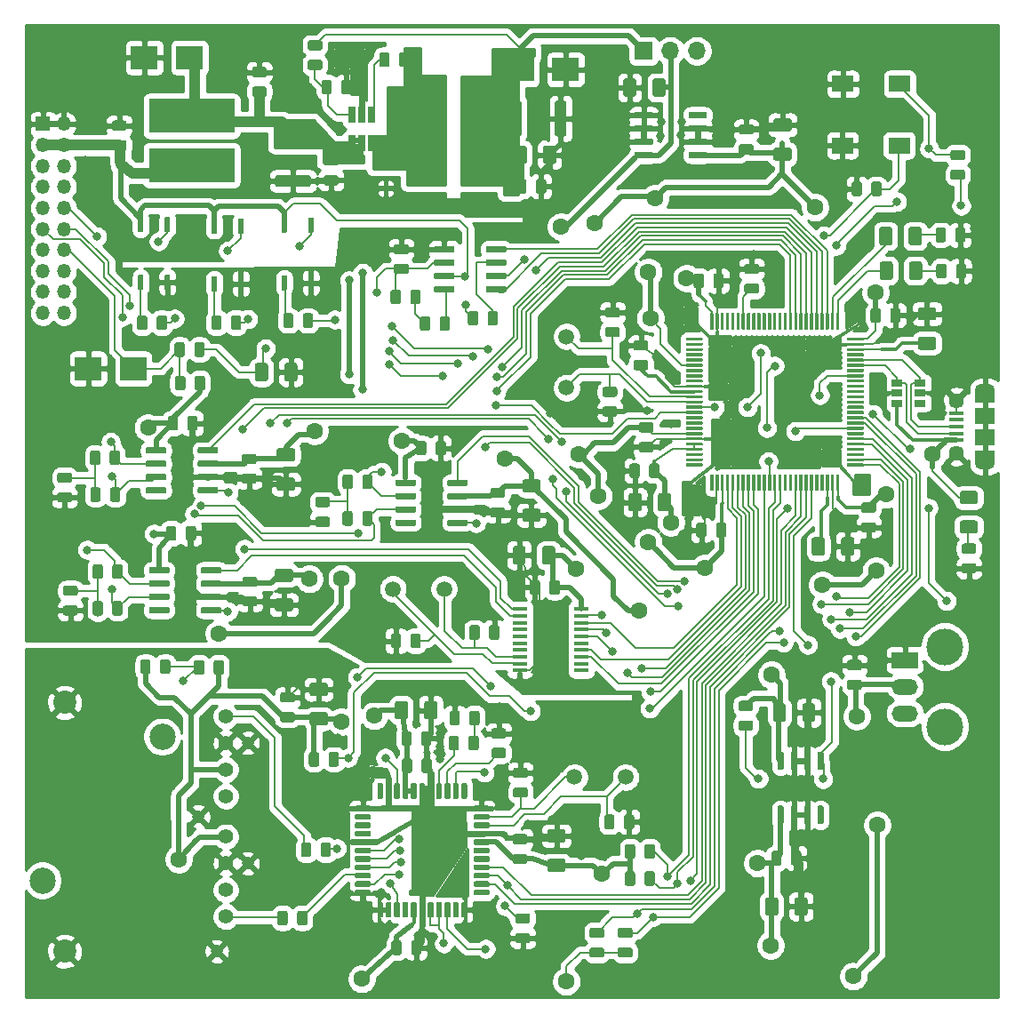
<source format=gtl>
G04 #@! TF.GenerationSoftware,KiCad,Pcbnew,5.1.5-52549c5~86~ubuntu16.04.1*
G04 #@! TF.CreationDate,2020-04-05T23:11:04+05:00*
G04 #@! TF.ProjectId,usb2most,75736232-6d6f-4737-942e-6b696361645f,rev?*
G04 #@! TF.SameCoordinates,Original*
G04 #@! TF.FileFunction,Copper,L1,Top*
G04 #@! TF.FilePolarity,Positive*
%FSLAX46Y46*%
G04 Gerber Fmt 4.6, Leading zero omitted, Abs format (unit mm)*
G04 Created by KiCad (PCBNEW 5.1.5-52549c5~86~ubuntu16.04.1) date 2020-04-05 23:11:04*
%MOMM*%
%LPD*%
G04 APERTURE LIST*
%ADD10C,1.200000*%
%ADD11C,1.400000*%
%ADD12C,2.200000*%
%ADD13C,2.500000*%
%ADD14C,0.100000*%
%ADD15R,0.650000X1.560000*%
%ADD16C,3.500000*%
%ADD17O,2.500000X1.500000*%
%ADD18R,2.500000X1.500000*%
%ADD19C,1.500000*%
%ADD20R,1.450000X0.450000*%
%ADD21R,2.000000X1.600000*%
%ADD22R,1.900000X1.200000*%
%ADD23O,1.900000X1.200000*%
%ADD24R,1.900000X1.500000*%
%ADD25C,1.450000*%
%ADD26R,1.350000X0.400000*%
%ADD27R,2.500000X2.300000*%
%ADD28R,0.450000X0.600000*%
%ADD29R,8.200000X3.300000*%
%ADD30R,3.300000X8.200000*%
%ADD31R,1.700000X1.700000*%
%ADD32O,1.700000X1.700000*%
%ADD33R,1.060000X0.650000*%
%ADD34R,1.350000X1.350000*%
%ADD35O,1.350000X1.350000*%
%ADD36C,0.800000*%
%ADD37C,5.000000*%
%ADD38C,1.600000*%
%ADD39C,0.200000*%
%ADD40C,0.500000*%
%ADD41C,0.300000*%
%ADD42C,1.000000*%
%ADD43C,0.254000*%
G04 APERTURE END LIST*
D10*
X41850000Y-89070000D03*
X41850000Y-100550000D03*
X38900000Y-108930000D03*
D11*
X39770000Y-105630000D03*
X39770000Y-103090000D03*
X39770000Y-100550000D03*
X39770000Y-98010000D03*
D10*
X37150000Y-96080000D03*
D12*
X24400000Y-108930000D03*
X24400000Y-85230000D03*
D13*
X33700000Y-88480000D03*
X22300000Y-102180000D03*
D11*
X39770000Y-94150000D03*
X39770000Y-91610000D03*
X39770000Y-89070000D03*
X39770000Y-86530000D03*
G04 #@! TA.AperFunction,SMDPad,CuDef*
D14*
G36*
X78629504Y-25766204D02*
G01*
X78653773Y-25769804D01*
X78677571Y-25775765D01*
X78700671Y-25784030D01*
X78722849Y-25794520D01*
X78743893Y-25807133D01*
X78763598Y-25821747D01*
X78781777Y-25838223D01*
X78798253Y-25856402D01*
X78812867Y-25876107D01*
X78825480Y-25897151D01*
X78835970Y-25919329D01*
X78844235Y-25942429D01*
X78850196Y-25966227D01*
X78853796Y-25990496D01*
X78855000Y-26015000D01*
X78855000Y-27265000D01*
X78853796Y-27289504D01*
X78850196Y-27313773D01*
X78844235Y-27337571D01*
X78835970Y-27360671D01*
X78825480Y-27382849D01*
X78812867Y-27403893D01*
X78798253Y-27423598D01*
X78781777Y-27441777D01*
X78763598Y-27458253D01*
X78743893Y-27472867D01*
X78722849Y-27485480D01*
X78700671Y-27495970D01*
X78677571Y-27504235D01*
X78653773Y-27510196D01*
X78629504Y-27513796D01*
X78605000Y-27515000D01*
X77855000Y-27515000D01*
X77830496Y-27513796D01*
X77806227Y-27510196D01*
X77782429Y-27504235D01*
X77759329Y-27495970D01*
X77737151Y-27485480D01*
X77716107Y-27472867D01*
X77696402Y-27458253D01*
X77678223Y-27441777D01*
X77661747Y-27423598D01*
X77647133Y-27403893D01*
X77634520Y-27382849D01*
X77624030Y-27360671D01*
X77615765Y-27337571D01*
X77609804Y-27313773D01*
X77606204Y-27289504D01*
X77605000Y-27265000D01*
X77605000Y-26015000D01*
X77606204Y-25990496D01*
X77609804Y-25966227D01*
X77615765Y-25942429D01*
X77624030Y-25919329D01*
X77634520Y-25897151D01*
X77647133Y-25876107D01*
X77661747Y-25856402D01*
X77678223Y-25838223D01*
X77696402Y-25821747D01*
X77716107Y-25807133D01*
X77737151Y-25794520D01*
X77759329Y-25784030D01*
X77782429Y-25775765D01*
X77806227Y-25769804D01*
X77830496Y-25766204D01*
X77855000Y-25765000D01*
X78605000Y-25765000D01*
X78629504Y-25766204D01*
G37*
G04 #@! TD.AperFunction*
G04 #@! TA.AperFunction,SMDPad,CuDef*
G36*
X81429504Y-25766204D02*
G01*
X81453773Y-25769804D01*
X81477571Y-25775765D01*
X81500671Y-25784030D01*
X81522849Y-25794520D01*
X81543893Y-25807133D01*
X81563598Y-25821747D01*
X81581777Y-25838223D01*
X81598253Y-25856402D01*
X81612867Y-25876107D01*
X81625480Y-25897151D01*
X81635970Y-25919329D01*
X81644235Y-25942429D01*
X81650196Y-25966227D01*
X81653796Y-25990496D01*
X81655000Y-26015000D01*
X81655000Y-27265000D01*
X81653796Y-27289504D01*
X81650196Y-27313773D01*
X81644235Y-27337571D01*
X81635970Y-27360671D01*
X81625480Y-27382849D01*
X81612867Y-27403893D01*
X81598253Y-27423598D01*
X81581777Y-27441777D01*
X81563598Y-27458253D01*
X81543893Y-27472867D01*
X81522849Y-27485480D01*
X81500671Y-27495970D01*
X81477571Y-27504235D01*
X81453773Y-27510196D01*
X81429504Y-27513796D01*
X81405000Y-27515000D01*
X80655000Y-27515000D01*
X80630496Y-27513796D01*
X80606227Y-27510196D01*
X80582429Y-27504235D01*
X80559329Y-27495970D01*
X80537151Y-27485480D01*
X80516107Y-27472867D01*
X80496402Y-27458253D01*
X80478223Y-27441777D01*
X80461747Y-27423598D01*
X80447133Y-27403893D01*
X80434520Y-27382849D01*
X80424030Y-27360671D01*
X80415765Y-27337571D01*
X80409804Y-27313773D01*
X80406204Y-27289504D01*
X80405000Y-27265000D01*
X80405000Y-26015000D01*
X80406204Y-25990496D01*
X80409804Y-25966227D01*
X80415765Y-25942429D01*
X80424030Y-25919329D01*
X80434520Y-25897151D01*
X80447133Y-25876107D01*
X80461747Y-25856402D01*
X80478223Y-25838223D01*
X80496402Y-25821747D01*
X80516107Y-25807133D01*
X80537151Y-25794520D01*
X80559329Y-25784030D01*
X80582429Y-25775765D01*
X80606227Y-25769804D01*
X80630496Y-25766204D01*
X80655000Y-25765000D01*
X81405000Y-25765000D01*
X81429504Y-25766204D01*
G37*
G04 #@! TD.AperFunction*
G04 #@! TA.AperFunction,SMDPad,CuDef*
G36*
X103069504Y-43216204D02*
G01*
X103093773Y-43219804D01*
X103117571Y-43225765D01*
X103140671Y-43234030D01*
X103162849Y-43244520D01*
X103183893Y-43257133D01*
X103203598Y-43271747D01*
X103221777Y-43288223D01*
X103238253Y-43306402D01*
X103252867Y-43326107D01*
X103265480Y-43347151D01*
X103275970Y-43369329D01*
X103284235Y-43392429D01*
X103290196Y-43416227D01*
X103293796Y-43440496D01*
X103295000Y-43465000D01*
X103295000Y-44715000D01*
X103293796Y-44739504D01*
X103290196Y-44763773D01*
X103284235Y-44787571D01*
X103275970Y-44810671D01*
X103265480Y-44832849D01*
X103252867Y-44853893D01*
X103238253Y-44873598D01*
X103221777Y-44891777D01*
X103203598Y-44908253D01*
X103183893Y-44922867D01*
X103162849Y-44935480D01*
X103140671Y-44945970D01*
X103117571Y-44954235D01*
X103093773Y-44960196D01*
X103069504Y-44963796D01*
X103045000Y-44965000D01*
X102295000Y-44965000D01*
X102270496Y-44963796D01*
X102246227Y-44960196D01*
X102222429Y-44954235D01*
X102199329Y-44945970D01*
X102177151Y-44935480D01*
X102156107Y-44922867D01*
X102136402Y-44908253D01*
X102118223Y-44891777D01*
X102101747Y-44873598D01*
X102087133Y-44853893D01*
X102074520Y-44832849D01*
X102064030Y-44810671D01*
X102055765Y-44787571D01*
X102049804Y-44763773D01*
X102046204Y-44739504D01*
X102045000Y-44715000D01*
X102045000Y-43465000D01*
X102046204Y-43440496D01*
X102049804Y-43416227D01*
X102055765Y-43392429D01*
X102064030Y-43369329D01*
X102074520Y-43347151D01*
X102087133Y-43326107D01*
X102101747Y-43306402D01*
X102118223Y-43288223D01*
X102136402Y-43271747D01*
X102156107Y-43257133D01*
X102177151Y-43244520D01*
X102199329Y-43234030D01*
X102222429Y-43225765D01*
X102246227Y-43219804D01*
X102270496Y-43216204D01*
X102295000Y-43215000D01*
X103045000Y-43215000D01*
X103069504Y-43216204D01*
G37*
G04 #@! TD.AperFunction*
G04 #@! TA.AperFunction,SMDPad,CuDef*
G36*
X105869504Y-43216204D02*
G01*
X105893773Y-43219804D01*
X105917571Y-43225765D01*
X105940671Y-43234030D01*
X105962849Y-43244520D01*
X105983893Y-43257133D01*
X106003598Y-43271747D01*
X106021777Y-43288223D01*
X106038253Y-43306402D01*
X106052867Y-43326107D01*
X106065480Y-43347151D01*
X106075970Y-43369329D01*
X106084235Y-43392429D01*
X106090196Y-43416227D01*
X106093796Y-43440496D01*
X106095000Y-43465000D01*
X106095000Y-44715000D01*
X106093796Y-44739504D01*
X106090196Y-44763773D01*
X106084235Y-44787571D01*
X106075970Y-44810671D01*
X106065480Y-44832849D01*
X106052867Y-44853893D01*
X106038253Y-44873598D01*
X106021777Y-44891777D01*
X106003598Y-44908253D01*
X105983893Y-44922867D01*
X105962849Y-44935480D01*
X105940671Y-44945970D01*
X105917571Y-44954235D01*
X105893773Y-44960196D01*
X105869504Y-44963796D01*
X105845000Y-44965000D01*
X105095000Y-44965000D01*
X105070496Y-44963796D01*
X105046227Y-44960196D01*
X105022429Y-44954235D01*
X104999329Y-44945970D01*
X104977151Y-44935480D01*
X104956107Y-44922867D01*
X104936402Y-44908253D01*
X104918223Y-44891777D01*
X104901747Y-44873598D01*
X104887133Y-44853893D01*
X104874520Y-44832849D01*
X104864030Y-44810671D01*
X104855765Y-44787571D01*
X104849804Y-44763773D01*
X104846204Y-44739504D01*
X104845000Y-44715000D01*
X104845000Y-43465000D01*
X104846204Y-43440496D01*
X104849804Y-43416227D01*
X104855765Y-43392429D01*
X104864030Y-43369329D01*
X104874520Y-43347151D01*
X104887133Y-43326107D01*
X104901747Y-43306402D01*
X104918223Y-43288223D01*
X104936402Y-43271747D01*
X104956107Y-43257133D01*
X104977151Y-43244520D01*
X104999329Y-43234030D01*
X105022429Y-43225765D01*
X105046227Y-43219804D01*
X105070496Y-43216204D01*
X105095000Y-43215000D01*
X105845000Y-43215000D01*
X105869504Y-43216204D01*
G37*
G04 #@! TD.AperFunction*
G04 #@! TA.AperFunction,SMDPad,CuDef*
G36*
X103019504Y-39916204D02*
G01*
X103043773Y-39919804D01*
X103067571Y-39925765D01*
X103090671Y-39934030D01*
X103112849Y-39944520D01*
X103133893Y-39957133D01*
X103153598Y-39971747D01*
X103171777Y-39988223D01*
X103188253Y-40006402D01*
X103202867Y-40026107D01*
X103215480Y-40047151D01*
X103225970Y-40069329D01*
X103234235Y-40092429D01*
X103240196Y-40116227D01*
X103243796Y-40140496D01*
X103245000Y-40165000D01*
X103245000Y-41415000D01*
X103243796Y-41439504D01*
X103240196Y-41463773D01*
X103234235Y-41487571D01*
X103225970Y-41510671D01*
X103215480Y-41532849D01*
X103202867Y-41553893D01*
X103188253Y-41573598D01*
X103171777Y-41591777D01*
X103153598Y-41608253D01*
X103133893Y-41622867D01*
X103112849Y-41635480D01*
X103090671Y-41645970D01*
X103067571Y-41654235D01*
X103043773Y-41660196D01*
X103019504Y-41663796D01*
X102995000Y-41665000D01*
X102245000Y-41665000D01*
X102220496Y-41663796D01*
X102196227Y-41660196D01*
X102172429Y-41654235D01*
X102149329Y-41645970D01*
X102127151Y-41635480D01*
X102106107Y-41622867D01*
X102086402Y-41608253D01*
X102068223Y-41591777D01*
X102051747Y-41573598D01*
X102037133Y-41553893D01*
X102024520Y-41532849D01*
X102014030Y-41510671D01*
X102005765Y-41487571D01*
X101999804Y-41463773D01*
X101996204Y-41439504D01*
X101995000Y-41415000D01*
X101995000Y-40165000D01*
X101996204Y-40140496D01*
X101999804Y-40116227D01*
X102005765Y-40092429D01*
X102014030Y-40069329D01*
X102024520Y-40047151D01*
X102037133Y-40026107D01*
X102051747Y-40006402D01*
X102068223Y-39988223D01*
X102086402Y-39971747D01*
X102106107Y-39957133D01*
X102127151Y-39944520D01*
X102149329Y-39934030D01*
X102172429Y-39925765D01*
X102196227Y-39919804D01*
X102220496Y-39916204D01*
X102245000Y-39915000D01*
X102995000Y-39915000D01*
X103019504Y-39916204D01*
G37*
G04 #@! TD.AperFunction*
G04 #@! TA.AperFunction,SMDPad,CuDef*
G36*
X105819504Y-39916204D02*
G01*
X105843773Y-39919804D01*
X105867571Y-39925765D01*
X105890671Y-39934030D01*
X105912849Y-39944520D01*
X105933893Y-39957133D01*
X105953598Y-39971747D01*
X105971777Y-39988223D01*
X105988253Y-40006402D01*
X106002867Y-40026107D01*
X106015480Y-40047151D01*
X106025970Y-40069329D01*
X106034235Y-40092429D01*
X106040196Y-40116227D01*
X106043796Y-40140496D01*
X106045000Y-40165000D01*
X106045000Y-41415000D01*
X106043796Y-41439504D01*
X106040196Y-41463773D01*
X106034235Y-41487571D01*
X106025970Y-41510671D01*
X106015480Y-41532849D01*
X106002867Y-41553893D01*
X105988253Y-41573598D01*
X105971777Y-41591777D01*
X105953598Y-41608253D01*
X105933893Y-41622867D01*
X105912849Y-41635480D01*
X105890671Y-41645970D01*
X105867571Y-41654235D01*
X105843773Y-41660196D01*
X105819504Y-41663796D01*
X105795000Y-41665000D01*
X105045000Y-41665000D01*
X105020496Y-41663796D01*
X104996227Y-41660196D01*
X104972429Y-41654235D01*
X104949329Y-41645970D01*
X104927151Y-41635480D01*
X104906107Y-41622867D01*
X104886402Y-41608253D01*
X104868223Y-41591777D01*
X104851747Y-41573598D01*
X104837133Y-41553893D01*
X104824520Y-41532849D01*
X104814030Y-41510671D01*
X104805765Y-41487571D01*
X104799804Y-41463773D01*
X104796204Y-41439504D01*
X104795000Y-41415000D01*
X104795000Y-40165000D01*
X104796204Y-40140496D01*
X104799804Y-40116227D01*
X104805765Y-40092429D01*
X104814030Y-40069329D01*
X104824520Y-40047151D01*
X104837133Y-40026107D01*
X104851747Y-40006402D01*
X104868223Y-39988223D01*
X104886402Y-39971747D01*
X104906107Y-39957133D01*
X104927151Y-39944520D01*
X104949329Y-39934030D01*
X104972429Y-39925765D01*
X104996227Y-39919804D01*
X105020496Y-39916204D01*
X105045000Y-39915000D01*
X105795000Y-39915000D01*
X105819504Y-39916204D01*
G37*
G04 #@! TD.AperFunction*
G04 #@! TA.AperFunction,SMDPad,CuDef*
G36*
X111182504Y-65076204D02*
G01*
X111206773Y-65079804D01*
X111230571Y-65085765D01*
X111253671Y-65094030D01*
X111275849Y-65104520D01*
X111296893Y-65117133D01*
X111316598Y-65131747D01*
X111334777Y-65148223D01*
X111351253Y-65166402D01*
X111365867Y-65186107D01*
X111378480Y-65207151D01*
X111388970Y-65229329D01*
X111397235Y-65252429D01*
X111403196Y-65276227D01*
X111406796Y-65300496D01*
X111408000Y-65325000D01*
X111408000Y-66075000D01*
X111406796Y-66099504D01*
X111403196Y-66123773D01*
X111397235Y-66147571D01*
X111388970Y-66170671D01*
X111378480Y-66192849D01*
X111365867Y-66213893D01*
X111351253Y-66233598D01*
X111334777Y-66251777D01*
X111316598Y-66268253D01*
X111296893Y-66282867D01*
X111275849Y-66295480D01*
X111253671Y-66305970D01*
X111230571Y-66314235D01*
X111206773Y-66320196D01*
X111182504Y-66323796D01*
X111158000Y-66325000D01*
X109908000Y-66325000D01*
X109883496Y-66323796D01*
X109859227Y-66320196D01*
X109835429Y-66314235D01*
X109812329Y-66305970D01*
X109790151Y-66295480D01*
X109769107Y-66282867D01*
X109749402Y-66268253D01*
X109731223Y-66251777D01*
X109714747Y-66233598D01*
X109700133Y-66213893D01*
X109687520Y-66192849D01*
X109677030Y-66170671D01*
X109668765Y-66147571D01*
X109662804Y-66123773D01*
X109659204Y-66099504D01*
X109658000Y-66075000D01*
X109658000Y-65325000D01*
X109659204Y-65300496D01*
X109662804Y-65276227D01*
X109668765Y-65252429D01*
X109677030Y-65229329D01*
X109687520Y-65207151D01*
X109700133Y-65186107D01*
X109714747Y-65166402D01*
X109731223Y-65148223D01*
X109749402Y-65131747D01*
X109769107Y-65117133D01*
X109790151Y-65104520D01*
X109812329Y-65094030D01*
X109835429Y-65085765D01*
X109859227Y-65079804D01*
X109883496Y-65076204D01*
X109908000Y-65075000D01*
X111158000Y-65075000D01*
X111182504Y-65076204D01*
G37*
G04 #@! TD.AperFunction*
G04 #@! TA.AperFunction,SMDPad,CuDef*
G36*
X111182504Y-67876204D02*
G01*
X111206773Y-67879804D01*
X111230571Y-67885765D01*
X111253671Y-67894030D01*
X111275849Y-67904520D01*
X111296893Y-67917133D01*
X111316598Y-67931747D01*
X111334777Y-67948223D01*
X111351253Y-67966402D01*
X111365867Y-67986107D01*
X111378480Y-68007151D01*
X111388970Y-68029329D01*
X111397235Y-68052429D01*
X111403196Y-68076227D01*
X111406796Y-68100496D01*
X111408000Y-68125000D01*
X111408000Y-68875000D01*
X111406796Y-68899504D01*
X111403196Y-68923773D01*
X111397235Y-68947571D01*
X111388970Y-68970671D01*
X111378480Y-68992849D01*
X111365867Y-69013893D01*
X111351253Y-69033598D01*
X111334777Y-69051777D01*
X111316598Y-69068253D01*
X111296893Y-69082867D01*
X111275849Y-69095480D01*
X111253671Y-69105970D01*
X111230571Y-69114235D01*
X111206773Y-69120196D01*
X111182504Y-69123796D01*
X111158000Y-69125000D01*
X109908000Y-69125000D01*
X109883496Y-69123796D01*
X109859227Y-69120196D01*
X109835429Y-69114235D01*
X109812329Y-69105970D01*
X109790151Y-69095480D01*
X109769107Y-69082867D01*
X109749402Y-69068253D01*
X109731223Y-69051777D01*
X109714747Y-69033598D01*
X109700133Y-69013893D01*
X109687520Y-68992849D01*
X109677030Y-68970671D01*
X109668765Y-68947571D01*
X109662804Y-68923773D01*
X109659204Y-68899504D01*
X109658000Y-68875000D01*
X109658000Y-68125000D01*
X109659204Y-68100496D01*
X109662804Y-68076227D01*
X109668765Y-68052429D01*
X109677030Y-68029329D01*
X109687520Y-68007151D01*
X109700133Y-67986107D01*
X109714747Y-67966402D01*
X109731223Y-67948223D01*
X109749402Y-67931747D01*
X109769107Y-67917133D01*
X109790151Y-67904520D01*
X109812329Y-67894030D01*
X109835429Y-67885765D01*
X109859227Y-67879804D01*
X109883496Y-67876204D01*
X109908000Y-67875000D01*
X111158000Y-67875000D01*
X111182504Y-67876204D01*
G37*
G04 #@! TD.AperFunction*
G04 #@! TA.AperFunction,SMDPad,CuDef*
G36*
X92756703Y-89903722D02*
G01*
X92771264Y-89905882D01*
X92785543Y-89909459D01*
X92799403Y-89914418D01*
X92812710Y-89920712D01*
X92825336Y-89928280D01*
X92837159Y-89937048D01*
X92848066Y-89946934D01*
X92857952Y-89957841D01*
X92866720Y-89969664D01*
X92874288Y-89982290D01*
X92880582Y-89995597D01*
X92885541Y-90009457D01*
X92889118Y-90023736D01*
X92891278Y-90038297D01*
X92892000Y-90053000D01*
X92892000Y-91503000D01*
X92891278Y-91517703D01*
X92889118Y-91532264D01*
X92885541Y-91546543D01*
X92880582Y-91560403D01*
X92874288Y-91573710D01*
X92866720Y-91586336D01*
X92857952Y-91598159D01*
X92848066Y-91609066D01*
X92837159Y-91618952D01*
X92825336Y-91627720D01*
X92812710Y-91635288D01*
X92799403Y-91641582D01*
X92785543Y-91646541D01*
X92771264Y-91650118D01*
X92756703Y-91652278D01*
X92742000Y-91653000D01*
X92442000Y-91653000D01*
X92427297Y-91652278D01*
X92412736Y-91650118D01*
X92398457Y-91646541D01*
X92384597Y-91641582D01*
X92371290Y-91635288D01*
X92358664Y-91627720D01*
X92346841Y-91618952D01*
X92335934Y-91609066D01*
X92326048Y-91598159D01*
X92317280Y-91586336D01*
X92309712Y-91573710D01*
X92303418Y-91560403D01*
X92298459Y-91546543D01*
X92294882Y-91532264D01*
X92292722Y-91517703D01*
X92292000Y-91503000D01*
X92292000Y-90053000D01*
X92292722Y-90038297D01*
X92294882Y-90023736D01*
X92298459Y-90009457D01*
X92303418Y-89995597D01*
X92309712Y-89982290D01*
X92317280Y-89969664D01*
X92326048Y-89957841D01*
X92335934Y-89946934D01*
X92346841Y-89937048D01*
X92358664Y-89928280D01*
X92371290Y-89920712D01*
X92384597Y-89914418D01*
X92398457Y-89909459D01*
X92412736Y-89905882D01*
X92427297Y-89903722D01*
X92442000Y-89903000D01*
X92742000Y-89903000D01*
X92756703Y-89903722D01*
G37*
G04 #@! TD.AperFunction*
G04 #@! TA.AperFunction,SMDPad,CuDef*
G36*
X94026703Y-89903722D02*
G01*
X94041264Y-89905882D01*
X94055543Y-89909459D01*
X94069403Y-89914418D01*
X94082710Y-89920712D01*
X94095336Y-89928280D01*
X94107159Y-89937048D01*
X94118066Y-89946934D01*
X94127952Y-89957841D01*
X94136720Y-89969664D01*
X94144288Y-89982290D01*
X94150582Y-89995597D01*
X94155541Y-90009457D01*
X94159118Y-90023736D01*
X94161278Y-90038297D01*
X94162000Y-90053000D01*
X94162000Y-91503000D01*
X94161278Y-91517703D01*
X94159118Y-91532264D01*
X94155541Y-91546543D01*
X94150582Y-91560403D01*
X94144288Y-91573710D01*
X94136720Y-91586336D01*
X94127952Y-91598159D01*
X94118066Y-91609066D01*
X94107159Y-91618952D01*
X94095336Y-91627720D01*
X94082710Y-91635288D01*
X94069403Y-91641582D01*
X94055543Y-91646541D01*
X94041264Y-91650118D01*
X94026703Y-91652278D01*
X94012000Y-91653000D01*
X93712000Y-91653000D01*
X93697297Y-91652278D01*
X93682736Y-91650118D01*
X93668457Y-91646541D01*
X93654597Y-91641582D01*
X93641290Y-91635288D01*
X93628664Y-91627720D01*
X93616841Y-91618952D01*
X93605934Y-91609066D01*
X93596048Y-91598159D01*
X93587280Y-91586336D01*
X93579712Y-91573710D01*
X93573418Y-91560403D01*
X93568459Y-91546543D01*
X93564882Y-91532264D01*
X93562722Y-91517703D01*
X93562000Y-91503000D01*
X93562000Y-90053000D01*
X93562722Y-90038297D01*
X93564882Y-90023736D01*
X93568459Y-90009457D01*
X93573418Y-89995597D01*
X93579712Y-89982290D01*
X93587280Y-89969664D01*
X93596048Y-89957841D01*
X93605934Y-89946934D01*
X93616841Y-89937048D01*
X93628664Y-89928280D01*
X93641290Y-89920712D01*
X93654597Y-89914418D01*
X93668457Y-89909459D01*
X93682736Y-89905882D01*
X93697297Y-89903722D01*
X93712000Y-89903000D01*
X94012000Y-89903000D01*
X94026703Y-89903722D01*
G37*
G04 #@! TD.AperFunction*
G04 #@! TA.AperFunction,SMDPad,CuDef*
G36*
X95296703Y-89903722D02*
G01*
X95311264Y-89905882D01*
X95325543Y-89909459D01*
X95339403Y-89914418D01*
X95352710Y-89920712D01*
X95365336Y-89928280D01*
X95377159Y-89937048D01*
X95388066Y-89946934D01*
X95397952Y-89957841D01*
X95406720Y-89969664D01*
X95414288Y-89982290D01*
X95420582Y-89995597D01*
X95425541Y-90009457D01*
X95429118Y-90023736D01*
X95431278Y-90038297D01*
X95432000Y-90053000D01*
X95432000Y-91503000D01*
X95431278Y-91517703D01*
X95429118Y-91532264D01*
X95425541Y-91546543D01*
X95420582Y-91560403D01*
X95414288Y-91573710D01*
X95406720Y-91586336D01*
X95397952Y-91598159D01*
X95388066Y-91609066D01*
X95377159Y-91618952D01*
X95365336Y-91627720D01*
X95352710Y-91635288D01*
X95339403Y-91641582D01*
X95325543Y-91646541D01*
X95311264Y-91650118D01*
X95296703Y-91652278D01*
X95282000Y-91653000D01*
X94982000Y-91653000D01*
X94967297Y-91652278D01*
X94952736Y-91650118D01*
X94938457Y-91646541D01*
X94924597Y-91641582D01*
X94911290Y-91635288D01*
X94898664Y-91627720D01*
X94886841Y-91618952D01*
X94875934Y-91609066D01*
X94866048Y-91598159D01*
X94857280Y-91586336D01*
X94849712Y-91573710D01*
X94843418Y-91560403D01*
X94838459Y-91546543D01*
X94834882Y-91532264D01*
X94832722Y-91517703D01*
X94832000Y-91503000D01*
X94832000Y-90053000D01*
X94832722Y-90038297D01*
X94834882Y-90023736D01*
X94838459Y-90009457D01*
X94843418Y-89995597D01*
X94849712Y-89982290D01*
X94857280Y-89969664D01*
X94866048Y-89957841D01*
X94875934Y-89946934D01*
X94886841Y-89937048D01*
X94898664Y-89928280D01*
X94911290Y-89920712D01*
X94924597Y-89914418D01*
X94938457Y-89909459D01*
X94952736Y-89905882D01*
X94967297Y-89903722D01*
X94982000Y-89903000D01*
X95282000Y-89903000D01*
X95296703Y-89903722D01*
G37*
G04 #@! TD.AperFunction*
G04 #@! TA.AperFunction,SMDPad,CuDef*
G36*
X96566703Y-89903722D02*
G01*
X96581264Y-89905882D01*
X96595543Y-89909459D01*
X96609403Y-89914418D01*
X96622710Y-89920712D01*
X96635336Y-89928280D01*
X96647159Y-89937048D01*
X96658066Y-89946934D01*
X96667952Y-89957841D01*
X96676720Y-89969664D01*
X96684288Y-89982290D01*
X96690582Y-89995597D01*
X96695541Y-90009457D01*
X96699118Y-90023736D01*
X96701278Y-90038297D01*
X96702000Y-90053000D01*
X96702000Y-91503000D01*
X96701278Y-91517703D01*
X96699118Y-91532264D01*
X96695541Y-91546543D01*
X96690582Y-91560403D01*
X96684288Y-91573710D01*
X96676720Y-91586336D01*
X96667952Y-91598159D01*
X96658066Y-91609066D01*
X96647159Y-91618952D01*
X96635336Y-91627720D01*
X96622710Y-91635288D01*
X96609403Y-91641582D01*
X96595543Y-91646541D01*
X96581264Y-91650118D01*
X96566703Y-91652278D01*
X96552000Y-91653000D01*
X96252000Y-91653000D01*
X96237297Y-91652278D01*
X96222736Y-91650118D01*
X96208457Y-91646541D01*
X96194597Y-91641582D01*
X96181290Y-91635288D01*
X96168664Y-91627720D01*
X96156841Y-91618952D01*
X96145934Y-91609066D01*
X96136048Y-91598159D01*
X96127280Y-91586336D01*
X96119712Y-91573710D01*
X96113418Y-91560403D01*
X96108459Y-91546543D01*
X96104882Y-91532264D01*
X96102722Y-91517703D01*
X96102000Y-91503000D01*
X96102000Y-90053000D01*
X96102722Y-90038297D01*
X96104882Y-90023736D01*
X96108459Y-90009457D01*
X96113418Y-89995597D01*
X96119712Y-89982290D01*
X96127280Y-89969664D01*
X96136048Y-89957841D01*
X96145934Y-89946934D01*
X96156841Y-89937048D01*
X96168664Y-89928280D01*
X96181290Y-89920712D01*
X96194597Y-89914418D01*
X96208457Y-89909459D01*
X96222736Y-89905882D01*
X96237297Y-89903722D01*
X96252000Y-89903000D01*
X96552000Y-89903000D01*
X96566703Y-89903722D01*
G37*
G04 #@! TD.AperFunction*
G04 #@! TA.AperFunction,SMDPad,CuDef*
G36*
X96566703Y-95053722D02*
G01*
X96581264Y-95055882D01*
X96595543Y-95059459D01*
X96609403Y-95064418D01*
X96622710Y-95070712D01*
X96635336Y-95078280D01*
X96647159Y-95087048D01*
X96658066Y-95096934D01*
X96667952Y-95107841D01*
X96676720Y-95119664D01*
X96684288Y-95132290D01*
X96690582Y-95145597D01*
X96695541Y-95159457D01*
X96699118Y-95173736D01*
X96701278Y-95188297D01*
X96702000Y-95203000D01*
X96702000Y-96653000D01*
X96701278Y-96667703D01*
X96699118Y-96682264D01*
X96695541Y-96696543D01*
X96690582Y-96710403D01*
X96684288Y-96723710D01*
X96676720Y-96736336D01*
X96667952Y-96748159D01*
X96658066Y-96759066D01*
X96647159Y-96768952D01*
X96635336Y-96777720D01*
X96622710Y-96785288D01*
X96609403Y-96791582D01*
X96595543Y-96796541D01*
X96581264Y-96800118D01*
X96566703Y-96802278D01*
X96552000Y-96803000D01*
X96252000Y-96803000D01*
X96237297Y-96802278D01*
X96222736Y-96800118D01*
X96208457Y-96796541D01*
X96194597Y-96791582D01*
X96181290Y-96785288D01*
X96168664Y-96777720D01*
X96156841Y-96768952D01*
X96145934Y-96759066D01*
X96136048Y-96748159D01*
X96127280Y-96736336D01*
X96119712Y-96723710D01*
X96113418Y-96710403D01*
X96108459Y-96696543D01*
X96104882Y-96682264D01*
X96102722Y-96667703D01*
X96102000Y-96653000D01*
X96102000Y-95203000D01*
X96102722Y-95188297D01*
X96104882Y-95173736D01*
X96108459Y-95159457D01*
X96113418Y-95145597D01*
X96119712Y-95132290D01*
X96127280Y-95119664D01*
X96136048Y-95107841D01*
X96145934Y-95096934D01*
X96156841Y-95087048D01*
X96168664Y-95078280D01*
X96181290Y-95070712D01*
X96194597Y-95064418D01*
X96208457Y-95059459D01*
X96222736Y-95055882D01*
X96237297Y-95053722D01*
X96252000Y-95053000D01*
X96552000Y-95053000D01*
X96566703Y-95053722D01*
G37*
G04 #@! TD.AperFunction*
G04 #@! TA.AperFunction,SMDPad,CuDef*
G36*
X95296703Y-95053722D02*
G01*
X95311264Y-95055882D01*
X95325543Y-95059459D01*
X95339403Y-95064418D01*
X95352710Y-95070712D01*
X95365336Y-95078280D01*
X95377159Y-95087048D01*
X95388066Y-95096934D01*
X95397952Y-95107841D01*
X95406720Y-95119664D01*
X95414288Y-95132290D01*
X95420582Y-95145597D01*
X95425541Y-95159457D01*
X95429118Y-95173736D01*
X95431278Y-95188297D01*
X95432000Y-95203000D01*
X95432000Y-96653000D01*
X95431278Y-96667703D01*
X95429118Y-96682264D01*
X95425541Y-96696543D01*
X95420582Y-96710403D01*
X95414288Y-96723710D01*
X95406720Y-96736336D01*
X95397952Y-96748159D01*
X95388066Y-96759066D01*
X95377159Y-96768952D01*
X95365336Y-96777720D01*
X95352710Y-96785288D01*
X95339403Y-96791582D01*
X95325543Y-96796541D01*
X95311264Y-96800118D01*
X95296703Y-96802278D01*
X95282000Y-96803000D01*
X94982000Y-96803000D01*
X94967297Y-96802278D01*
X94952736Y-96800118D01*
X94938457Y-96796541D01*
X94924597Y-96791582D01*
X94911290Y-96785288D01*
X94898664Y-96777720D01*
X94886841Y-96768952D01*
X94875934Y-96759066D01*
X94866048Y-96748159D01*
X94857280Y-96736336D01*
X94849712Y-96723710D01*
X94843418Y-96710403D01*
X94838459Y-96696543D01*
X94834882Y-96682264D01*
X94832722Y-96667703D01*
X94832000Y-96653000D01*
X94832000Y-95203000D01*
X94832722Y-95188297D01*
X94834882Y-95173736D01*
X94838459Y-95159457D01*
X94843418Y-95145597D01*
X94849712Y-95132290D01*
X94857280Y-95119664D01*
X94866048Y-95107841D01*
X94875934Y-95096934D01*
X94886841Y-95087048D01*
X94898664Y-95078280D01*
X94911290Y-95070712D01*
X94924597Y-95064418D01*
X94938457Y-95059459D01*
X94952736Y-95055882D01*
X94967297Y-95053722D01*
X94982000Y-95053000D01*
X95282000Y-95053000D01*
X95296703Y-95053722D01*
G37*
G04 #@! TD.AperFunction*
G04 #@! TA.AperFunction,SMDPad,CuDef*
G36*
X94026703Y-95053722D02*
G01*
X94041264Y-95055882D01*
X94055543Y-95059459D01*
X94069403Y-95064418D01*
X94082710Y-95070712D01*
X94095336Y-95078280D01*
X94107159Y-95087048D01*
X94118066Y-95096934D01*
X94127952Y-95107841D01*
X94136720Y-95119664D01*
X94144288Y-95132290D01*
X94150582Y-95145597D01*
X94155541Y-95159457D01*
X94159118Y-95173736D01*
X94161278Y-95188297D01*
X94162000Y-95203000D01*
X94162000Y-96653000D01*
X94161278Y-96667703D01*
X94159118Y-96682264D01*
X94155541Y-96696543D01*
X94150582Y-96710403D01*
X94144288Y-96723710D01*
X94136720Y-96736336D01*
X94127952Y-96748159D01*
X94118066Y-96759066D01*
X94107159Y-96768952D01*
X94095336Y-96777720D01*
X94082710Y-96785288D01*
X94069403Y-96791582D01*
X94055543Y-96796541D01*
X94041264Y-96800118D01*
X94026703Y-96802278D01*
X94012000Y-96803000D01*
X93712000Y-96803000D01*
X93697297Y-96802278D01*
X93682736Y-96800118D01*
X93668457Y-96796541D01*
X93654597Y-96791582D01*
X93641290Y-96785288D01*
X93628664Y-96777720D01*
X93616841Y-96768952D01*
X93605934Y-96759066D01*
X93596048Y-96748159D01*
X93587280Y-96736336D01*
X93579712Y-96723710D01*
X93573418Y-96710403D01*
X93568459Y-96696543D01*
X93564882Y-96682264D01*
X93562722Y-96667703D01*
X93562000Y-96653000D01*
X93562000Y-95203000D01*
X93562722Y-95188297D01*
X93564882Y-95173736D01*
X93568459Y-95159457D01*
X93573418Y-95145597D01*
X93579712Y-95132290D01*
X93587280Y-95119664D01*
X93596048Y-95107841D01*
X93605934Y-95096934D01*
X93616841Y-95087048D01*
X93628664Y-95078280D01*
X93641290Y-95070712D01*
X93654597Y-95064418D01*
X93668457Y-95059459D01*
X93682736Y-95055882D01*
X93697297Y-95053722D01*
X93712000Y-95053000D01*
X94012000Y-95053000D01*
X94026703Y-95053722D01*
G37*
G04 #@! TD.AperFunction*
G04 #@! TA.AperFunction,SMDPad,CuDef*
G36*
X92756703Y-95053722D02*
G01*
X92771264Y-95055882D01*
X92785543Y-95059459D01*
X92799403Y-95064418D01*
X92812710Y-95070712D01*
X92825336Y-95078280D01*
X92837159Y-95087048D01*
X92848066Y-95096934D01*
X92857952Y-95107841D01*
X92866720Y-95119664D01*
X92874288Y-95132290D01*
X92880582Y-95145597D01*
X92885541Y-95159457D01*
X92889118Y-95173736D01*
X92891278Y-95188297D01*
X92892000Y-95203000D01*
X92892000Y-96653000D01*
X92891278Y-96667703D01*
X92889118Y-96682264D01*
X92885541Y-96696543D01*
X92880582Y-96710403D01*
X92874288Y-96723710D01*
X92866720Y-96736336D01*
X92857952Y-96748159D01*
X92848066Y-96759066D01*
X92837159Y-96768952D01*
X92825336Y-96777720D01*
X92812710Y-96785288D01*
X92799403Y-96791582D01*
X92785543Y-96796541D01*
X92771264Y-96800118D01*
X92756703Y-96802278D01*
X92742000Y-96803000D01*
X92442000Y-96803000D01*
X92427297Y-96802278D01*
X92412736Y-96800118D01*
X92398457Y-96796541D01*
X92384597Y-96791582D01*
X92371290Y-96785288D01*
X92358664Y-96777720D01*
X92346841Y-96768952D01*
X92335934Y-96759066D01*
X92326048Y-96748159D01*
X92317280Y-96736336D01*
X92309712Y-96723710D01*
X92303418Y-96710403D01*
X92298459Y-96696543D01*
X92294882Y-96682264D01*
X92292722Y-96667703D01*
X92292000Y-96653000D01*
X92292000Y-95203000D01*
X92292722Y-95188297D01*
X92294882Y-95173736D01*
X92298459Y-95159457D01*
X92303418Y-95145597D01*
X92309712Y-95132290D01*
X92317280Y-95119664D01*
X92326048Y-95107841D01*
X92335934Y-95096934D01*
X92346841Y-95087048D01*
X92358664Y-95078280D01*
X92371290Y-95070712D01*
X92384597Y-95064418D01*
X92398457Y-95059459D01*
X92412736Y-95055882D01*
X92427297Y-95053722D01*
X92442000Y-95053000D01*
X92742000Y-95053000D01*
X92756703Y-95053722D01*
G37*
G04 #@! TD.AperFunction*
G04 #@! TA.AperFunction,SMDPad,CuDef*
G36*
X80302703Y-32779722D02*
G01*
X80317264Y-32781882D01*
X80331543Y-32785459D01*
X80345403Y-32790418D01*
X80358710Y-32796712D01*
X80371336Y-32804280D01*
X80383159Y-32813048D01*
X80394066Y-32822934D01*
X80403952Y-32833841D01*
X80412720Y-32845664D01*
X80420288Y-32858290D01*
X80426582Y-32871597D01*
X80431541Y-32885457D01*
X80435118Y-32899736D01*
X80437278Y-32914297D01*
X80438000Y-32929000D01*
X80438000Y-33229000D01*
X80437278Y-33243703D01*
X80435118Y-33258264D01*
X80431541Y-33272543D01*
X80426582Y-33286403D01*
X80420288Y-33299710D01*
X80412720Y-33312336D01*
X80403952Y-33324159D01*
X80394066Y-33335066D01*
X80383159Y-33344952D01*
X80371336Y-33353720D01*
X80358710Y-33361288D01*
X80345403Y-33367582D01*
X80331543Y-33372541D01*
X80317264Y-33376118D01*
X80302703Y-33378278D01*
X80288000Y-33379000D01*
X78838000Y-33379000D01*
X78823297Y-33378278D01*
X78808736Y-33376118D01*
X78794457Y-33372541D01*
X78780597Y-33367582D01*
X78767290Y-33361288D01*
X78754664Y-33353720D01*
X78742841Y-33344952D01*
X78731934Y-33335066D01*
X78722048Y-33324159D01*
X78713280Y-33312336D01*
X78705712Y-33299710D01*
X78699418Y-33286403D01*
X78694459Y-33272543D01*
X78690882Y-33258264D01*
X78688722Y-33243703D01*
X78688000Y-33229000D01*
X78688000Y-32929000D01*
X78688722Y-32914297D01*
X78690882Y-32899736D01*
X78694459Y-32885457D01*
X78699418Y-32871597D01*
X78705712Y-32858290D01*
X78713280Y-32845664D01*
X78722048Y-32833841D01*
X78731934Y-32822934D01*
X78742841Y-32813048D01*
X78754664Y-32804280D01*
X78767290Y-32796712D01*
X78780597Y-32790418D01*
X78794457Y-32785459D01*
X78808736Y-32781882D01*
X78823297Y-32779722D01*
X78838000Y-32779000D01*
X80288000Y-32779000D01*
X80302703Y-32779722D01*
G37*
G04 #@! TD.AperFunction*
G04 #@! TA.AperFunction,SMDPad,CuDef*
G36*
X80302703Y-31509722D02*
G01*
X80317264Y-31511882D01*
X80331543Y-31515459D01*
X80345403Y-31520418D01*
X80358710Y-31526712D01*
X80371336Y-31534280D01*
X80383159Y-31543048D01*
X80394066Y-31552934D01*
X80403952Y-31563841D01*
X80412720Y-31575664D01*
X80420288Y-31588290D01*
X80426582Y-31601597D01*
X80431541Y-31615457D01*
X80435118Y-31629736D01*
X80437278Y-31644297D01*
X80438000Y-31659000D01*
X80438000Y-31959000D01*
X80437278Y-31973703D01*
X80435118Y-31988264D01*
X80431541Y-32002543D01*
X80426582Y-32016403D01*
X80420288Y-32029710D01*
X80412720Y-32042336D01*
X80403952Y-32054159D01*
X80394066Y-32065066D01*
X80383159Y-32074952D01*
X80371336Y-32083720D01*
X80358710Y-32091288D01*
X80345403Y-32097582D01*
X80331543Y-32102541D01*
X80317264Y-32106118D01*
X80302703Y-32108278D01*
X80288000Y-32109000D01*
X78838000Y-32109000D01*
X78823297Y-32108278D01*
X78808736Y-32106118D01*
X78794457Y-32102541D01*
X78780597Y-32097582D01*
X78767290Y-32091288D01*
X78754664Y-32083720D01*
X78742841Y-32074952D01*
X78731934Y-32065066D01*
X78722048Y-32054159D01*
X78713280Y-32042336D01*
X78705712Y-32029710D01*
X78699418Y-32016403D01*
X78694459Y-32002543D01*
X78690882Y-31988264D01*
X78688722Y-31973703D01*
X78688000Y-31959000D01*
X78688000Y-31659000D01*
X78688722Y-31644297D01*
X78690882Y-31629736D01*
X78694459Y-31615457D01*
X78699418Y-31601597D01*
X78705712Y-31588290D01*
X78713280Y-31575664D01*
X78722048Y-31563841D01*
X78731934Y-31552934D01*
X78742841Y-31543048D01*
X78754664Y-31534280D01*
X78767290Y-31526712D01*
X78780597Y-31520418D01*
X78794457Y-31515459D01*
X78808736Y-31511882D01*
X78823297Y-31509722D01*
X78838000Y-31509000D01*
X80288000Y-31509000D01*
X80302703Y-31509722D01*
G37*
G04 #@! TD.AperFunction*
G04 #@! TA.AperFunction,SMDPad,CuDef*
G36*
X80302703Y-30239722D02*
G01*
X80317264Y-30241882D01*
X80331543Y-30245459D01*
X80345403Y-30250418D01*
X80358710Y-30256712D01*
X80371336Y-30264280D01*
X80383159Y-30273048D01*
X80394066Y-30282934D01*
X80403952Y-30293841D01*
X80412720Y-30305664D01*
X80420288Y-30318290D01*
X80426582Y-30331597D01*
X80431541Y-30345457D01*
X80435118Y-30359736D01*
X80437278Y-30374297D01*
X80438000Y-30389000D01*
X80438000Y-30689000D01*
X80437278Y-30703703D01*
X80435118Y-30718264D01*
X80431541Y-30732543D01*
X80426582Y-30746403D01*
X80420288Y-30759710D01*
X80412720Y-30772336D01*
X80403952Y-30784159D01*
X80394066Y-30795066D01*
X80383159Y-30804952D01*
X80371336Y-30813720D01*
X80358710Y-30821288D01*
X80345403Y-30827582D01*
X80331543Y-30832541D01*
X80317264Y-30836118D01*
X80302703Y-30838278D01*
X80288000Y-30839000D01*
X78838000Y-30839000D01*
X78823297Y-30838278D01*
X78808736Y-30836118D01*
X78794457Y-30832541D01*
X78780597Y-30827582D01*
X78767290Y-30821288D01*
X78754664Y-30813720D01*
X78742841Y-30804952D01*
X78731934Y-30795066D01*
X78722048Y-30784159D01*
X78713280Y-30772336D01*
X78705712Y-30759710D01*
X78699418Y-30746403D01*
X78694459Y-30732543D01*
X78690882Y-30718264D01*
X78688722Y-30703703D01*
X78688000Y-30689000D01*
X78688000Y-30389000D01*
X78688722Y-30374297D01*
X78690882Y-30359736D01*
X78694459Y-30345457D01*
X78699418Y-30331597D01*
X78705712Y-30318290D01*
X78713280Y-30305664D01*
X78722048Y-30293841D01*
X78731934Y-30282934D01*
X78742841Y-30273048D01*
X78754664Y-30264280D01*
X78767290Y-30256712D01*
X78780597Y-30250418D01*
X78794457Y-30245459D01*
X78808736Y-30241882D01*
X78823297Y-30239722D01*
X78838000Y-30239000D01*
X80288000Y-30239000D01*
X80302703Y-30239722D01*
G37*
G04 #@! TD.AperFunction*
G04 #@! TA.AperFunction,SMDPad,CuDef*
G36*
X80302703Y-28969722D02*
G01*
X80317264Y-28971882D01*
X80331543Y-28975459D01*
X80345403Y-28980418D01*
X80358710Y-28986712D01*
X80371336Y-28994280D01*
X80383159Y-29003048D01*
X80394066Y-29012934D01*
X80403952Y-29023841D01*
X80412720Y-29035664D01*
X80420288Y-29048290D01*
X80426582Y-29061597D01*
X80431541Y-29075457D01*
X80435118Y-29089736D01*
X80437278Y-29104297D01*
X80438000Y-29119000D01*
X80438000Y-29419000D01*
X80437278Y-29433703D01*
X80435118Y-29448264D01*
X80431541Y-29462543D01*
X80426582Y-29476403D01*
X80420288Y-29489710D01*
X80412720Y-29502336D01*
X80403952Y-29514159D01*
X80394066Y-29525066D01*
X80383159Y-29534952D01*
X80371336Y-29543720D01*
X80358710Y-29551288D01*
X80345403Y-29557582D01*
X80331543Y-29562541D01*
X80317264Y-29566118D01*
X80302703Y-29568278D01*
X80288000Y-29569000D01*
X78838000Y-29569000D01*
X78823297Y-29568278D01*
X78808736Y-29566118D01*
X78794457Y-29562541D01*
X78780597Y-29557582D01*
X78767290Y-29551288D01*
X78754664Y-29543720D01*
X78742841Y-29534952D01*
X78731934Y-29525066D01*
X78722048Y-29514159D01*
X78713280Y-29502336D01*
X78705712Y-29489710D01*
X78699418Y-29476403D01*
X78694459Y-29462543D01*
X78690882Y-29448264D01*
X78688722Y-29433703D01*
X78688000Y-29419000D01*
X78688000Y-29119000D01*
X78688722Y-29104297D01*
X78690882Y-29089736D01*
X78694459Y-29075457D01*
X78699418Y-29061597D01*
X78705712Y-29048290D01*
X78713280Y-29035664D01*
X78722048Y-29023841D01*
X78731934Y-29012934D01*
X78742841Y-29003048D01*
X78754664Y-28994280D01*
X78767290Y-28986712D01*
X78780597Y-28980418D01*
X78794457Y-28975459D01*
X78808736Y-28971882D01*
X78823297Y-28969722D01*
X78838000Y-28969000D01*
X80288000Y-28969000D01*
X80302703Y-28969722D01*
G37*
G04 #@! TD.AperFunction*
G04 #@! TA.AperFunction,SMDPad,CuDef*
G36*
X85452703Y-28969722D02*
G01*
X85467264Y-28971882D01*
X85481543Y-28975459D01*
X85495403Y-28980418D01*
X85508710Y-28986712D01*
X85521336Y-28994280D01*
X85533159Y-29003048D01*
X85544066Y-29012934D01*
X85553952Y-29023841D01*
X85562720Y-29035664D01*
X85570288Y-29048290D01*
X85576582Y-29061597D01*
X85581541Y-29075457D01*
X85585118Y-29089736D01*
X85587278Y-29104297D01*
X85588000Y-29119000D01*
X85588000Y-29419000D01*
X85587278Y-29433703D01*
X85585118Y-29448264D01*
X85581541Y-29462543D01*
X85576582Y-29476403D01*
X85570288Y-29489710D01*
X85562720Y-29502336D01*
X85553952Y-29514159D01*
X85544066Y-29525066D01*
X85533159Y-29534952D01*
X85521336Y-29543720D01*
X85508710Y-29551288D01*
X85495403Y-29557582D01*
X85481543Y-29562541D01*
X85467264Y-29566118D01*
X85452703Y-29568278D01*
X85438000Y-29569000D01*
X83988000Y-29569000D01*
X83973297Y-29568278D01*
X83958736Y-29566118D01*
X83944457Y-29562541D01*
X83930597Y-29557582D01*
X83917290Y-29551288D01*
X83904664Y-29543720D01*
X83892841Y-29534952D01*
X83881934Y-29525066D01*
X83872048Y-29514159D01*
X83863280Y-29502336D01*
X83855712Y-29489710D01*
X83849418Y-29476403D01*
X83844459Y-29462543D01*
X83840882Y-29448264D01*
X83838722Y-29433703D01*
X83838000Y-29419000D01*
X83838000Y-29119000D01*
X83838722Y-29104297D01*
X83840882Y-29089736D01*
X83844459Y-29075457D01*
X83849418Y-29061597D01*
X83855712Y-29048290D01*
X83863280Y-29035664D01*
X83872048Y-29023841D01*
X83881934Y-29012934D01*
X83892841Y-29003048D01*
X83904664Y-28994280D01*
X83917290Y-28986712D01*
X83930597Y-28980418D01*
X83944457Y-28975459D01*
X83958736Y-28971882D01*
X83973297Y-28969722D01*
X83988000Y-28969000D01*
X85438000Y-28969000D01*
X85452703Y-28969722D01*
G37*
G04 #@! TD.AperFunction*
G04 #@! TA.AperFunction,SMDPad,CuDef*
G36*
X85452703Y-30239722D02*
G01*
X85467264Y-30241882D01*
X85481543Y-30245459D01*
X85495403Y-30250418D01*
X85508710Y-30256712D01*
X85521336Y-30264280D01*
X85533159Y-30273048D01*
X85544066Y-30282934D01*
X85553952Y-30293841D01*
X85562720Y-30305664D01*
X85570288Y-30318290D01*
X85576582Y-30331597D01*
X85581541Y-30345457D01*
X85585118Y-30359736D01*
X85587278Y-30374297D01*
X85588000Y-30389000D01*
X85588000Y-30689000D01*
X85587278Y-30703703D01*
X85585118Y-30718264D01*
X85581541Y-30732543D01*
X85576582Y-30746403D01*
X85570288Y-30759710D01*
X85562720Y-30772336D01*
X85553952Y-30784159D01*
X85544066Y-30795066D01*
X85533159Y-30804952D01*
X85521336Y-30813720D01*
X85508710Y-30821288D01*
X85495403Y-30827582D01*
X85481543Y-30832541D01*
X85467264Y-30836118D01*
X85452703Y-30838278D01*
X85438000Y-30839000D01*
X83988000Y-30839000D01*
X83973297Y-30838278D01*
X83958736Y-30836118D01*
X83944457Y-30832541D01*
X83930597Y-30827582D01*
X83917290Y-30821288D01*
X83904664Y-30813720D01*
X83892841Y-30804952D01*
X83881934Y-30795066D01*
X83872048Y-30784159D01*
X83863280Y-30772336D01*
X83855712Y-30759710D01*
X83849418Y-30746403D01*
X83844459Y-30732543D01*
X83840882Y-30718264D01*
X83838722Y-30703703D01*
X83838000Y-30689000D01*
X83838000Y-30389000D01*
X83838722Y-30374297D01*
X83840882Y-30359736D01*
X83844459Y-30345457D01*
X83849418Y-30331597D01*
X83855712Y-30318290D01*
X83863280Y-30305664D01*
X83872048Y-30293841D01*
X83881934Y-30282934D01*
X83892841Y-30273048D01*
X83904664Y-30264280D01*
X83917290Y-30256712D01*
X83930597Y-30250418D01*
X83944457Y-30245459D01*
X83958736Y-30241882D01*
X83973297Y-30239722D01*
X83988000Y-30239000D01*
X85438000Y-30239000D01*
X85452703Y-30239722D01*
G37*
G04 #@! TD.AperFunction*
G04 #@! TA.AperFunction,SMDPad,CuDef*
G36*
X85452703Y-31509722D02*
G01*
X85467264Y-31511882D01*
X85481543Y-31515459D01*
X85495403Y-31520418D01*
X85508710Y-31526712D01*
X85521336Y-31534280D01*
X85533159Y-31543048D01*
X85544066Y-31552934D01*
X85553952Y-31563841D01*
X85562720Y-31575664D01*
X85570288Y-31588290D01*
X85576582Y-31601597D01*
X85581541Y-31615457D01*
X85585118Y-31629736D01*
X85587278Y-31644297D01*
X85588000Y-31659000D01*
X85588000Y-31959000D01*
X85587278Y-31973703D01*
X85585118Y-31988264D01*
X85581541Y-32002543D01*
X85576582Y-32016403D01*
X85570288Y-32029710D01*
X85562720Y-32042336D01*
X85553952Y-32054159D01*
X85544066Y-32065066D01*
X85533159Y-32074952D01*
X85521336Y-32083720D01*
X85508710Y-32091288D01*
X85495403Y-32097582D01*
X85481543Y-32102541D01*
X85467264Y-32106118D01*
X85452703Y-32108278D01*
X85438000Y-32109000D01*
X83988000Y-32109000D01*
X83973297Y-32108278D01*
X83958736Y-32106118D01*
X83944457Y-32102541D01*
X83930597Y-32097582D01*
X83917290Y-32091288D01*
X83904664Y-32083720D01*
X83892841Y-32074952D01*
X83881934Y-32065066D01*
X83872048Y-32054159D01*
X83863280Y-32042336D01*
X83855712Y-32029710D01*
X83849418Y-32016403D01*
X83844459Y-32002543D01*
X83840882Y-31988264D01*
X83838722Y-31973703D01*
X83838000Y-31959000D01*
X83838000Y-31659000D01*
X83838722Y-31644297D01*
X83840882Y-31629736D01*
X83844459Y-31615457D01*
X83849418Y-31601597D01*
X83855712Y-31588290D01*
X83863280Y-31575664D01*
X83872048Y-31563841D01*
X83881934Y-31552934D01*
X83892841Y-31543048D01*
X83904664Y-31534280D01*
X83917290Y-31526712D01*
X83930597Y-31520418D01*
X83944457Y-31515459D01*
X83958736Y-31511882D01*
X83973297Y-31509722D01*
X83988000Y-31509000D01*
X85438000Y-31509000D01*
X85452703Y-31509722D01*
G37*
G04 #@! TD.AperFunction*
G04 #@! TA.AperFunction,SMDPad,CuDef*
G36*
X85452703Y-32779722D02*
G01*
X85467264Y-32781882D01*
X85481543Y-32785459D01*
X85495403Y-32790418D01*
X85508710Y-32796712D01*
X85521336Y-32804280D01*
X85533159Y-32813048D01*
X85544066Y-32822934D01*
X85553952Y-32833841D01*
X85562720Y-32845664D01*
X85570288Y-32858290D01*
X85576582Y-32871597D01*
X85581541Y-32885457D01*
X85585118Y-32899736D01*
X85587278Y-32914297D01*
X85588000Y-32929000D01*
X85588000Y-33229000D01*
X85587278Y-33243703D01*
X85585118Y-33258264D01*
X85581541Y-33272543D01*
X85576582Y-33286403D01*
X85570288Y-33299710D01*
X85562720Y-33312336D01*
X85553952Y-33324159D01*
X85544066Y-33335066D01*
X85533159Y-33344952D01*
X85521336Y-33353720D01*
X85508710Y-33361288D01*
X85495403Y-33367582D01*
X85481543Y-33372541D01*
X85467264Y-33376118D01*
X85452703Y-33378278D01*
X85438000Y-33379000D01*
X83988000Y-33379000D01*
X83973297Y-33378278D01*
X83958736Y-33376118D01*
X83944457Y-33372541D01*
X83930597Y-33367582D01*
X83917290Y-33361288D01*
X83904664Y-33353720D01*
X83892841Y-33344952D01*
X83881934Y-33335066D01*
X83872048Y-33324159D01*
X83863280Y-33312336D01*
X83855712Y-33299710D01*
X83849418Y-33286403D01*
X83844459Y-33272543D01*
X83840882Y-33258264D01*
X83838722Y-33243703D01*
X83838000Y-33229000D01*
X83838000Y-32929000D01*
X83838722Y-32914297D01*
X83840882Y-32899736D01*
X83844459Y-32885457D01*
X83849418Y-32871597D01*
X83855712Y-32858290D01*
X83863280Y-32845664D01*
X83872048Y-32833841D01*
X83881934Y-32822934D01*
X83892841Y-32813048D01*
X83904664Y-32804280D01*
X83917290Y-32796712D01*
X83930597Y-32790418D01*
X83944457Y-32785459D01*
X83958736Y-32781882D01*
X83973297Y-32779722D01*
X83988000Y-32779000D01*
X85438000Y-32779000D01*
X85452703Y-32779722D01*
G37*
G04 #@! TD.AperFunction*
D15*
X52700000Y-31940000D03*
X53650000Y-31940000D03*
X51750000Y-31940000D03*
X51750000Y-29240000D03*
X52700000Y-29240000D03*
X53650000Y-29240000D03*
G04 #@! TA.AperFunction,SMDPad,CuDef*
D14*
G36*
X71987005Y-27901204D02*
G01*
X72011273Y-27904804D01*
X72035072Y-27910765D01*
X72058171Y-27919030D01*
X72080350Y-27929520D01*
X72101393Y-27942132D01*
X72121099Y-27956747D01*
X72139277Y-27973223D01*
X72155753Y-27991401D01*
X72170368Y-28011107D01*
X72182980Y-28032150D01*
X72193470Y-28054329D01*
X72201735Y-28077428D01*
X72207696Y-28101227D01*
X72211296Y-28125495D01*
X72212500Y-28149999D01*
X72212500Y-31050001D01*
X72211296Y-31074505D01*
X72207696Y-31098773D01*
X72201735Y-31122572D01*
X72193470Y-31145671D01*
X72182980Y-31167850D01*
X72170368Y-31188893D01*
X72155753Y-31208599D01*
X72139277Y-31226777D01*
X72121099Y-31243253D01*
X72101393Y-31257868D01*
X72080350Y-31270480D01*
X72058171Y-31280970D01*
X72035072Y-31289235D01*
X72011273Y-31295196D01*
X71987005Y-31298796D01*
X71962501Y-31300000D01*
X71337499Y-31300000D01*
X71312995Y-31298796D01*
X71288727Y-31295196D01*
X71264928Y-31289235D01*
X71241829Y-31280970D01*
X71219650Y-31270480D01*
X71198607Y-31257868D01*
X71178901Y-31243253D01*
X71160723Y-31226777D01*
X71144247Y-31208599D01*
X71129632Y-31188893D01*
X71117020Y-31167850D01*
X71106530Y-31145671D01*
X71098265Y-31122572D01*
X71092304Y-31098773D01*
X71088704Y-31074505D01*
X71087500Y-31050001D01*
X71087500Y-28149999D01*
X71088704Y-28125495D01*
X71092304Y-28101227D01*
X71098265Y-28077428D01*
X71106530Y-28054329D01*
X71117020Y-28032150D01*
X71129632Y-28011107D01*
X71144247Y-27991401D01*
X71160723Y-27973223D01*
X71178901Y-27956747D01*
X71198607Y-27942132D01*
X71219650Y-27929520D01*
X71241829Y-27919030D01*
X71264928Y-27910765D01*
X71288727Y-27904804D01*
X71312995Y-27901204D01*
X71337499Y-27900000D01*
X71962501Y-27900000D01*
X71987005Y-27901204D01*
G37*
G04 #@! TD.AperFunction*
G04 #@! TA.AperFunction,SMDPad,CuDef*
G36*
X67712005Y-27901204D02*
G01*
X67736273Y-27904804D01*
X67760072Y-27910765D01*
X67783171Y-27919030D01*
X67805350Y-27929520D01*
X67826393Y-27942132D01*
X67846099Y-27956747D01*
X67864277Y-27973223D01*
X67880753Y-27991401D01*
X67895368Y-28011107D01*
X67907980Y-28032150D01*
X67918470Y-28054329D01*
X67926735Y-28077428D01*
X67932696Y-28101227D01*
X67936296Y-28125495D01*
X67937500Y-28149999D01*
X67937500Y-31050001D01*
X67936296Y-31074505D01*
X67932696Y-31098773D01*
X67926735Y-31122572D01*
X67918470Y-31145671D01*
X67907980Y-31167850D01*
X67895368Y-31188893D01*
X67880753Y-31208599D01*
X67864277Y-31226777D01*
X67846099Y-31243253D01*
X67826393Y-31257868D01*
X67805350Y-31270480D01*
X67783171Y-31280970D01*
X67760072Y-31289235D01*
X67736273Y-31295196D01*
X67712005Y-31298796D01*
X67687501Y-31300000D01*
X67062499Y-31300000D01*
X67037995Y-31298796D01*
X67013727Y-31295196D01*
X66989928Y-31289235D01*
X66966829Y-31280970D01*
X66944650Y-31270480D01*
X66923607Y-31257868D01*
X66903901Y-31243253D01*
X66885723Y-31226777D01*
X66869247Y-31208599D01*
X66854632Y-31188893D01*
X66842020Y-31167850D01*
X66831530Y-31145671D01*
X66823265Y-31122572D01*
X66817304Y-31098773D01*
X66813704Y-31074505D01*
X66812500Y-31050001D01*
X66812500Y-28149999D01*
X66813704Y-28125495D01*
X66817304Y-28101227D01*
X66823265Y-28077428D01*
X66831530Y-28054329D01*
X66842020Y-28032150D01*
X66854632Y-28011107D01*
X66869247Y-27991401D01*
X66885723Y-27973223D01*
X66903901Y-27956747D01*
X66923607Y-27942132D01*
X66944650Y-27929520D01*
X66966829Y-27919030D01*
X66989928Y-27910765D01*
X67013727Y-27904804D01*
X67037995Y-27901204D01*
X67062499Y-27900000D01*
X67687501Y-27900000D01*
X67712005Y-27901204D01*
G37*
G04 #@! TD.AperFunction*
G04 #@! TA.AperFunction,SMDPad,CuDef*
G36*
X47624505Y-34976204D02*
G01*
X47648773Y-34979804D01*
X47672572Y-34985765D01*
X47695671Y-34994030D01*
X47717850Y-35004520D01*
X47738893Y-35017132D01*
X47758599Y-35031747D01*
X47776777Y-35048223D01*
X47793253Y-35066401D01*
X47807868Y-35086107D01*
X47820480Y-35107150D01*
X47830970Y-35129329D01*
X47839235Y-35152428D01*
X47845196Y-35176227D01*
X47848796Y-35200495D01*
X47850000Y-35224999D01*
X47850000Y-35850001D01*
X47848796Y-35874505D01*
X47845196Y-35898773D01*
X47839235Y-35922572D01*
X47830970Y-35945671D01*
X47820480Y-35967850D01*
X47807868Y-35988893D01*
X47793253Y-36008599D01*
X47776777Y-36026777D01*
X47758599Y-36043253D01*
X47738893Y-36057868D01*
X47717850Y-36070480D01*
X47695671Y-36080970D01*
X47672572Y-36089235D01*
X47648773Y-36095196D01*
X47624505Y-36098796D01*
X47600001Y-36100000D01*
X44699999Y-36100000D01*
X44675495Y-36098796D01*
X44651227Y-36095196D01*
X44627428Y-36089235D01*
X44604329Y-36080970D01*
X44582150Y-36070480D01*
X44561107Y-36057868D01*
X44541401Y-36043253D01*
X44523223Y-36026777D01*
X44506747Y-36008599D01*
X44492132Y-35988893D01*
X44479520Y-35967850D01*
X44469030Y-35945671D01*
X44460765Y-35922572D01*
X44454804Y-35898773D01*
X44451204Y-35874505D01*
X44450000Y-35850001D01*
X44450000Y-35224999D01*
X44451204Y-35200495D01*
X44454804Y-35176227D01*
X44460765Y-35152428D01*
X44469030Y-35129329D01*
X44479520Y-35107150D01*
X44492132Y-35086107D01*
X44506747Y-35066401D01*
X44523223Y-35048223D01*
X44541401Y-35031747D01*
X44561107Y-35017132D01*
X44582150Y-35004520D01*
X44604329Y-34994030D01*
X44627428Y-34985765D01*
X44651227Y-34979804D01*
X44675495Y-34976204D01*
X44699999Y-34975000D01*
X47600001Y-34975000D01*
X47624505Y-34976204D01*
G37*
G04 #@! TD.AperFunction*
G04 #@! TA.AperFunction,SMDPad,CuDef*
G36*
X47624505Y-30701204D02*
G01*
X47648773Y-30704804D01*
X47672572Y-30710765D01*
X47695671Y-30719030D01*
X47717850Y-30729520D01*
X47738893Y-30742132D01*
X47758599Y-30756747D01*
X47776777Y-30773223D01*
X47793253Y-30791401D01*
X47807868Y-30811107D01*
X47820480Y-30832150D01*
X47830970Y-30854329D01*
X47839235Y-30877428D01*
X47845196Y-30901227D01*
X47848796Y-30925495D01*
X47850000Y-30949999D01*
X47850000Y-31575001D01*
X47848796Y-31599505D01*
X47845196Y-31623773D01*
X47839235Y-31647572D01*
X47830970Y-31670671D01*
X47820480Y-31692850D01*
X47807868Y-31713893D01*
X47793253Y-31733599D01*
X47776777Y-31751777D01*
X47758599Y-31768253D01*
X47738893Y-31782868D01*
X47717850Y-31795480D01*
X47695671Y-31805970D01*
X47672572Y-31814235D01*
X47648773Y-31820196D01*
X47624505Y-31823796D01*
X47600001Y-31825000D01*
X44699999Y-31825000D01*
X44675495Y-31823796D01*
X44651227Y-31820196D01*
X44627428Y-31814235D01*
X44604329Y-31805970D01*
X44582150Y-31795480D01*
X44561107Y-31782868D01*
X44541401Y-31768253D01*
X44523223Y-31751777D01*
X44506747Y-31733599D01*
X44492132Y-31713893D01*
X44479520Y-31692850D01*
X44469030Y-31670671D01*
X44460765Y-31647572D01*
X44454804Y-31623773D01*
X44451204Y-31599505D01*
X44450000Y-31575001D01*
X44450000Y-30949999D01*
X44451204Y-30925495D01*
X44454804Y-30901227D01*
X44460765Y-30877428D01*
X44469030Y-30854329D01*
X44479520Y-30832150D01*
X44492132Y-30811107D01*
X44506747Y-30791401D01*
X44523223Y-30773223D01*
X44541401Y-30756747D01*
X44561107Y-30742132D01*
X44582150Y-30729520D01*
X44604329Y-30719030D01*
X44627428Y-30710765D01*
X44651227Y-30704804D01*
X44675495Y-30701204D01*
X44699999Y-30700000D01*
X47600001Y-30700000D01*
X47624505Y-30701204D01*
G37*
G04 #@! TD.AperFunction*
G04 #@! TA.AperFunction,SMDPad,CuDef*
G36*
X66337703Y-45552722D02*
G01*
X66352264Y-45554882D01*
X66366543Y-45558459D01*
X66380403Y-45563418D01*
X66393710Y-45569712D01*
X66406336Y-45577280D01*
X66418159Y-45586048D01*
X66429066Y-45595934D01*
X66438952Y-45606841D01*
X66447720Y-45618664D01*
X66455288Y-45631290D01*
X66461582Y-45644597D01*
X66466541Y-45658457D01*
X66470118Y-45672736D01*
X66472278Y-45687297D01*
X66473000Y-45702000D01*
X66473000Y-46002000D01*
X66472278Y-46016703D01*
X66470118Y-46031264D01*
X66466541Y-46045543D01*
X66461582Y-46059403D01*
X66455288Y-46072710D01*
X66447720Y-46085336D01*
X66438952Y-46097159D01*
X66429066Y-46108066D01*
X66418159Y-46117952D01*
X66406336Y-46126720D01*
X66393710Y-46134288D01*
X66380403Y-46140582D01*
X66366543Y-46145541D01*
X66352264Y-46149118D01*
X66337703Y-46151278D01*
X66323000Y-46152000D01*
X64673000Y-46152000D01*
X64658297Y-46151278D01*
X64643736Y-46149118D01*
X64629457Y-46145541D01*
X64615597Y-46140582D01*
X64602290Y-46134288D01*
X64589664Y-46126720D01*
X64577841Y-46117952D01*
X64566934Y-46108066D01*
X64557048Y-46097159D01*
X64548280Y-46085336D01*
X64540712Y-46072710D01*
X64534418Y-46059403D01*
X64529459Y-46045543D01*
X64525882Y-46031264D01*
X64523722Y-46016703D01*
X64523000Y-46002000D01*
X64523000Y-45702000D01*
X64523722Y-45687297D01*
X64525882Y-45672736D01*
X64529459Y-45658457D01*
X64534418Y-45644597D01*
X64540712Y-45631290D01*
X64548280Y-45618664D01*
X64557048Y-45606841D01*
X64566934Y-45595934D01*
X64577841Y-45586048D01*
X64589664Y-45577280D01*
X64602290Y-45569712D01*
X64615597Y-45563418D01*
X64629457Y-45558459D01*
X64643736Y-45554882D01*
X64658297Y-45552722D01*
X64673000Y-45552000D01*
X66323000Y-45552000D01*
X66337703Y-45552722D01*
G37*
G04 #@! TD.AperFunction*
G04 #@! TA.AperFunction,SMDPad,CuDef*
G36*
X66337703Y-44282722D02*
G01*
X66352264Y-44284882D01*
X66366543Y-44288459D01*
X66380403Y-44293418D01*
X66393710Y-44299712D01*
X66406336Y-44307280D01*
X66418159Y-44316048D01*
X66429066Y-44325934D01*
X66438952Y-44336841D01*
X66447720Y-44348664D01*
X66455288Y-44361290D01*
X66461582Y-44374597D01*
X66466541Y-44388457D01*
X66470118Y-44402736D01*
X66472278Y-44417297D01*
X66473000Y-44432000D01*
X66473000Y-44732000D01*
X66472278Y-44746703D01*
X66470118Y-44761264D01*
X66466541Y-44775543D01*
X66461582Y-44789403D01*
X66455288Y-44802710D01*
X66447720Y-44815336D01*
X66438952Y-44827159D01*
X66429066Y-44838066D01*
X66418159Y-44847952D01*
X66406336Y-44856720D01*
X66393710Y-44864288D01*
X66380403Y-44870582D01*
X66366543Y-44875541D01*
X66352264Y-44879118D01*
X66337703Y-44881278D01*
X66323000Y-44882000D01*
X64673000Y-44882000D01*
X64658297Y-44881278D01*
X64643736Y-44879118D01*
X64629457Y-44875541D01*
X64615597Y-44870582D01*
X64602290Y-44864288D01*
X64589664Y-44856720D01*
X64577841Y-44847952D01*
X64566934Y-44838066D01*
X64557048Y-44827159D01*
X64548280Y-44815336D01*
X64540712Y-44802710D01*
X64534418Y-44789403D01*
X64529459Y-44775543D01*
X64525882Y-44761264D01*
X64523722Y-44746703D01*
X64523000Y-44732000D01*
X64523000Y-44432000D01*
X64523722Y-44417297D01*
X64525882Y-44402736D01*
X64529459Y-44388457D01*
X64534418Y-44374597D01*
X64540712Y-44361290D01*
X64548280Y-44348664D01*
X64557048Y-44336841D01*
X64566934Y-44325934D01*
X64577841Y-44316048D01*
X64589664Y-44307280D01*
X64602290Y-44299712D01*
X64615597Y-44293418D01*
X64629457Y-44288459D01*
X64643736Y-44284882D01*
X64658297Y-44282722D01*
X64673000Y-44282000D01*
X66323000Y-44282000D01*
X66337703Y-44282722D01*
G37*
G04 #@! TD.AperFunction*
G04 #@! TA.AperFunction,SMDPad,CuDef*
G36*
X66337703Y-43012722D02*
G01*
X66352264Y-43014882D01*
X66366543Y-43018459D01*
X66380403Y-43023418D01*
X66393710Y-43029712D01*
X66406336Y-43037280D01*
X66418159Y-43046048D01*
X66429066Y-43055934D01*
X66438952Y-43066841D01*
X66447720Y-43078664D01*
X66455288Y-43091290D01*
X66461582Y-43104597D01*
X66466541Y-43118457D01*
X66470118Y-43132736D01*
X66472278Y-43147297D01*
X66473000Y-43162000D01*
X66473000Y-43462000D01*
X66472278Y-43476703D01*
X66470118Y-43491264D01*
X66466541Y-43505543D01*
X66461582Y-43519403D01*
X66455288Y-43532710D01*
X66447720Y-43545336D01*
X66438952Y-43557159D01*
X66429066Y-43568066D01*
X66418159Y-43577952D01*
X66406336Y-43586720D01*
X66393710Y-43594288D01*
X66380403Y-43600582D01*
X66366543Y-43605541D01*
X66352264Y-43609118D01*
X66337703Y-43611278D01*
X66323000Y-43612000D01*
X64673000Y-43612000D01*
X64658297Y-43611278D01*
X64643736Y-43609118D01*
X64629457Y-43605541D01*
X64615597Y-43600582D01*
X64602290Y-43594288D01*
X64589664Y-43586720D01*
X64577841Y-43577952D01*
X64566934Y-43568066D01*
X64557048Y-43557159D01*
X64548280Y-43545336D01*
X64540712Y-43532710D01*
X64534418Y-43519403D01*
X64529459Y-43505543D01*
X64525882Y-43491264D01*
X64523722Y-43476703D01*
X64523000Y-43462000D01*
X64523000Y-43162000D01*
X64523722Y-43147297D01*
X64525882Y-43132736D01*
X64529459Y-43118457D01*
X64534418Y-43104597D01*
X64540712Y-43091290D01*
X64548280Y-43078664D01*
X64557048Y-43066841D01*
X64566934Y-43055934D01*
X64577841Y-43046048D01*
X64589664Y-43037280D01*
X64602290Y-43029712D01*
X64615597Y-43023418D01*
X64629457Y-43018459D01*
X64643736Y-43014882D01*
X64658297Y-43012722D01*
X64673000Y-43012000D01*
X66323000Y-43012000D01*
X66337703Y-43012722D01*
G37*
G04 #@! TD.AperFunction*
G04 #@! TA.AperFunction,SMDPad,CuDef*
G36*
X66337703Y-41742722D02*
G01*
X66352264Y-41744882D01*
X66366543Y-41748459D01*
X66380403Y-41753418D01*
X66393710Y-41759712D01*
X66406336Y-41767280D01*
X66418159Y-41776048D01*
X66429066Y-41785934D01*
X66438952Y-41796841D01*
X66447720Y-41808664D01*
X66455288Y-41821290D01*
X66461582Y-41834597D01*
X66466541Y-41848457D01*
X66470118Y-41862736D01*
X66472278Y-41877297D01*
X66473000Y-41892000D01*
X66473000Y-42192000D01*
X66472278Y-42206703D01*
X66470118Y-42221264D01*
X66466541Y-42235543D01*
X66461582Y-42249403D01*
X66455288Y-42262710D01*
X66447720Y-42275336D01*
X66438952Y-42287159D01*
X66429066Y-42298066D01*
X66418159Y-42307952D01*
X66406336Y-42316720D01*
X66393710Y-42324288D01*
X66380403Y-42330582D01*
X66366543Y-42335541D01*
X66352264Y-42339118D01*
X66337703Y-42341278D01*
X66323000Y-42342000D01*
X64673000Y-42342000D01*
X64658297Y-42341278D01*
X64643736Y-42339118D01*
X64629457Y-42335541D01*
X64615597Y-42330582D01*
X64602290Y-42324288D01*
X64589664Y-42316720D01*
X64577841Y-42307952D01*
X64566934Y-42298066D01*
X64557048Y-42287159D01*
X64548280Y-42275336D01*
X64540712Y-42262710D01*
X64534418Y-42249403D01*
X64529459Y-42235543D01*
X64525882Y-42221264D01*
X64523722Y-42206703D01*
X64523000Y-42192000D01*
X64523000Y-41892000D01*
X64523722Y-41877297D01*
X64525882Y-41862736D01*
X64529459Y-41848457D01*
X64534418Y-41834597D01*
X64540712Y-41821290D01*
X64548280Y-41808664D01*
X64557048Y-41796841D01*
X64566934Y-41785934D01*
X64577841Y-41776048D01*
X64589664Y-41767280D01*
X64602290Y-41759712D01*
X64615597Y-41753418D01*
X64629457Y-41748459D01*
X64643736Y-41744882D01*
X64658297Y-41742722D01*
X64673000Y-41742000D01*
X66323000Y-41742000D01*
X66337703Y-41742722D01*
G37*
G04 #@! TD.AperFunction*
G04 #@! TA.AperFunction,SMDPad,CuDef*
G36*
X61387703Y-41742722D02*
G01*
X61402264Y-41744882D01*
X61416543Y-41748459D01*
X61430403Y-41753418D01*
X61443710Y-41759712D01*
X61456336Y-41767280D01*
X61468159Y-41776048D01*
X61479066Y-41785934D01*
X61488952Y-41796841D01*
X61497720Y-41808664D01*
X61505288Y-41821290D01*
X61511582Y-41834597D01*
X61516541Y-41848457D01*
X61520118Y-41862736D01*
X61522278Y-41877297D01*
X61523000Y-41892000D01*
X61523000Y-42192000D01*
X61522278Y-42206703D01*
X61520118Y-42221264D01*
X61516541Y-42235543D01*
X61511582Y-42249403D01*
X61505288Y-42262710D01*
X61497720Y-42275336D01*
X61488952Y-42287159D01*
X61479066Y-42298066D01*
X61468159Y-42307952D01*
X61456336Y-42316720D01*
X61443710Y-42324288D01*
X61430403Y-42330582D01*
X61416543Y-42335541D01*
X61402264Y-42339118D01*
X61387703Y-42341278D01*
X61373000Y-42342000D01*
X59723000Y-42342000D01*
X59708297Y-42341278D01*
X59693736Y-42339118D01*
X59679457Y-42335541D01*
X59665597Y-42330582D01*
X59652290Y-42324288D01*
X59639664Y-42316720D01*
X59627841Y-42307952D01*
X59616934Y-42298066D01*
X59607048Y-42287159D01*
X59598280Y-42275336D01*
X59590712Y-42262710D01*
X59584418Y-42249403D01*
X59579459Y-42235543D01*
X59575882Y-42221264D01*
X59573722Y-42206703D01*
X59573000Y-42192000D01*
X59573000Y-41892000D01*
X59573722Y-41877297D01*
X59575882Y-41862736D01*
X59579459Y-41848457D01*
X59584418Y-41834597D01*
X59590712Y-41821290D01*
X59598280Y-41808664D01*
X59607048Y-41796841D01*
X59616934Y-41785934D01*
X59627841Y-41776048D01*
X59639664Y-41767280D01*
X59652290Y-41759712D01*
X59665597Y-41753418D01*
X59679457Y-41748459D01*
X59693736Y-41744882D01*
X59708297Y-41742722D01*
X59723000Y-41742000D01*
X61373000Y-41742000D01*
X61387703Y-41742722D01*
G37*
G04 #@! TD.AperFunction*
G04 #@! TA.AperFunction,SMDPad,CuDef*
G36*
X61387703Y-43012722D02*
G01*
X61402264Y-43014882D01*
X61416543Y-43018459D01*
X61430403Y-43023418D01*
X61443710Y-43029712D01*
X61456336Y-43037280D01*
X61468159Y-43046048D01*
X61479066Y-43055934D01*
X61488952Y-43066841D01*
X61497720Y-43078664D01*
X61505288Y-43091290D01*
X61511582Y-43104597D01*
X61516541Y-43118457D01*
X61520118Y-43132736D01*
X61522278Y-43147297D01*
X61523000Y-43162000D01*
X61523000Y-43462000D01*
X61522278Y-43476703D01*
X61520118Y-43491264D01*
X61516541Y-43505543D01*
X61511582Y-43519403D01*
X61505288Y-43532710D01*
X61497720Y-43545336D01*
X61488952Y-43557159D01*
X61479066Y-43568066D01*
X61468159Y-43577952D01*
X61456336Y-43586720D01*
X61443710Y-43594288D01*
X61430403Y-43600582D01*
X61416543Y-43605541D01*
X61402264Y-43609118D01*
X61387703Y-43611278D01*
X61373000Y-43612000D01*
X59723000Y-43612000D01*
X59708297Y-43611278D01*
X59693736Y-43609118D01*
X59679457Y-43605541D01*
X59665597Y-43600582D01*
X59652290Y-43594288D01*
X59639664Y-43586720D01*
X59627841Y-43577952D01*
X59616934Y-43568066D01*
X59607048Y-43557159D01*
X59598280Y-43545336D01*
X59590712Y-43532710D01*
X59584418Y-43519403D01*
X59579459Y-43505543D01*
X59575882Y-43491264D01*
X59573722Y-43476703D01*
X59573000Y-43462000D01*
X59573000Y-43162000D01*
X59573722Y-43147297D01*
X59575882Y-43132736D01*
X59579459Y-43118457D01*
X59584418Y-43104597D01*
X59590712Y-43091290D01*
X59598280Y-43078664D01*
X59607048Y-43066841D01*
X59616934Y-43055934D01*
X59627841Y-43046048D01*
X59639664Y-43037280D01*
X59652290Y-43029712D01*
X59665597Y-43023418D01*
X59679457Y-43018459D01*
X59693736Y-43014882D01*
X59708297Y-43012722D01*
X59723000Y-43012000D01*
X61373000Y-43012000D01*
X61387703Y-43012722D01*
G37*
G04 #@! TD.AperFunction*
G04 #@! TA.AperFunction,SMDPad,CuDef*
G36*
X61387703Y-44282722D02*
G01*
X61402264Y-44284882D01*
X61416543Y-44288459D01*
X61430403Y-44293418D01*
X61443710Y-44299712D01*
X61456336Y-44307280D01*
X61468159Y-44316048D01*
X61479066Y-44325934D01*
X61488952Y-44336841D01*
X61497720Y-44348664D01*
X61505288Y-44361290D01*
X61511582Y-44374597D01*
X61516541Y-44388457D01*
X61520118Y-44402736D01*
X61522278Y-44417297D01*
X61523000Y-44432000D01*
X61523000Y-44732000D01*
X61522278Y-44746703D01*
X61520118Y-44761264D01*
X61516541Y-44775543D01*
X61511582Y-44789403D01*
X61505288Y-44802710D01*
X61497720Y-44815336D01*
X61488952Y-44827159D01*
X61479066Y-44838066D01*
X61468159Y-44847952D01*
X61456336Y-44856720D01*
X61443710Y-44864288D01*
X61430403Y-44870582D01*
X61416543Y-44875541D01*
X61402264Y-44879118D01*
X61387703Y-44881278D01*
X61373000Y-44882000D01*
X59723000Y-44882000D01*
X59708297Y-44881278D01*
X59693736Y-44879118D01*
X59679457Y-44875541D01*
X59665597Y-44870582D01*
X59652290Y-44864288D01*
X59639664Y-44856720D01*
X59627841Y-44847952D01*
X59616934Y-44838066D01*
X59607048Y-44827159D01*
X59598280Y-44815336D01*
X59590712Y-44802710D01*
X59584418Y-44789403D01*
X59579459Y-44775543D01*
X59575882Y-44761264D01*
X59573722Y-44746703D01*
X59573000Y-44732000D01*
X59573000Y-44432000D01*
X59573722Y-44417297D01*
X59575882Y-44402736D01*
X59579459Y-44388457D01*
X59584418Y-44374597D01*
X59590712Y-44361290D01*
X59598280Y-44348664D01*
X59607048Y-44336841D01*
X59616934Y-44325934D01*
X59627841Y-44316048D01*
X59639664Y-44307280D01*
X59652290Y-44299712D01*
X59665597Y-44293418D01*
X59679457Y-44288459D01*
X59693736Y-44284882D01*
X59708297Y-44282722D01*
X59723000Y-44282000D01*
X61373000Y-44282000D01*
X61387703Y-44282722D01*
G37*
G04 #@! TD.AperFunction*
G04 #@! TA.AperFunction,SMDPad,CuDef*
G36*
X61387703Y-45552722D02*
G01*
X61402264Y-45554882D01*
X61416543Y-45558459D01*
X61430403Y-45563418D01*
X61443710Y-45569712D01*
X61456336Y-45577280D01*
X61468159Y-45586048D01*
X61479066Y-45595934D01*
X61488952Y-45606841D01*
X61497720Y-45618664D01*
X61505288Y-45631290D01*
X61511582Y-45644597D01*
X61516541Y-45658457D01*
X61520118Y-45672736D01*
X61522278Y-45687297D01*
X61523000Y-45702000D01*
X61523000Y-46002000D01*
X61522278Y-46016703D01*
X61520118Y-46031264D01*
X61516541Y-46045543D01*
X61511582Y-46059403D01*
X61505288Y-46072710D01*
X61497720Y-46085336D01*
X61488952Y-46097159D01*
X61479066Y-46108066D01*
X61468159Y-46117952D01*
X61456336Y-46126720D01*
X61443710Y-46134288D01*
X61430403Y-46140582D01*
X61416543Y-46145541D01*
X61402264Y-46149118D01*
X61387703Y-46151278D01*
X61373000Y-46152000D01*
X59723000Y-46152000D01*
X59708297Y-46151278D01*
X59693736Y-46149118D01*
X59679457Y-46145541D01*
X59665597Y-46140582D01*
X59652290Y-46134288D01*
X59639664Y-46126720D01*
X59627841Y-46117952D01*
X59616934Y-46108066D01*
X59607048Y-46097159D01*
X59598280Y-46085336D01*
X59590712Y-46072710D01*
X59584418Y-46059403D01*
X59579459Y-46045543D01*
X59575882Y-46031264D01*
X59573722Y-46016703D01*
X59573000Y-46002000D01*
X59573000Y-45702000D01*
X59573722Y-45687297D01*
X59575882Y-45672736D01*
X59579459Y-45658457D01*
X59584418Y-45644597D01*
X59590712Y-45631290D01*
X59598280Y-45618664D01*
X59607048Y-45606841D01*
X59616934Y-45595934D01*
X59627841Y-45586048D01*
X59639664Y-45577280D01*
X59652290Y-45569712D01*
X59665597Y-45563418D01*
X59679457Y-45558459D01*
X59693736Y-45554882D01*
X59708297Y-45552722D01*
X59723000Y-45552000D01*
X61373000Y-45552000D01*
X61387703Y-45552722D01*
G37*
G04 #@! TD.AperFunction*
G04 #@! TA.AperFunction,SMDPad,CuDef*
G36*
X99399504Y-69476204D02*
G01*
X99423773Y-69479804D01*
X99447571Y-69485765D01*
X99470671Y-69494030D01*
X99492849Y-69504520D01*
X99513893Y-69517133D01*
X99533598Y-69531747D01*
X99551777Y-69548223D01*
X99568253Y-69566402D01*
X99582867Y-69586107D01*
X99595480Y-69607151D01*
X99605970Y-69629329D01*
X99614235Y-69652429D01*
X99620196Y-69676227D01*
X99623796Y-69700496D01*
X99625000Y-69725000D01*
X99625000Y-70975000D01*
X99623796Y-70999504D01*
X99620196Y-71023773D01*
X99614235Y-71047571D01*
X99605970Y-71070671D01*
X99595480Y-71092849D01*
X99582867Y-71113893D01*
X99568253Y-71133598D01*
X99551777Y-71151777D01*
X99533598Y-71168253D01*
X99513893Y-71182867D01*
X99492849Y-71195480D01*
X99470671Y-71205970D01*
X99447571Y-71214235D01*
X99423773Y-71220196D01*
X99399504Y-71223796D01*
X99375000Y-71225000D01*
X98625000Y-71225000D01*
X98600496Y-71223796D01*
X98576227Y-71220196D01*
X98552429Y-71214235D01*
X98529329Y-71205970D01*
X98507151Y-71195480D01*
X98486107Y-71182867D01*
X98466402Y-71168253D01*
X98448223Y-71151777D01*
X98431747Y-71133598D01*
X98417133Y-71113893D01*
X98404520Y-71092849D01*
X98394030Y-71070671D01*
X98385765Y-71047571D01*
X98379804Y-71023773D01*
X98376204Y-70999504D01*
X98375000Y-70975000D01*
X98375000Y-69725000D01*
X98376204Y-69700496D01*
X98379804Y-69676227D01*
X98385765Y-69652429D01*
X98394030Y-69629329D01*
X98404520Y-69607151D01*
X98417133Y-69586107D01*
X98431747Y-69566402D01*
X98448223Y-69548223D01*
X98466402Y-69531747D01*
X98486107Y-69517133D01*
X98507151Y-69504520D01*
X98529329Y-69494030D01*
X98552429Y-69485765D01*
X98576227Y-69479804D01*
X98600496Y-69476204D01*
X98625000Y-69475000D01*
X99375000Y-69475000D01*
X99399504Y-69476204D01*
G37*
G04 #@! TD.AperFunction*
G04 #@! TA.AperFunction,SMDPad,CuDef*
G36*
X96599504Y-69476204D02*
G01*
X96623773Y-69479804D01*
X96647571Y-69485765D01*
X96670671Y-69494030D01*
X96692849Y-69504520D01*
X96713893Y-69517133D01*
X96733598Y-69531747D01*
X96751777Y-69548223D01*
X96768253Y-69566402D01*
X96782867Y-69586107D01*
X96795480Y-69607151D01*
X96805970Y-69629329D01*
X96814235Y-69652429D01*
X96820196Y-69676227D01*
X96823796Y-69700496D01*
X96825000Y-69725000D01*
X96825000Y-70975000D01*
X96823796Y-70999504D01*
X96820196Y-71023773D01*
X96814235Y-71047571D01*
X96805970Y-71070671D01*
X96795480Y-71092849D01*
X96782867Y-71113893D01*
X96768253Y-71133598D01*
X96751777Y-71151777D01*
X96733598Y-71168253D01*
X96713893Y-71182867D01*
X96692849Y-71195480D01*
X96670671Y-71205970D01*
X96647571Y-71214235D01*
X96623773Y-71220196D01*
X96599504Y-71223796D01*
X96575000Y-71225000D01*
X95825000Y-71225000D01*
X95800496Y-71223796D01*
X95776227Y-71220196D01*
X95752429Y-71214235D01*
X95729329Y-71205970D01*
X95707151Y-71195480D01*
X95686107Y-71182867D01*
X95666402Y-71168253D01*
X95648223Y-71151777D01*
X95631747Y-71133598D01*
X95617133Y-71113893D01*
X95604520Y-71092849D01*
X95594030Y-71070671D01*
X95585765Y-71047571D01*
X95579804Y-71023773D01*
X95576204Y-70999504D01*
X95575000Y-70975000D01*
X95575000Y-69725000D01*
X95576204Y-69700496D01*
X95579804Y-69676227D01*
X95585765Y-69652429D01*
X95594030Y-69629329D01*
X95604520Y-69607151D01*
X95617133Y-69586107D01*
X95631747Y-69566402D01*
X95648223Y-69548223D01*
X95666402Y-69531747D01*
X95686107Y-69517133D01*
X95707151Y-69504520D01*
X95729329Y-69494030D01*
X95752429Y-69485765D01*
X95776227Y-69479804D01*
X95800496Y-69476204D01*
X95825000Y-69475000D01*
X96575000Y-69475000D01*
X96599504Y-69476204D01*
G37*
G04 #@! TD.AperFunction*
G04 #@! TA.AperFunction,SMDPad,CuDef*
G36*
X80280142Y-60401174D02*
G01*
X80303803Y-60404684D01*
X80327007Y-60410496D01*
X80349529Y-60418554D01*
X80371153Y-60428782D01*
X80391670Y-60441079D01*
X80410883Y-60455329D01*
X80428607Y-60471393D01*
X80444671Y-60489117D01*
X80458921Y-60508330D01*
X80471218Y-60528847D01*
X80481446Y-60550471D01*
X80489504Y-60572993D01*
X80495316Y-60596197D01*
X80498826Y-60619858D01*
X80500000Y-60643750D01*
X80500000Y-61131250D01*
X80498826Y-61155142D01*
X80495316Y-61178803D01*
X80489504Y-61202007D01*
X80481446Y-61224529D01*
X80471218Y-61246153D01*
X80458921Y-61266670D01*
X80444671Y-61285883D01*
X80428607Y-61303607D01*
X80410883Y-61319671D01*
X80391670Y-61333921D01*
X80371153Y-61346218D01*
X80349529Y-61356446D01*
X80327007Y-61364504D01*
X80303803Y-61370316D01*
X80280142Y-61373826D01*
X80256250Y-61375000D01*
X79343750Y-61375000D01*
X79319858Y-61373826D01*
X79296197Y-61370316D01*
X79272993Y-61364504D01*
X79250471Y-61356446D01*
X79228847Y-61346218D01*
X79208330Y-61333921D01*
X79189117Y-61319671D01*
X79171393Y-61303607D01*
X79155329Y-61285883D01*
X79141079Y-61266670D01*
X79128782Y-61246153D01*
X79118554Y-61224529D01*
X79110496Y-61202007D01*
X79104684Y-61178803D01*
X79101174Y-61155142D01*
X79100000Y-61131250D01*
X79100000Y-60643750D01*
X79101174Y-60619858D01*
X79104684Y-60596197D01*
X79110496Y-60572993D01*
X79118554Y-60550471D01*
X79128782Y-60528847D01*
X79141079Y-60508330D01*
X79155329Y-60489117D01*
X79171393Y-60471393D01*
X79189117Y-60455329D01*
X79208330Y-60441079D01*
X79228847Y-60428782D01*
X79250471Y-60418554D01*
X79272993Y-60410496D01*
X79296197Y-60404684D01*
X79319858Y-60401174D01*
X79343750Y-60400000D01*
X80256250Y-60400000D01*
X80280142Y-60401174D01*
G37*
G04 #@! TD.AperFunction*
G04 #@! TA.AperFunction,SMDPad,CuDef*
G36*
X80280142Y-58526174D02*
G01*
X80303803Y-58529684D01*
X80327007Y-58535496D01*
X80349529Y-58543554D01*
X80371153Y-58553782D01*
X80391670Y-58566079D01*
X80410883Y-58580329D01*
X80428607Y-58596393D01*
X80444671Y-58614117D01*
X80458921Y-58633330D01*
X80471218Y-58653847D01*
X80481446Y-58675471D01*
X80489504Y-58697993D01*
X80495316Y-58721197D01*
X80498826Y-58744858D01*
X80500000Y-58768750D01*
X80500000Y-59256250D01*
X80498826Y-59280142D01*
X80495316Y-59303803D01*
X80489504Y-59327007D01*
X80481446Y-59349529D01*
X80471218Y-59371153D01*
X80458921Y-59391670D01*
X80444671Y-59410883D01*
X80428607Y-59428607D01*
X80410883Y-59444671D01*
X80391670Y-59458921D01*
X80371153Y-59471218D01*
X80349529Y-59481446D01*
X80327007Y-59489504D01*
X80303803Y-59495316D01*
X80280142Y-59498826D01*
X80256250Y-59500000D01*
X79343750Y-59500000D01*
X79319858Y-59498826D01*
X79296197Y-59495316D01*
X79272993Y-59489504D01*
X79250471Y-59481446D01*
X79228847Y-59471218D01*
X79208330Y-59458921D01*
X79189117Y-59444671D01*
X79171393Y-59428607D01*
X79155329Y-59410883D01*
X79141079Y-59391670D01*
X79128782Y-59371153D01*
X79118554Y-59349529D01*
X79110496Y-59327007D01*
X79104684Y-59303803D01*
X79101174Y-59280142D01*
X79100000Y-59256250D01*
X79100000Y-58768750D01*
X79101174Y-58744858D01*
X79104684Y-58721197D01*
X79110496Y-58697993D01*
X79118554Y-58675471D01*
X79128782Y-58653847D01*
X79141079Y-58633330D01*
X79155329Y-58614117D01*
X79171393Y-58596393D01*
X79189117Y-58580329D01*
X79208330Y-58566079D01*
X79228847Y-58553782D01*
X79250471Y-58543554D01*
X79272993Y-58535496D01*
X79296197Y-58529684D01*
X79319858Y-58526174D01*
X79343750Y-58525000D01*
X80256250Y-58525000D01*
X80280142Y-58526174D01*
G37*
G04 #@! TD.AperFunction*
G04 #@! TA.AperFunction,SMDPad,CuDef*
G36*
X86132351Y-48125361D02*
G01*
X86139632Y-48126441D01*
X86146771Y-48128229D01*
X86153701Y-48130709D01*
X86160355Y-48133856D01*
X86166668Y-48137640D01*
X86172579Y-48142024D01*
X86178033Y-48146967D01*
X86182976Y-48152421D01*
X86187360Y-48158332D01*
X86191144Y-48164645D01*
X86194291Y-48171299D01*
X86196771Y-48178229D01*
X86198559Y-48185368D01*
X86199639Y-48192649D01*
X86200000Y-48200000D01*
X86200000Y-49650000D01*
X86199639Y-49657351D01*
X86198559Y-49664632D01*
X86196771Y-49671771D01*
X86194291Y-49678701D01*
X86191144Y-49685355D01*
X86187360Y-49691668D01*
X86182976Y-49697579D01*
X86178033Y-49703033D01*
X86172579Y-49707976D01*
X86166668Y-49712360D01*
X86160355Y-49716144D01*
X86153701Y-49719291D01*
X86146771Y-49721771D01*
X86139632Y-49723559D01*
X86132351Y-49724639D01*
X86125000Y-49725000D01*
X85975000Y-49725000D01*
X85967649Y-49724639D01*
X85960368Y-49723559D01*
X85953229Y-49721771D01*
X85946299Y-49719291D01*
X85939645Y-49716144D01*
X85933332Y-49712360D01*
X85927421Y-49707976D01*
X85921967Y-49703033D01*
X85917024Y-49697579D01*
X85912640Y-49691668D01*
X85908856Y-49685355D01*
X85905709Y-49678701D01*
X85903229Y-49671771D01*
X85901441Y-49664632D01*
X85900361Y-49657351D01*
X85900000Y-49650000D01*
X85900000Y-48200000D01*
X85900361Y-48192649D01*
X85901441Y-48185368D01*
X85903229Y-48178229D01*
X85905709Y-48171299D01*
X85908856Y-48164645D01*
X85912640Y-48158332D01*
X85917024Y-48152421D01*
X85921967Y-48146967D01*
X85927421Y-48142024D01*
X85933332Y-48137640D01*
X85939645Y-48133856D01*
X85946299Y-48130709D01*
X85953229Y-48128229D01*
X85960368Y-48126441D01*
X85967649Y-48125361D01*
X85975000Y-48125000D01*
X86125000Y-48125000D01*
X86132351Y-48125361D01*
G37*
G04 #@! TD.AperFunction*
G04 #@! TA.AperFunction,SMDPad,CuDef*
G36*
X86632351Y-48125361D02*
G01*
X86639632Y-48126441D01*
X86646771Y-48128229D01*
X86653701Y-48130709D01*
X86660355Y-48133856D01*
X86666668Y-48137640D01*
X86672579Y-48142024D01*
X86678033Y-48146967D01*
X86682976Y-48152421D01*
X86687360Y-48158332D01*
X86691144Y-48164645D01*
X86694291Y-48171299D01*
X86696771Y-48178229D01*
X86698559Y-48185368D01*
X86699639Y-48192649D01*
X86700000Y-48200000D01*
X86700000Y-49650000D01*
X86699639Y-49657351D01*
X86698559Y-49664632D01*
X86696771Y-49671771D01*
X86694291Y-49678701D01*
X86691144Y-49685355D01*
X86687360Y-49691668D01*
X86682976Y-49697579D01*
X86678033Y-49703033D01*
X86672579Y-49707976D01*
X86666668Y-49712360D01*
X86660355Y-49716144D01*
X86653701Y-49719291D01*
X86646771Y-49721771D01*
X86639632Y-49723559D01*
X86632351Y-49724639D01*
X86625000Y-49725000D01*
X86475000Y-49725000D01*
X86467649Y-49724639D01*
X86460368Y-49723559D01*
X86453229Y-49721771D01*
X86446299Y-49719291D01*
X86439645Y-49716144D01*
X86433332Y-49712360D01*
X86427421Y-49707976D01*
X86421967Y-49703033D01*
X86417024Y-49697579D01*
X86412640Y-49691668D01*
X86408856Y-49685355D01*
X86405709Y-49678701D01*
X86403229Y-49671771D01*
X86401441Y-49664632D01*
X86400361Y-49657351D01*
X86400000Y-49650000D01*
X86400000Y-48200000D01*
X86400361Y-48192649D01*
X86401441Y-48185368D01*
X86403229Y-48178229D01*
X86405709Y-48171299D01*
X86408856Y-48164645D01*
X86412640Y-48158332D01*
X86417024Y-48152421D01*
X86421967Y-48146967D01*
X86427421Y-48142024D01*
X86433332Y-48137640D01*
X86439645Y-48133856D01*
X86446299Y-48130709D01*
X86453229Y-48128229D01*
X86460368Y-48126441D01*
X86467649Y-48125361D01*
X86475000Y-48125000D01*
X86625000Y-48125000D01*
X86632351Y-48125361D01*
G37*
G04 #@! TD.AperFunction*
G04 #@! TA.AperFunction,SMDPad,CuDef*
G36*
X87132351Y-48125361D02*
G01*
X87139632Y-48126441D01*
X87146771Y-48128229D01*
X87153701Y-48130709D01*
X87160355Y-48133856D01*
X87166668Y-48137640D01*
X87172579Y-48142024D01*
X87178033Y-48146967D01*
X87182976Y-48152421D01*
X87187360Y-48158332D01*
X87191144Y-48164645D01*
X87194291Y-48171299D01*
X87196771Y-48178229D01*
X87198559Y-48185368D01*
X87199639Y-48192649D01*
X87200000Y-48200000D01*
X87200000Y-49650000D01*
X87199639Y-49657351D01*
X87198559Y-49664632D01*
X87196771Y-49671771D01*
X87194291Y-49678701D01*
X87191144Y-49685355D01*
X87187360Y-49691668D01*
X87182976Y-49697579D01*
X87178033Y-49703033D01*
X87172579Y-49707976D01*
X87166668Y-49712360D01*
X87160355Y-49716144D01*
X87153701Y-49719291D01*
X87146771Y-49721771D01*
X87139632Y-49723559D01*
X87132351Y-49724639D01*
X87125000Y-49725000D01*
X86975000Y-49725000D01*
X86967649Y-49724639D01*
X86960368Y-49723559D01*
X86953229Y-49721771D01*
X86946299Y-49719291D01*
X86939645Y-49716144D01*
X86933332Y-49712360D01*
X86927421Y-49707976D01*
X86921967Y-49703033D01*
X86917024Y-49697579D01*
X86912640Y-49691668D01*
X86908856Y-49685355D01*
X86905709Y-49678701D01*
X86903229Y-49671771D01*
X86901441Y-49664632D01*
X86900361Y-49657351D01*
X86900000Y-49650000D01*
X86900000Y-48200000D01*
X86900361Y-48192649D01*
X86901441Y-48185368D01*
X86903229Y-48178229D01*
X86905709Y-48171299D01*
X86908856Y-48164645D01*
X86912640Y-48158332D01*
X86917024Y-48152421D01*
X86921967Y-48146967D01*
X86927421Y-48142024D01*
X86933332Y-48137640D01*
X86939645Y-48133856D01*
X86946299Y-48130709D01*
X86953229Y-48128229D01*
X86960368Y-48126441D01*
X86967649Y-48125361D01*
X86975000Y-48125000D01*
X87125000Y-48125000D01*
X87132351Y-48125361D01*
G37*
G04 #@! TD.AperFunction*
G04 #@! TA.AperFunction,SMDPad,CuDef*
G36*
X87632351Y-48125361D02*
G01*
X87639632Y-48126441D01*
X87646771Y-48128229D01*
X87653701Y-48130709D01*
X87660355Y-48133856D01*
X87666668Y-48137640D01*
X87672579Y-48142024D01*
X87678033Y-48146967D01*
X87682976Y-48152421D01*
X87687360Y-48158332D01*
X87691144Y-48164645D01*
X87694291Y-48171299D01*
X87696771Y-48178229D01*
X87698559Y-48185368D01*
X87699639Y-48192649D01*
X87700000Y-48200000D01*
X87700000Y-49650000D01*
X87699639Y-49657351D01*
X87698559Y-49664632D01*
X87696771Y-49671771D01*
X87694291Y-49678701D01*
X87691144Y-49685355D01*
X87687360Y-49691668D01*
X87682976Y-49697579D01*
X87678033Y-49703033D01*
X87672579Y-49707976D01*
X87666668Y-49712360D01*
X87660355Y-49716144D01*
X87653701Y-49719291D01*
X87646771Y-49721771D01*
X87639632Y-49723559D01*
X87632351Y-49724639D01*
X87625000Y-49725000D01*
X87475000Y-49725000D01*
X87467649Y-49724639D01*
X87460368Y-49723559D01*
X87453229Y-49721771D01*
X87446299Y-49719291D01*
X87439645Y-49716144D01*
X87433332Y-49712360D01*
X87427421Y-49707976D01*
X87421967Y-49703033D01*
X87417024Y-49697579D01*
X87412640Y-49691668D01*
X87408856Y-49685355D01*
X87405709Y-49678701D01*
X87403229Y-49671771D01*
X87401441Y-49664632D01*
X87400361Y-49657351D01*
X87400000Y-49650000D01*
X87400000Y-48200000D01*
X87400361Y-48192649D01*
X87401441Y-48185368D01*
X87403229Y-48178229D01*
X87405709Y-48171299D01*
X87408856Y-48164645D01*
X87412640Y-48158332D01*
X87417024Y-48152421D01*
X87421967Y-48146967D01*
X87427421Y-48142024D01*
X87433332Y-48137640D01*
X87439645Y-48133856D01*
X87446299Y-48130709D01*
X87453229Y-48128229D01*
X87460368Y-48126441D01*
X87467649Y-48125361D01*
X87475000Y-48125000D01*
X87625000Y-48125000D01*
X87632351Y-48125361D01*
G37*
G04 #@! TD.AperFunction*
G04 #@! TA.AperFunction,SMDPad,CuDef*
G36*
X88132351Y-48125361D02*
G01*
X88139632Y-48126441D01*
X88146771Y-48128229D01*
X88153701Y-48130709D01*
X88160355Y-48133856D01*
X88166668Y-48137640D01*
X88172579Y-48142024D01*
X88178033Y-48146967D01*
X88182976Y-48152421D01*
X88187360Y-48158332D01*
X88191144Y-48164645D01*
X88194291Y-48171299D01*
X88196771Y-48178229D01*
X88198559Y-48185368D01*
X88199639Y-48192649D01*
X88200000Y-48200000D01*
X88200000Y-49650000D01*
X88199639Y-49657351D01*
X88198559Y-49664632D01*
X88196771Y-49671771D01*
X88194291Y-49678701D01*
X88191144Y-49685355D01*
X88187360Y-49691668D01*
X88182976Y-49697579D01*
X88178033Y-49703033D01*
X88172579Y-49707976D01*
X88166668Y-49712360D01*
X88160355Y-49716144D01*
X88153701Y-49719291D01*
X88146771Y-49721771D01*
X88139632Y-49723559D01*
X88132351Y-49724639D01*
X88125000Y-49725000D01*
X87975000Y-49725000D01*
X87967649Y-49724639D01*
X87960368Y-49723559D01*
X87953229Y-49721771D01*
X87946299Y-49719291D01*
X87939645Y-49716144D01*
X87933332Y-49712360D01*
X87927421Y-49707976D01*
X87921967Y-49703033D01*
X87917024Y-49697579D01*
X87912640Y-49691668D01*
X87908856Y-49685355D01*
X87905709Y-49678701D01*
X87903229Y-49671771D01*
X87901441Y-49664632D01*
X87900361Y-49657351D01*
X87900000Y-49650000D01*
X87900000Y-48200000D01*
X87900361Y-48192649D01*
X87901441Y-48185368D01*
X87903229Y-48178229D01*
X87905709Y-48171299D01*
X87908856Y-48164645D01*
X87912640Y-48158332D01*
X87917024Y-48152421D01*
X87921967Y-48146967D01*
X87927421Y-48142024D01*
X87933332Y-48137640D01*
X87939645Y-48133856D01*
X87946299Y-48130709D01*
X87953229Y-48128229D01*
X87960368Y-48126441D01*
X87967649Y-48125361D01*
X87975000Y-48125000D01*
X88125000Y-48125000D01*
X88132351Y-48125361D01*
G37*
G04 #@! TD.AperFunction*
G04 #@! TA.AperFunction,SMDPad,CuDef*
G36*
X88632351Y-48125361D02*
G01*
X88639632Y-48126441D01*
X88646771Y-48128229D01*
X88653701Y-48130709D01*
X88660355Y-48133856D01*
X88666668Y-48137640D01*
X88672579Y-48142024D01*
X88678033Y-48146967D01*
X88682976Y-48152421D01*
X88687360Y-48158332D01*
X88691144Y-48164645D01*
X88694291Y-48171299D01*
X88696771Y-48178229D01*
X88698559Y-48185368D01*
X88699639Y-48192649D01*
X88700000Y-48200000D01*
X88700000Y-49650000D01*
X88699639Y-49657351D01*
X88698559Y-49664632D01*
X88696771Y-49671771D01*
X88694291Y-49678701D01*
X88691144Y-49685355D01*
X88687360Y-49691668D01*
X88682976Y-49697579D01*
X88678033Y-49703033D01*
X88672579Y-49707976D01*
X88666668Y-49712360D01*
X88660355Y-49716144D01*
X88653701Y-49719291D01*
X88646771Y-49721771D01*
X88639632Y-49723559D01*
X88632351Y-49724639D01*
X88625000Y-49725000D01*
X88475000Y-49725000D01*
X88467649Y-49724639D01*
X88460368Y-49723559D01*
X88453229Y-49721771D01*
X88446299Y-49719291D01*
X88439645Y-49716144D01*
X88433332Y-49712360D01*
X88427421Y-49707976D01*
X88421967Y-49703033D01*
X88417024Y-49697579D01*
X88412640Y-49691668D01*
X88408856Y-49685355D01*
X88405709Y-49678701D01*
X88403229Y-49671771D01*
X88401441Y-49664632D01*
X88400361Y-49657351D01*
X88400000Y-49650000D01*
X88400000Y-48200000D01*
X88400361Y-48192649D01*
X88401441Y-48185368D01*
X88403229Y-48178229D01*
X88405709Y-48171299D01*
X88408856Y-48164645D01*
X88412640Y-48158332D01*
X88417024Y-48152421D01*
X88421967Y-48146967D01*
X88427421Y-48142024D01*
X88433332Y-48137640D01*
X88439645Y-48133856D01*
X88446299Y-48130709D01*
X88453229Y-48128229D01*
X88460368Y-48126441D01*
X88467649Y-48125361D01*
X88475000Y-48125000D01*
X88625000Y-48125000D01*
X88632351Y-48125361D01*
G37*
G04 #@! TD.AperFunction*
G04 #@! TA.AperFunction,SMDPad,CuDef*
G36*
X89132351Y-48125361D02*
G01*
X89139632Y-48126441D01*
X89146771Y-48128229D01*
X89153701Y-48130709D01*
X89160355Y-48133856D01*
X89166668Y-48137640D01*
X89172579Y-48142024D01*
X89178033Y-48146967D01*
X89182976Y-48152421D01*
X89187360Y-48158332D01*
X89191144Y-48164645D01*
X89194291Y-48171299D01*
X89196771Y-48178229D01*
X89198559Y-48185368D01*
X89199639Y-48192649D01*
X89200000Y-48200000D01*
X89200000Y-49650000D01*
X89199639Y-49657351D01*
X89198559Y-49664632D01*
X89196771Y-49671771D01*
X89194291Y-49678701D01*
X89191144Y-49685355D01*
X89187360Y-49691668D01*
X89182976Y-49697579D01*
X89178033Y-49703033D01*
X89172579Y-49707976D01*
X89166668Y-49712360D01*
X89160355Y-49716144D01*
X89153701Y-49719291D01*
X89146771Y-49721771D01*
X89139632Y-49723559D01*
X89132351Y-49724639D01*
X89125000Y-49725000D01*
X88975000Y-49725000D01*
X88967649Y-49724639D01*
X88960368Y-49723559D01*
X88953229Y-49721771D01*
X88946299Y-49719291D01*
X88939645Y-49716144D01*
X88933332Y-49712360D01*
X88927421Y-49707976D01*
X88921967Y-49703033D01*
X88917024Y-49697579D01*
X88912640Y-49691668D01*
X88908856Y-49685355D01*
X88905709Y-49678701D01*
X88903229Y-49671771D01*
X88901441Y-49664632D01*
X88900361Y-49657351D01*
X88900000Y-49650000D01*
X88900000Y-48200000D01*
X88900361Y-48192649D01*
X88901441Y-48185368D01*
X88903229Y-48178229D01*
X88905709Y-48171299D01*
X88908856Y-48164645D01*
X88912640Y-48158332D01*
X88917024Y-48152421D01*
X88921967Y-48146967D01*
X88927421Y-48142024D01*
X88933332Y-48137640D01*
X88939645Y-48133856D01*
X88946299Y-48130709D01*
X88953229Y-48128229D01*
X88960368Y-48126441D01*
X88967649Y-48125361D01*
X88975000Y-48125000D01*
X89125000Y-48125000D01*
X89132351Y-48125361D01*
G37*
G04 #@! TD.AperFunction*
G04 #@! TA.AperFunction,SMDPad,CuDef*
G36*
X89632351Y-48125361D02*
G01*
X89639632Y-48126441D01*
X89646771Y-48128229D01*
X89653701Y-48130709D01*
X89660355Y-48133856D01*
X89666668Y-48137640D01*
X89672579Y-48142024D01*
X89678033Y-48146967D01*
X89682976Y-48152421D01*
X89687360Y-48158332D01*
X89691144Y-48164645D01*
X89694291Y-48171299D01*
X89696771Y-48178229D01*
X89698559Y-48185368D01*
X89699639Y-48192649D01*
X89700000Y-48200000D01*
X89700000Y-49650000D01*
X89699639Y-49657351D01*
X89698559Y-49664632D01*
X89696771Y-49671771D01*
X89694291Y-49678701D01*
X89691144Y-49685355D01*
X89687360Y-49691668D01*
X89682976Y-49697579D01*
X89678033Y-49703033D01*
X89672579Y-49707976D01*
X89666668Y-49712360D01*
X89660355Y-49716144D01*
X89653701Y-49719291D01*
X89646771Y-49721771D01*
X89639632Y-49723559D01*
X89632351Y-49724639D01*
X89625000Y-49725000D01*
X89475000Y-49725000D01*
X89467649Y-49724639D01*
X89460368Y-49723559D01*
X89453229Y-49721771D01*
X89446299Y-49719291D01*
X89439645Y-49716144D01*
X89433332Y-49712360D01*
X89427421Y-49707976D01*
X89421967Y-49703033D01*
X89417024Y-49697579D01*
X89412640Y-49691668D01*
X89408856Y-49685355D01*
X89405709Y-49678701D01*
X89403229Y-49671771D01*
X89401441Y-49664632D01*
X89400361Y-49657351D01*
X89400000Y-49650000D01*
X89400000Y-48200000D01*
X89400361Y-48192649D01*
X89401441Y-48185368D01*
X89403229Y-48178229D01*
X89405709Y-48171299D01*
X89408856Y-48164645D01*
X89412640Y-48158332D01*
X89417024Y-48152421D01*
X89421967Y-48146967D01*
X89427421Y-48142024D01*
X89433332Y-48137640D01*
X89439645Y-48133856D01*
X89446299Y-48130709D01*
X89453229Y-48128229D01*
X89460368Y-48126441D01*
X89467649Y-48125361D01*
X89475000Y-48125000D01*
X89625000Y-48125000D01*
X89632351Y-48125361D01*
G37*
G04 #@! TD.AperFunction*
G04 #@! TA.AperFunction,SMDPad,CuDef*
G36*
X90132351Y-48125361D02*
G01*
X90139632Y-48126441D01*
X90146771Y-48128229D01*
X90153701Y-48130709D01*
X90160355Y-48133856D01*
X90166668Y-48137640D01*
X90172579Y-48142024D01*
X90178033Y-48146967D01*
X90182976Y-48152421D01*
X90187360Y-48158332D01*
X90191144Y-48164645D01*
X90194291Y-48171299D01*
X90196771Y-48178229D01*
X90198559Y-48185368D01*
X90199639Y-48192649D01*
X90200000Y-48200000D01*
X90200000Y-49650000D01*
X90199639Y-49657351D01*
X90198559Y-49664632D01*
X90196771Y-49671771D01*
X90194291Y-49678701D01*
X90191144Y-49685355D01*
X90187360Y-49691668D01*
X90182976Y-49697579D01*
X90178033Y-49703033D01*
X90172579Y-49707976D01*
X90166668Y-49712360D01*
X90160355Y-49716144D01*
X90153701Y-49719291D01*
X90146771Y-49721771D01*
X90139632Y-49723559D01*
X90132351Y-49724639D01*
X90125000Y-49725000D01*
X89975000Y-49725000D01*
X89967649Y-49724639D01*
X89960368Y-49723559D01*
X89953229Y-49721771D01*
X89946299Y-49719291D01*
X89939645Y-49716144D01*
X89933332Y-49712360D01*
X89927421Y-49707976D01*
X89921967Y-49703033D01*
X89917024Y-49697579D01*
X89912640Y-49691668D01*
X89908856Y-49685355D01*
X89905709Y-49678701D01*
X89903229Y-49671771D01*
X89901441Y-49664632D01*
X89900361Y-49657351D01*
X89900000Y-49650000D01*
X89900000Y-48200000D01*
X89900361Y-48192649D01*
X89901441Y-48185368D01*
X89903229Y-48178229D01*
X89905709Y-48171299D01*
X89908856Y-48164645D01*
X89912640Y-48158332D01*
X89917024Y-48152421D01*
X89921967Y-48146967D01*
X89927421Y-48142024D01*
X89933332Y-48137640D01*
X89939645Y-48133856D01*
X89946299Y-48130709D01*
X89953229Y-48128229D01*
X89960368Y-48126441D01*
X89967649Y-48125361D01*
X89975000Y-48125000D01*
X90125000Y-48125000D01*
X90132351Y-48125361D01*
G37*
G04 #@! TD.AperFunction*
G04 #@! TA.AperFunction,SMDPad,CuDef*
G36*
X90632351Y-48125361D02*
G01*
X90639632Y-48126441D01*
X90646771Y-48128229D01*
X90653701Y-48130709D01*
X90660355Y-48133856D01*
X90666668Y-48137640D01*
X90672579Y-48142024D01*
X90678033Y-48146967D01*
X90682976Y-48152421D01*
X90687360Y-48158332D01*
X90691144Y-48164645D01*
X90694291Y-48171299D01*
X90696771Y-48178229D01*
X90698559Y-48185368D01*
X90699639Y-48192649D01*
X90700000Y-48200000D01*
X90700000Y-49650000D01*
X90699639Y-49657351D01*
X90698559Y-49664632D01*
X90696771Y-49671771D01*
X90694291Y-49678701D01*
X90691144Y-49685355D01*
X90687360Y-49691668D01*
X90682976Y-49697579D01*
X90678033Y-49703033D01*
X90672579Y-49707976D01*
X90666668Y-49712360D01*
X90660355Y-49716144D01*
X90653701Y-49719291D01*
X90646771Y-49721771D01*
X90639632Y-49723559D01*
X90632351Y-49724639D01*
X90625000Y-49725000D01*
X90475000Y-49725000D01*
X90467649Y-49724639D01*
X90460368Y-49723559D01*
X90453229Y-49721771D01*
X90446299Y-49719291D01*
X90439645Y-49716144D01*
X90433332Y-49712360D01*
X90427421Y-49707976D01*
X90421967Y-49703033D01*
X90417024Y-49697579D01*
X90412640Y-49691668D01*
X90408856Y-49685355D01*
X90405709Y-49678701D01*
X90403229Y-49671771D01*
X90401441Y-49664632D01*
X90400361Y-49657351D01*
X90400000Y-49650000D01*
X90400000Y-48200000D01*
X90400361Y-48192649D01*
X90401441Y-48185368D01*
X90403229Y-48178229D01*
X90405709Y-48171299D01*
X90408856Y-48164645D01*
X90412640Y-48158332D01*
X90417024Y-48152421D01*
X90421967Y-48146967D01*
X90427421Y-48142024D01*
X90433332Y-48137640D01*
X90439645Y-48133856D01*
X90446299Y-48130709D01*
X90453229Y-48128229D01*
X90460368Y-48126441D01*
X90467649Y-48125361D01*
X90475000Y-48125000D01*
X90625000Y-48125000D01*
X90632351Y-48125361D01*
G37*
G04 #@! TD.AperFunction*
G04 #@! TA.AperFunction,SMDPad,CuDef*
G36*
X91132351Y-48125361D02*
G01*
X91139632Y-48126441D01*
X91146771Y-48128229D01*
X91153701Y-48130709D01*
X91160355Y-48133856D01*
X91166668Y-48137640D01*
X91172579Y-48142024D01*
X91178033Y-48146967D01*
X91182976Y-48152421D01*
X91187360Y-48158332D01*
X91191144Y-48164645D01*
X91194291Y-48171299D01*
X91196771Y-48178229D01*
X91198559Y-48185368D01*
X91199639Y-48192649D01*
X91200000Y-48200000D01*
X91200000Y-49650000D01*
X91199639Y-49657351D01*
X91198559Y-49664632D01*
X91196771Y-49671771D01*
X91194291Y-49678701D01*
X91191144Y-49685355D01*
X91187360Y-49691668D01*
X91182976Y-49697579D01*
X91178033Y-49703033D01*
X91172579Y-49707976D01*
X91166668Y-49712360D01*
X91160355Y-49716144D01*
X91153701Y-49719291D01*
X91146771Y-49721771D01*
X91139632Y-49723559D01*
X91132351Y-49724639D01*
X91125000Y-49725000D01*
X90975000Y-49725000D01*
X90967649Y-49724639D01*
X90960368Y-49723559D01*
X90953229Y-49721771D01*
X90946299Y-49719291D01*
X90939645Y-49716144D01*
X90933332Y-49712360D01*
X90927421Y-49707976D01*
X90921967Y-49703033D01*
X90917024Y-49697579D01*
X90912640Y-49691668D01*
X90908856Y-49685355D01*
X90905709Y-49678701D01*
X90903229Y-49671771D01*
X90901441Y-49664632D01*
X90900361Y-49657351D01*
X90900000Y-49650000D01*
X90900000Y-48200000D01*
X90900361Y-48192649D01*
X90901441Y-48185368D01*
X90903229Y-48178229D01*
X90905709Y-48171299D01*
X90908856Y-48164645D01*
X90912640Y-48158332D01*
X90917024Y-48152421D01*
X90921967Y-48146967D01*
X90927421Y-48142024D01*
X90933332Y-48137640D01*
X90939645Y-48133856D01*
X90946299Y-48130709D01*
X90953229Y-48128229D01*
X90960368Y-48126441D01*
X90967649Y-48125361D01*
X90975000Y-48125000D01*
X91125000Y-48125000D01*
X91132351Y-48125361D01*
G37*
G04 #@! TD.AperFunction*
G04 #@! TA.AperFunction,SMDPad,CuDef*
G36*
X91632351Y-48125361D02*
G01*
X91639632Y-48126441D01*
X91646771Y-48128229D01*
X91653701Y-48130709D01*
X91660355Y-48133856D01*
X91666668Y-48137640D01*
X91672579Y-48142024D01*
X91678033Y-48146967D01*
X91682976Y-48152421D01*
X91687360Y-48158332D01*
X91691144Y-48164645D01*
X91694291Y-48171299D01*
X91696771Y-48178229D01*
X91698559Y-48185368D01*
X91699639Y-48192649D01*
X91700000Y-48200000D01*
X91700000Y-49650000D01*
X91699639Y-49657351D01*
X91698559Y-49664632D01*
X91696771Y-49671771D01*
X91694291Y-49678701D01*
X91691144Y-49685355D01*
X91687360Y-49691668D01*
X91682976Y-49697579D01*
X91678033Y-49703033D01*
X91672579Y-49707976D01*
X91666668Y-49712360D01*
X91660355Y-49716144D01*
X91653701Y-49719291D01*
X91646771Y-49721771D01*
X91639632Y-49723559D01*
X91632351Y-49724639D01*
X91625000Y-49725000D01*
X91475000Y-49725000D01*
X91467649Y-49724639D01*
X91460368Y-49723559D01*
X91453229Y-49721771D01*
X91446299Y-49719291D01*
X91439645Y-49716144D01*
X91433332Y-49712360D01*
X91427421Y-49707976D01*
X91421967Y-49703033D01*
X91417024Y-49697579D01*
X91412640Y-49691668D01*
X91408856Y-49685355D01*
X91405709Y-49678701D01*
X91403229Y-49671771D01*
X91401441Y-49664632D01*
X91400361Y-49657351D01*
X91400000Y-49650000D01*
X91400000Y-48200000D01*
X91400361Y-48192649D01*
X91401441Y-48185368D01*
X91403229Y-48178229D01*
X91405709Y-48171299D01*
X91408856Y-48164645D01*
X91412640Y-48158332D01*
X91417024Y-48152421D01*
X91421967Y-48146967D01*
X91427421Y-48142024D01*
X91433332Y-48137640D01*
X91439645Y-48133856D01*
X91446299Y-48130709D01*
X91453229Y-48128229D01*
X91460368Y-48126441D01*
X91467649Y-48125361D01*
X91475000Y-48125000D01*
X91625000Y-48125000D01*
X91632351Y-48125361D01*
G37*
G04 #@! TD.AperFunction*
G04 #@! TA.AperFunction,SMDPad,CuDef*
G36*
X92132351Y-48125361D02*
G01*
X92139632Y-48126441D01*
X92146771Y-48128229D01*
X92153701Y-48130709D01*
X92160355Y-48133856D01*
X92166668Y-48137640D01*
X92172579Y-48142024D01*
X92178033Y-48146967D01*
X92182976Y-48152421D01*
X92187360Y-48158332D01*
X92191144Y-48164645D01*
X92194291Y-48171299D01*
X92196771Y-48178229D01*
X92198559Y-48185368D01*
X92199639Y-48192649D01*
X92200000Y-48200000D01*
X92200000Y-49650000D01*
X92199639Y-49657351D01*
X92198559Y-49664632D01*
X92196771Y-49671771D01*
X92194291Y-49678701D01*
X92191144Y-49685355D01*
X92187360Y-49691668D01*
X92182976Y-49697579D01*
X92178033Y-49703033D01*
X92172579Y-49707976D01*
X92166668Y-49712360D01*
X92160355Y-49716144D01*
X92153701Y-49719291D01*
X92146771Y-49721771D01*
X92139632Y-49723559D01*
X92132351Y-49724639D01*
X92125000Y-49725000D01*
X91975000Y-49725000D01*
X91967649Y-49724639D01*
X91960368Y-49723559D01*
X91953229Y-49721771D01*
X91946299Y-49719291D01*
X91939645Y-49716144D01*
X91933332Y-49712360D01*
X91927421Y-49707976D01*
X91921967Y-49703033D01*
X91917024Y-49697579D01*
X91912640Y-49691668D01*
X91908856Y-49685355D01*
X91905709Y-49678701D01*
X91903229Y-49671771D01*
X91901441Y-49664632D01*
X91900361Y-49657351D01*
X91900000Y-49650000D01*
X91900000Y-48200000D01*
X91900361Y-48192649D01*
X91901441Y-48185368D01*
X91903229Y-48178229D01*
X91905709Y-48171299D01*
X91908856Y-48164645D01*
X91912640Y-48158332D01*
X91917024Y-48152421D01*
X91921967Y-48146967D01*
X91927421Y-48142024D01*
X91933332Y-48137640D01*
X91939645Y-48133856D01*
X91946299Y-48130709D01*
X91953229Y-48128229D01*
X91960368Y-48126441D01*
X91967649Y-48125361D01*
X91975000Y-48125000D01*
X92125000Y-48125000D01*
X92132351Y-48125361D01*
G37*
G04 #@! TD.AperFunction*
G04 #@! TA.AperFunction,SMDPad,CuDef*
G36*
X92632351Y-48125361D02*
G01*
X92639632Y-48126441D01*
X92646771Y-48128229D01*
X92653701Y-48130709D01*
X92660355Y-48133856D01*
X92666668Y-48137640D01*
X92672579Y-48142024D01*
X92678033Y-48146967D01*
X92682976Y-48152421D01*
X92687360Y-48158332D01*
X92691144Y-48164645D01*
X92694291Y-48171299D01*
X92696771Y-48178229D01*
X92698559Y-48185368D01*
X92699639Y-48192649D01*
X92700000Y-48200000D01*
X92700000Y-49650000D01*
X92699639Y-49657351D01*
X92698559Y-49664632D01*
X92696771Y-49671771D01*
X92694291Y-49678701D01*
X92691144Y-49685355D01*
X92687360Y-49691668D01*
X92682976Y-49697579D01*
X92678033Y-49703033D01*
X92672579Y-49707976D01*
X92666668Y-49712360D01*
X92660355Y-49716144D01*
X92653701Y-49719291D01*
X92646771Y-49721771D01*
X92639632Y-49723559D01*
X92632351Y-49724639D01*
X92625000Y-49725000D01*
X92475000Y-49725000D01*
X92467649Y-49724639D01*
X92460368Y-49723559D01*
X92453229Y-49721771D01*
X92446299Y-49719291D01*
X92439645Y-49716144D01*
X92433332Y-49712360D01*
X92427421Y-49707976D01*
X92421967Y-49703033D01*
X92417024Y-49697579D01*
X92412640Y-49691668D01*
X92408856Y-49685355D01*
X92405709Y-49678701D01*
X92403229Y-49671771D01*
X92401441Y-49664632D01*
X92400361Y-49657351D01*
X92400000Y-49650000D01*
X92400000Y-48200000D01*
X92400361Y-48192649D01*
X92401441Y-48185368D01*
X92403229Y-48178229D01*
X92405709Y-48171299D01*
X92408856Y-48164645D01*
X92412640Y-48158332D01*
X92417024Y-48152421D01*
X92421967Y-48146967D01*
X92427421Y-48142024D01*
X92433332Y-48137640D01*
X92439645Y-48133856D01*
X92446299Y-48130709D01*
X92453229Y-48128229D01*
X92460368Y-48126441D01*
X92467649Y-48125361D01*
X92475000Y-48125000D01*
X92625000Y-48125000D01*
X92632351Y-48125361D01*
G37*
G04 #@! TD.AperFunction*
G04 #@! TA.AperFunction,SMDPad,CuDef*
G36*
X93132351Y-48125361D02*
G01*
X93139632Y-48126441D01*
X93146771Y-48128229D01*
X93153701Y-48130709D01*
X93160355Y-48133856D01*
X93166668Y-48137640D01*
X93172579Y-48142024D01*
X93178033Y-48146967D01*
X93182976Y-48152421D01*
X93187360Y-48158332D01*
X93191144Y-48164645D01*
X93194291Y-48171299D01*
X93196771Y-48178229D01*
X93198559Y-48185368D01*
X93199639Y-48192649D01*
X93200000Y-48200000D01*
X93200000Y-49650000D01*
X93199639Y-49657351D01*
X93198559Y-49664632D01*
X93196771Y-49671771D01*
X93194291Y-49678701D01*
X93191144Y-49685355D01*
X93187360Y-49691668D01*
X93182976Y-49697579D01*
X93178033Y-49703033D01*
X93172579Y-49707976D01*
X93166668Y-49712360D01*
X93160355Y-49716144D01*
X93153701Y-49719291D01*
X93146771Y-49721771D01*
X93139632Y-49723559D01*
X93132351Y-49724639D01*
X93125000Y-49725000D01*
X92975000Y-49725000D01*
X92967649Y-49724639D01*
X92960368Y-49723559D01*
X92953229Y-49721771D01*
X92946299Y-49719291D01*
X92939645Y-49716144D01*
X92933332Y-49712360D01*
X92927421Y-49707976D01*
X92921967Y-49703033D01*
X92917024Y-49697579D01*
X92912640Y-49691668D01*
X92908856Y-49685355D01*
X92905709Y-49678701D01*
X92903229Y-49671771D01*
X92901441Y-49664632D01*
X92900361Y-49657351D01*
X92900000Y-49650000D01*
X92900000Y-48200000D01*
X92900361Y-48192649D01*
X92901441Y-48185368D01*
X92903229Y-48178229D01*
X92905709Y-48171299D01*
X92908856Y-48164645D01*
X92912640Y-48158332D01*
X92917024Y-48152421D01*
X92921967Y-48146967D01*
X92927421Y-48142024D01*
X92933332Y-48137640D01*
X92939645Y-48133856D01*
X92946299Y-48130709D01*
X92953229Y-48128229D01*
X92960368Y-48126441D01*
X92967649Y-48125361D01*
X92975000Y-48125000D01*
X93125000Y-48125000D01*
X93132351Y-48125361D01*
G37*
G04 #@! TD.AperFunction*
G04 #@! TA.AperFunction,SMDPad,CuDef*
G36*
X93632351Y-48125361D02*
G01*
X93639632Y-48126441D01*
X93646771Y-48128229D01*
X93653701Y-48130709D01*
X93660355Y-48133856D01*
X93666668Y-48137640D01*
X93672579Y-48142024D01*
X93678033Y-48146967D01*
X93682976Y-48152421D01*
X93687360Y-48158332D01*
X93691144Y-48164645D01*
X93694291Y-48171299D01*
X93696771Y-48178229D01*
X93698559Y-48185368D01*
X93699639Y-48192649D01*
X93700000Y-48200000D01*
X93700000Y-49650000D01*
X93699639Y-49657351D01*
X93698559Y-49664632D01*
X93696771Y-49671771D01*
X93694291Y-49678701D01*
X93691144Y-49685355D01*
X93687360Y-49691668D01*
X93682976Y-49697579D01*
X93678033Y-49703033D01*
X93672579Y-49707976D01*
X93666668Y-49712360D01*
X93660355Y-49716144D01*
X93653701Y-49719291D01*
X93646771Y-49721771D01*
X93639632Y-49723559D01*
X93632351Y-49724639D01*
X93625000Y-49725000D01*
X93475000Y-49725000D01*
X93467649Y-49724639D01*
X93460368Y-49723559D01*
X93453229Y-49721771D01*
X93446299Y-49719291D01*
X93439645Y-49716144D01*
X93433332Y-49712360D01*
X93427421Y-49707976D01*
X93421967Y-49703033D01*
X93417024Y-49697579D01*
X93412640Y-49691668D01*
X93408856Y-49685355D01*
X93405709Y-49678701D01*
X93403229Y-49671771D01*
X93401441Y-49664632D01*
X93400361Y-49657351D01*
X93400000Y-49650000D01*
X93400000Y-48200000D01*
X93400361Y-48192649D01*
X93401441Y-48185368D01*
X93403229Y-48178229D01*
X93405709Y-48171299D01*
X93408856Y-48164645D01*
X93412640Y-48158332D01*
X93417024Y-48152421D01*
X93421967Y-48146967D01*
X93427421Y-48142024D01*
X93433332Y-48137640D01*
X93439645Y-48133856D01*
X93446299Y-48130709D01*
X93453229Y-48128229D01*
X93460368Y-48126441D01*
X93467649Y-48125361D01*
X93475000Y-48125000D01*
X93625000Y-48125000D01*
X93632351Y-48125361D01*
G37*
G04 #@! TD.AperFunction*
G04 #@! TA.AperFunction,SMDPad,CuDef*
G36*
X94132351Y-48125361D02*
G01*
X94139632Y-48126441D01*
X94146771Y-48128229D01*
X94153701Y-48130709D01*
X94160355Y-48133856D01*
X94166668Y-48137640D01*
X94172579Y-48142024D01*
X94178033Y-48146967D01*
X94182976Y-48152421D01*
X94187360Y-48158332D01*
X94191144Y-48164645D01*
X94194291Y-48171299D01*
X94196771Y-48178229D01*
X94198559Y-48185368D01*
X94199639Y-48192649D01*
X94200000Y-48200000D01*
X94200000Y-49650000D01*
X94199639Y-49657351D01*
X94198559Y-49664632D01*
X94196771Y-49671771D01*
X94194291Y-49678701D01*
X94191144Y-49685355D01*
X94187360Y-49691668D01*
X94182976Y-49697579D01*
X94178033Y-49703033D01*
X94172579Y-49707976D01*
X94166668Y-49712360D01*
X94160355Y-49716144D01*
X94153701Y-49719291D01*
X94146771Y-49721771D01*
X94139632Y-49723559D01*
X94132351Y-49724639D01*
X94125000Y-49725000D01*
X93975000Y-49725000D01*
X93967649Y-49724639D01*
X93960368Y-49723559D01*
X93953229Y-49721771D01*
X93946299Y-49719291D01*
X93939645Y-49716144D01*
X93933332Y-49712360D01*
X93927421Y-49707976D01*
X93921967Y-49703033D01*
X93917024Y-49697579D01*
X93912640Y-49691668D01*
X93908856Y-49685355D01*
X93905709Y-49678701D01*
X93903229Y-49671771D01*
X93901441Y-49664632D01*
X93900361Y-49657351D01*
X93900000Y-49650000D01*
X93900000Y-48200000D01*
X93900361Y-48192649D01*
X93901441Y-48185368D01*
X93903229Y-48178229D01*
X93905709Y-48171299D01*
X93908856Y-48164645D01*
X93912640Y-48158332D01*
X93917024Y-48152421D01*
X93921967Y-48146967D01*
X93927421Y-48142024D01*
X93933332Y-48137640D01*
X93939645Y-48133856D01*
X93946299Y-48130709D01*
X93953229Y-48128229D01*
X93960368Y-48126441D01*
X93967649Y-48125361D01*
X93975000Y-48125000D01*
X94125000Y-48125000D01*
X94132351Y-48125361D01*
G37*
G04 #@! TD.AperFunction*
G04 #@! TA.AperFunction,SMDPad,CuDef*
G36*
X94632351Y-48125361D02*
G01*
X94639632Y-48126441D01*
X94646771Y-48128229D01*
X94653701Y-48130709D01*
X94660355Y-48133856D01*
X94666668Y-48137640D01*
X94672579Y-48142024D01*
X94678033Y-48146967D01*
X94682976Y-48152421D01*
X94687360Y-48158332D01*
X94691144Y-48164645D01*
X94694291Y-48171299D01*
X94696771Y-48178229D01*
X94698559Y-48185368D01*
X94699639Y-48192649D01*
X94700000Y-48200000D01*
X94700000Y-49650000D01*
X94699639Y-49657351D01*
X94698559Y-49664632D01*
X94696771Y-49671771D01*
X94694291Y-49678701D01*
X94691144Y-49685355D01*
X94687360Y-49691668D01*
X94682976Y-49697579D01*
X94678033Y-49703033D01*
X94672579Y-49707976D01*
X94666668Y-49712360D01*
X94660355Y-49716144D01*
X94653701Y-49719291D01*
X94646771Y-49721771D01*
X94639632Y-49723559D01*
X94632351Y-49724639D01*
X94625000Y-49725000D01*
X94475000Y-49725000D01*
X94467649Y-49724639D01*
X94460368Y-49723559D01*
X94453229Y-49721771D01*
X94446299Y-49719291D01*
X94439645Y-49716144D01*
X94433332Y-49712360D01*
X94427421Y-49707976D01*
X94421967Y-49703033D01*
X94417024Y-49697579D01*
X94412640Y-49691668D01*
X94408856Y-49685355D01*
X94405709Y-49678701D01*
X94403229Y-49671771D01*
X94401441Y-49664632D01*
X94400361Y-49657351D01*
X94400000Y-49650000D01*
X94400000Y-48200000D01*
X94400361Y-48192649D01*
X94401441Y-48185368D01*
X94403229Y-48178229D01*
X94405709Y-48171299D01*
X94408856Y-48164645D01*
X94412640Y-48158332D01*
X94417024Y-48152421D01*
X94421967Y-48146967D01*
X94427421Y-48142024D01*
X94433332Y-48137640D01*
X94439645Y-48133856D01*
X94446299Y-48130709D01*
X94453229Y-48128229D01*
X94460368Y-48126441D01*
X94467649Y-48125361D01*
X94475000Y-48125000D01*
X94625000Y-48125000D01*
X94632351Y-48125361D01*
G37*
G04 #@! TD.AperFunction*
G04 #@! TA.AperFunction,SMDPad,CuDef*
G36*
X95132351Y-48125361D02*
G01*
X95139632Y-48126441D01*
X95146771Y-48128229D01*
X95153701Y-48130709D01*
X95160355Y-48133856D01*
X95166668Y-48137640D01*
X95172579Y-48142024D01*
X95178033Y-48146967D01*
X95182976Y-48152421D01*
X95187360Y-48158332D01*
X95191144Y-48164645D01*
X95194291Y-48171299D01*
X95196771Y-48178229D01*
X95198559Y-48185368D01*
X95199639Y-48192649D01*
X95200000Y-48200000D01*
X95200000Y-49650000D01*
X95199639Y-49657351D01*
X95198559Y-49664632D01*
X95196771Y-49671771D01*
X95194291Y-49678701D01*
X95191144Y-49685355D01*
X95187360Y-49691668D01*
X95182976Y-49697579D01*
X95178033Y-49703033D01*
X95172579Y-49707976D01*
X95166668Y-49712360D01*
X95160355Y-49716144D01*
X95153701Y-49719291D01*
X95146771Y-49721771D01*
X95139632Y-49723559D01*
X95132351Y-49724639D01*
X95125000Y-49725000D01*
X94975000Y-49725000D01*
X94967649Y-49724639D01*
X94960368Y-49723559D01*
X94953229Y-49721771D01*
X94946299Y-49719291D01*
X94939645Y-49716144D01*
X94933332Y-49712360D01*
X94927421Y-49707976D01*
X94921967Y-49703033D01*
X94917024Y-49697579D01*
X94912640Y-49691668D01*
X94908856Y-49685355D01*
X94905709Y-49678701D01*
X94903229Y-49671771D01*
X94901441Y-49664632D01*
X94900361Y-49657351D01*
X94900000Y-49650000D01*
X94900000Y-48200000D01*
X94900361Y-48192649D01*
X94901441Y-48185368D01*
X94903229Y-48178229D01*
X94905709Y-48171299D01*
X94908856Y-48164645D01*
X94912640Y-48158332D01*
X94917024Y-48152421D01*
X94921967Y-48146967D01*
X94927421Y-48142024D01*
X94933332Y-48137640D01*
X94939645Y-48133856D01*
X94946299Y-48130709D01*
X94953229Y-48128229D01*
X94960368Y-48126441D01*
X94967649Y-48125361D01*
X94975000Y-48125000D01*
X95125000Y-48125000D01*
X95132351Y-48125361D01*
G37*
G04 #@! TD.AperFunction*
G04 #@! TA.AperFunction,SMDPad,CuDef*
G36*
X95632351Y-48125361D02*
G01*
X95639632Y-48126441D01*
X95646771Y-48128229D01*
X95653701Y-48130709D01*
X95660355Y-48133856D01*
X95666668Y-48137640D01*
X95672579Y-48142024D01*
X95678033Y-48146967D01*
X95682976Y-48152421D01*
X95687360Y-48158332D01*
X95691144Y-48164645D01*
X95694291Y-48171299D01*
X95696771Y-48178229D01*
X95698559Y-48185368D01*
X95699639Y-48192649D01*
X95700000Y-48200000D01*
X95700000Y-49650000D01*
X95699639Y-49657351D01*
X95698559Y-49664632D01*
X95696771Y-49671771D01*
X95694291Y-49678701D01*
X95691144Y-49685355D01*
X95687360Y-49691668D01*
X95682976Y-49697579D01*
X95678033Y-49703033D01*
X95672579Y-49707976D01*
X95666668Y-49712360D01*
X95660355Y-49716144D01*
X95653701Y-49719291D01*
X95646771Y-49721771D01*
X95639632Y-49723559D01*
X95632351Y-49724639D01*
X95625000Y-49725000D01*
X95475000Y-49725000D01*
X95467649Y-49724639D01*
X95460368Y-49723559D01*
X95453229Y-49721771D01*
X95446299Y-49719291D01*
X95439645Y-49716144D01*
X95433332Y-49712360D01*
X95427421Y-49707976D01*
X95421967Y-49703033D01*
X95417024Y-49697579D01*
X95412640Y-49691668D01*
X95408856Y-49685355D01*
X95405709Y-49678701D01*
X95403229Y-49671771D01*
X95401441Y-49664632D01*
X95400361Y-49657351D01*
X95400000Y-49650000D01*
X95400000Y-48200000D01*
X95400361Y-48192649D01*
X95401441Y-48185368D01*
X95403229Y-48178229D01*
X95405709Y-48171299D01*
X95408856Y-48164645D01*
X95412640Y-48158332D01*
X95417024Y-48152421D01*
X95421967Y-48146967D01*
X95427421Y-48142024D01*
X95433332Y-48137640D01*
X95439645Y-48133856D01*
X95446299Y-48130709D01*
X95453229Y-48128229D01*
X95460368Y-48126441D01*
X95467649Y-48125361D01*
X95475000Y-48125000D01*
X95625000Y-48125000D01*
X95632351Y-48125361D01*
G37*
G04 #@! TD.AperFunction*
G04 #@! TA.AperFunction,SMDPad,CuDef*
G36*
X96132351Y-48125361D02*
G01*
X96139632Y-48126441D01*
X96146771Y-48128229D01*
X96153701Y-48130709D01*
X96160355Y-48133856D01*
X96166668Y-48137640D01*
X96172579Y-48142024D01*
X96178033Y-48146967D01*
X96182976Y-48152421D01*
X96187360Y-48158332D01*
X96191144Y-48164645D01*
X96194291Y-48171299D01*
X96196771Y-48178229D01*
X96198559Y-48185368D01*
X96199639Y-48192649D01*
X96200000Y-48200000D01*
X96200000Y-49650000D01*
X96199639Y-49657351D01*
X96198559Y-49664632D01*
X96196771Y-49671771D01*
X96194291Y-49678701D01*
X96191144Y-49685355D01*
X96187360Y-49691668D01*
X96182976Y-49697579D01*
X96178033Y-49703033D01*
X96172579Y-49707976D01*
X96166668Y-49712360D01*
X96160355Y-49716144D01*
X96153701Y-49719291D01*
X96146771Y-49721771D01*
X96139632Y-49723559D01*
X96132351Y-49724639D01*
X96125000Y-49725000D01*
X95975000Y-49725000D01*
X95967649Y-49724639D01*
X95960368Y-49723559D01*
X95953229Y-49721771D01*
X95946299Y-49719291D01*
X95939645Y-49716144D01*
X95933332Y-49712360D01*
X95927421Y-49707976D01*
X95921967Y-49703033D01*
X95917024Y-49697579D01*
X95912640Y-49691668D01*
X95908856Y-49685355D01*
X95905709Y-49678701D01*
X95903229Y-49671771D01*
X95901441Y-49664632D01*
X95900361Y-49657351D01*
X95900000Y-49650000D01*
X95900000Y-48200000D01*
X95900361Y-48192649D01*
X95901441Y-48185368D01*
X95903229Y-48178229D01*
X95905709Y-48171299D01*
X95908856Y-48164645D01*
X95912640Y-48158332D01*
X95917024Y-48152421D01*
X95921967Y-48146967D01*
X95927421Y-48142024D01*
X95933332Y-48137640D01*
X95939645Y-48133856D01*
X95946299Y-48130709D01*
X95953229Y-48128229D01*
X95960368Y-48126441D01*
X95967649Y-48125361D01*
X95975000Y-48125000D01*
X96125000Y-48125000D01*
X96132351Y-48125361D01*
G37*
G04 #@! TD.AperFunction*
G04 #@! TA.AperFunction,SMDPad,CuDef*
G36*
X96632351Y-48125361D02*
G01*
X96639632Y-48126441D01*
X96646771Y-48128229D01*
X96653701Y-48130709D01*
X96660355Y-48133856D01*
X96666668Y-48137640D01*
X96672579Y-48142024D01*
X96678033Y-48146967D01*
X96682976Y-48152421D01*
X96687360Y-48158332D01*
X96691144Y-48164645D01*
X96694291Y-48171299D01*
X96696771Y-48178229D01*
X96698559Y-48185368D01*
X96699639Y-48192649D01*
X96700000Y-48200000D01*
X96700000Y-49650000D01*
X96699639Y-49657351D01*
X96698559Y-49664632D01*
X96696771Y-49671771D01*
X96694291Y-49678701D01*
X96691144Y-49685355D01*
X96687360Y-49691668D01*
X96682976Y-49697579D01*
X96678033Y-49703033D01*
X96672579Y-49707976D01*
X96666668Y-49712360D01*
X96660355Y-49716144D01*
X96653701Y-49719291D01*
X96646771Y-49721771D01*
X96639632Y-49723559D01*
X96632351Y-49724639D01*
X96625000Y-49725000D01*
X96475000Y-49725000D01*
X96467649Y-49724639D01*
X96460368Y-49723559D01*
X96453229Y-49721771D01*
X96446299Y-49719291D01*
X96439645Y-49716144D01*
X96433332Y-49712360D01*
X96427421Y-49707976D01*
X96421967Y-49703033D01*
X96417024Y-49697579D01*
X96412640Y-49691668D01*
X96408856Y-49685355D01*
X96405709Y-49678701D01*
X96403229Y-49671771D01*
X96401441Y-49664632D01*
X96400361Y-49657351D01*
X96400000Y-49650000D01*
X96400000Y-48200000D01*
X96400361Y-48192649D01*
X96401441Y-48185368D01*
X96403229Y-48178229D01*
X96405709Y-48171299D01*
X96408856Y-48164645D01*
X96412640Y-48158332D01*
X96417024Y-48152421D01*
X96421967Y-48146967D01*
X96427421Y-48142024D01*
X96433332Y-48137640D01*
X96439645Y-48133856D01*
X96446299Y-48130709D01*
X96453229Y-48128229D01*
X96460368Y-48126441D01*
X96467649Y-48125361D01*
X96475000Y-48125000D01*
X96625000Y-48125000D01*
X96632351Y-48125361D01*
G37*
G04 #@! TD.AperFunction*
G04 #@! TA.AperFunction,SMDPad,CuDef*
G36*
X97132351Y-48125361D02*
G01*
X97139632Y-48126441D01*
X97146771Y-48128229D01*
X97153701Y-48130709D01*
X97160355Y-48133856D01*
X97166668Y-48137640D01*
X97172579Y-48142024D01*
X97178033Y-48146967D01*
X97182976Y-48152421D01*
X97187360Y-48158332D01*
X97191144Y-48164645D01*
X97194291Y-48171299D01*
X97196771Y-48178229D01*
X97198559Y-48185368D01*
X97199639Y-48192649D01*
X97200000Y-48200000D01*
X97200000Y-49650000D01*
X97199639Y-49657351D01*
X97198559Y-49664632D01*
X97196771Y-49671771D01*
X97194291Y-49678701D01*
X97191144Y-49685355D01*
X97187360Y-49691668D01*
X97182976Y-49697579D01*
X97178033Y-49703033D01*
X97172579Y-49707976D01*
X97166668Y-49712360D01*
X97160355Y-49716144D01*
X97153701Y-49719291D01*
X97146771Y-49721771D01*
X97139632Y-49723559D01*
X97132351Y-49724639D01*
X97125000Y-49725000D01*
X96975000Y-49725000D01*
X96967649Y-49724639D01*
X96960368Y-49723559D01*
X96953229Y-49721771D01*
X96946299Y-49719291D01*
X96939645Y-49716144D01*
X96933332Y-49712360D01*
X96927421Y-49707976D01*
X96921967Y-49703033D01*
X96917024Y-49697579D01*
X96912640Y-49691668D01*
X96908856Y-49685355D01*
X96905709Y-49678701D01*
X96903229Y-49671771D01*
X96901441Y-49664632D01*
X96900361Y-49657351D01*
X96900000Y-49650000D01*
X96900000Y-48200000D01*
X96900361Y-48192649D01*
X96901441Y-48185368D01*
X96903229Y-48178229D01*
X96905709Y-48171299D01*
X96908856Y-48164645D01*
X96912640Y-48158332D01*
X96917024Y-48152421D01*
X96921967Y-48146967D01*
X96927421Y-48142024D01*
X96933332Y-48137640D01*
X96939645Y-48133856D01*
X96946299Y-48130709D01*
X96953229Y-48128229D01*
X96960368Y-48126441D01*
X96967649Y-48125361D01*
X96975000Y-48125000D01*
X97125000Y-48125000D01*
X97132351Y-48125361D01*
G37*
G04 #@! TD.AperFunction*
G04 #@! TA.AperFunction,SMDPad,CuDef*
G36*
X97632351Y-48125361D02*
G01*
X97639632Y-48126441D01*
X97646771Y-48128229D01*
X97653701Y-48130709D01*
X97660355Y-48133856D01*
X97666668Y-48137640D01*
X97672579Y-48142024D01*
X97678033Y-48146967D01*
X97682976Y-48152421D01*
X97687360Y-48158332D01*
X97691144Y-48164645D01*
X97694291Y-48171299D01*
X97696771Y-48178229D01*
X97698559Y-48185368D01*
X97699639Y-48192649D01*
X97700000Y-48200000D01*
X97700000Y-49650000D01*
X97699639Y-49657351D01*
X97698559Y-49664632D01*
X97696771Y-49671771D01*
X97694291Y-49678701D01*
X97691144Y-49685355D01*
X97687360Y-49691668D01*
X97682976Y-49697579D01*
X97678033Y-49703033D01*
X97672579Y-49707976D01*
X97666668Y-49712360D01*
X97660355Y-49716144D01*
X97653701Y-49719291D01*
X97646771Y-49721771D01*
X97639632Y-49723559D01*
X97632351Y-49724639D01*
X97625000Y-49725000D01*
X97475000Y-49725000D01*
X97467649Y-49724639D01*
X97460368Y-49723559D01*
X97453229Y-49721771D01*
X97446299Y-49719291D01*
X97439645Y-49716144D01*
X97433332Y-49712360D01*
X97427421Y-49707976D01*
X97421967Y-49703033D01*
X97417024Y-49697579D01*
X97412640Y-49691668D01*
X97408856Y-49685355D01*
X97405709Y-49678701D01*
X97403229Y-49671771D01*
X97401441Y-49664632D01*
X97400361Y-49657351D01*
X97400000Y-49650000D01*
X97400000Y-48200000D01*
X97400361Y-48192649D01*
X97401441Y-48185368D01*
X97403229Y-48178229D01*
X97405709Y-48171299D01*
X97408856Y-48164645D01*
X97412640Y-48158332D01*
X97417024Y-48152421D01*
X97421967Y-48146967D01*
X97427421Y-48142024D01*
X97433332Y-48137640D01*
X97439645Y-48133856D01*
X97446299Y-48130709D01*
X97453229Y-48128229D01*
X97460368Y-48126441D01*
X97467649Y-48125361D01*
X97475000Y-48125000D01*
X97625000Y-48125000D01*
X97632351Y-48125361D01*
G37*
G04 #@! TD.AperFunction*
G04 #@! TA.AperFunction,SMDPad,CuDef*
G36*
X98132351Y-48125361D02*
G01*
X98139632Y-48126441D01*
X98146771Y-48128229D01*
X98153701Y-48130709D01*
X98160355Y-48133856D01*
X98166668Y-48137640D01*
X98172579Y-48142024D01*
X98178033Y-48146967D01*
X98182976Y-48152421D01*
X98187360Y-48158332D01*
X98191144Y-48164645D01*
X98194291Y-48171299D01*
X98196771Y-48178229D01*
X98198559Y-48185368D01*
X98199639Y-48192649D01*
X98200000Y-48200000D01*
X98200000Y-49650000D01*
X98199639Y-49657351D01*
X98198559Y-49664632D01*
X98196771Y-49671771D01*
X98194291Y-49678701D01*
X98191144Y-49685355D01*
X98187360Y-49691668D01*
X98182976Y-49697579D01*
X98178033Y-49703033D01*
X98172579Y-49707976D01*
X98166668Y-49712360D01*
X98160355Y-49716144D01*
X98153701Y-49719291D01*
X98146771Y-49721771D01*
X98139632Y-49723559D01*
X98132351Y-49724639D01*
X98125000Y-49725000D01*
X97975000Y-49725000D01*
X97967649Y-49724639D01*
X97960368Y-49723559D01*
X97953229Y-49721771D01*
X97946299Y-49719291D01*
X97939645Y-49716144D01*
X97933332Y-49712360D01*
X97927421Y-49707976D01*
X97921967Y-49703033D01*
X97917024Y-49697579D01*
X97912640Y-49691668D01*
X97908856Y-49685355D01*
X97905709Y-49678701D01*
X97903229Y-49671771D01*
X97901441Y-49664632D01*
X97900361Y-49657351D01*
X97900000Y-49650000D01*
X97900000Y-48200000D01*
X97900361Y-48192649D01*
X97901441Y-48185368D01*
X97903229Y-48178229D01*
X97905709Y-48171299D01*
X97908856Y-48164645D01*
X97912640Y-48158332D01*
X97917024Y-48152421D01*
X97921967Y-48146967D01*
X97927421Y-48142024D01*
X97933332Y-48137640D01*
X97939645Y-48133856D01*
X97946299Y-48130709D01*
X97953229Y-48128229D01*
X97960368Y-48126441D01*
X97967649Y-48125361D01*
X97975000Y-48125000D01*
X98125000Y-48125000D01*
X98132351Y-48125361D01*
G37*
G04 #@! TD.AperFunction*
G04 #@! TA.AperFunction,SMDPad,CuDef*
G36*
X100457351Y-50450361D02*
G01*
X100464632Y-50451441D01*
X100471771Y-50453229D01*
X100478701Y-50455709D01*
X100485355Y-50458856D01*
X100491668Y-50462640D01*
X100497579Y-50467024D01*
X100503033Y-50471967D01*
X100507976Y-50477421D01*
X100512360Y-50483332D01*
X100516144Y-50489645D01*
X100519291Y-50496299D01*
X100521771Y-50503229D01*
X100523559Y-50510368D01*
X100524639Y-50517649D01*
X100525000Y-50525000D01*
X100525000Y-50675000D01*
X100524639Y-50682351D01*
X100523559Y-50689632D01*
X100521771Y-50696771D01*
X100519291Y-50703701D01*
X100516144Y-50710355D01*
X100512360Y-50716668D01*
X100507976Y-50722579D01*
X100503033Y-50728033D01*
X100497579Y-50732976D01*
X100491668Y-50737360D01*
X100485355Y-50741144D01*
X100478701Y-50744291D01*
X100471771Y-50746771D01*
X100464632Y-50748559D01*
X100457351Y-50749639D01*
X100450000Y-50750000D01*
X99000000Y-50750000D01*
X98992649Y-50749639D01*
X98985368Y-50748559D01*
X98978229Y-50746771D01*
X98971299Y-50744291D01*
X98964645Y-50741144D01*
X98958332Y-50737360D01*
X98952421Y-50732976D01*
X98946967Y-50728033D01*
X98942024Y-50722579D01*
X98937640Y-50716668D01*
X98933856Y-50710355D01*
X98930709Y-50703701D01*
X98928229Y-50696771D01*
X98926441Y-50689632D01*
X98925361Y-50682351D01*
X98925000Y-50675000D01*
X98925000Y-50525000D01*
X98925361Y-50517649D01*
X98926441Y-50510368D01*
X98928229Y-50503229D01*
X98930709Y-50496299D01*
X98933856Y-50489645D01*
X98937640Y-50483332D01*
X98942024Y-50477421D01*
X98946967Y-50471967D01*
X98952421Y-50467024D01*
X98958332Y-50462640D01*
X98964645Y-50458856D01*
X98971299Y-50455709D01*
X98978229Y-50453229D01*
X98985368Y-50451441D01*
X98992649Y-50450361D01*
X99000000Y-50450000D01*
X100450000Y-50450000D01*
X100457351Y-50450361D01*
G37*
G04 #@! TD.AperFunction*
G04 #@! TA.AperFunction,SMDPad,CuDef*
G36*
X100457351Y-50950361D02*
G01*
X100464632Y-50951441D01*
X100471771Y-50953229D01*
X100478701Y-50955709D01*
X100485355Y-50958856D01*
X100491668Y-50962640D01*
X100497579Y-50967024D01*
X100503033Y-50971967D01*
X100507976Y-50977421D01*
X100512360Y-50983332D01*
X100516144Y-50989645D01*
X100519291Y-50996299D01*
X100521771Y-51003229D01*
X100523559Y-51010368D01*
X100524639Y-51017649D01*
X100525000Y-51025000D01*
X100525000Y-51175000D01*
X100524639Y-51182351D01*
X100523559Y-51189632D01*
X100521771Y-51196771D01*
X100519291Y-51203701D01*
X100516144Y-51210355D01*
X100512360Y-51216668D01*
X100507976Y-51222579D01*
X100503033Y-51228033D01*
X100497579Y-51232976D01*
X100491668Y-51237360D01*
X100485355Y-51241144D01*
X100478701Y-51244291D01*
X100471771Y-51246771D01*
X100464632Y-51248559D01*
X100457351Y-51249639D01*
X100450000Y-51250000D01*
X99000000Y-51250000D01*
X98992649Y-51249639D01*
X98985368Y-51248559D01*
X98978229Y-51246771D01*
X98971299Y-51244291D01*
X98964645Y-51241144D01*
X98958332Y-51237360D01*
X98952421Y-51232976D01*
X98946967Y-51228033D01*
X98942024Y-51222579D01*
X98937640Y-51216668D01*
X98933856Y-51210355D01*
X98930709Y-51203701D01*
X98928229Y-51196771D01*
X98926441Y-51189632D01*
X98925361Y-51182351D01*
X98925000Y-51175000D01*
X98925000Y-51025000D01*
X98925361Y-51017649D01*
X98926441Y-51010368D01*
X98928229Y-51003229D01*
X98930709Y-50996299D01*
X98933856Y-50989645D01*
X98937640Y-50983332D01*
X98942024Y-50977421D01*
X98946967Y-50971967D01*
X98952421Y-50967024D01*
X98958332Y-50962640D01*
X98964645Y-50958856D01*
X98971299Y-50955709D01*
X98978229Y-50953229D01*
X98985368Y-50951441D01*
X98992649Y-50950361D01*
X99000000Y-50950000D01*
X100450000Y-50950000D01*
X100457351Y-50950361D01*
G37*
G04 #@! TD.AperFunction*
G04 #@! TA.AperFunction,SMDPad,CuDef*
G36*
X100457351Y-51450361D02*
G01*
X100464632Y-51451441D01*
X100471771Y-51453229D01*
X100478701Y-51455709D01*
X100485355Y-51458856D01*
X100491668Y-51462640D01*
X100497579Y-51467024D01*
X100503033Y-51471967D01*
X100507976Y-51477421D01*
X100512360Y-51483332D01*
X100516144Y-51489645D01*
X100519291Y-51496299D01*
X100521771Y-51503229D01*
X100523559Y-51510368D01*
X100524639Y-51517649D01*
X100525000Y-51525000D01*
X100525000Y-51675000D01*
X100524639Y-51682351D01*
X100523559Y-51689632D01*
X100521771Y-51696771D01*
X100519291Y-51703701D01*
X100516144Y-51710355D01*
X100512360Y-51716668D01*
X100507976Y-51722579D01*
X100503033Y-51728033D01*
X100497579Y-51732976D01*
X100491668Y-51737360D01*
X100485355Y-51741144D01*
X100478701Y-51744291D01*
X100471771Y-51746771D01*
X100464632Y-51748559D01*
X100457351Y-51749639D01*
X100450000Y-51750000D01*
X99000000Y-51750000D01*
X98992649Y-51749639D01*
X98985368Y-51748559D01*
X98978229Y-51746771D01*
X98971299Y-51744291D01*
X98964645Y-51741144D01*
X98958332Y-51737360D01*
X98952421Y-51732976D01*
X98946967Y-51728033D01*
X98942024Y-51722579D01*
X98937640Y-51716668D01*
X98933856Y-51710355D01*
X98930709Y-51703701D01*
X98928229Y-51696771D01*
X98926441Y-51689632D01*
X98925361Y-51682351D01*
X98925000Y-51675000D01*
X98925000Y-51525000D01*
X98925361Y-51517649D01*
X98926441Y-51510368D01*
X98928229Y-51503229D01*
X98930709Y-51496299D01*
X98933856Y-51489645D01*
X98937640Y-51483332D01*
X98942024Y-51477421D01*
X98946967Y-51471967D01*
X98952421Y-51467024D01*
X98958332Y-51462640D01*
X98964645Y-51458856D01*
X98971299Y-51455709D01*
X98978229Y-51453229D01*
X98985368Y-51451441D01*
X98992649Y-51450361D01*
X99000000Y-51450000D01*
X100450000Y-51450000D01*
X100457351Y-51450361D01*
G37*
G04 #@! TD.AperFunction*
G04 #@! TA.AperFunction,SMDPad,CuDef*
G36*
X100457351Y-51950361D02*
G01*
X100464632Y-51951441D01*
X100471771Y-51953229D01*
X100478701Y-51955709D01*
X100485355Y-51958856D01*
X100491668Y-51962640D01*
X100497579Y-51967024D01*
X100503033Y-51971967D01*
X100507976Y-51977421D01*
X100512360Y-51983332D01*
X100516144Y-51989645D01*
X100519291Y-51996299D01*
X100521771Y-52003229D01*
X100523559Y-52010368D01*
X100524639Y-52017649D01*
X100525000Y-52025000D01*
X100525000Y-52175000D01*
X100524639Y-52182351D01*
X100523559Y-52189632D01*
X100521771Y-52196771D01*
X100519291Y-52203701D01*
X100516144Y-52210355D01*
X100512360Y-52216668D01*
X100507976Y-52222579D01*
X100503033Y-52228033D01*
X100497579Y-52232976D01*
X100491668Y-52237360D01*
X100485355Y-52241144D01*
X100478701Y-52244291D01*
X100471771Y-52246771D01*
X100464632Y-52248559D01*
X100457351Y-52249639D01*
X100450000Y-52250000D01*
X99000000Y-52250000D01*
X98992649Y-52249639D01*
X98985368Y-52248559D01*
X98978229Y-52246771D01*
X98971299Y-52244291D01*
X98964645Y-52241144D01*
X98958332Y-52237360D01*
X98952421Y-52232976D01*
X98946967Y-52228033D01*
X98942024Y-52222579D01*
X98937640Y-52216668D01*
X98933856Y-52210355D01*
X98930709Y-52203701D01*
X98928229Y-52196771D01*
X98926441Y-52189632D01*
X98925361Y-52182351D01*
X98925000Y-52175000D01*
X98925000Y-52025000D01*
X98925361Y-52017649D01*
X98926441Y-52010368D01*
X98928229Y-52003229D01*
X98930709Y-51996299D01*
X98933856Y-51989645D01*
X98937640Y-51983332D01*
X98942024Y-51977421D01*
X98946967Y-51971967D01*
X98952421Y-51967024D01*
X98958332Y-51962640D01*
X98964645Y-51958856D01*
X98971299Y-51955709D01*
X98978229Y-51953229D01*
X98985368Y-51951441D01*
X98992649Y-51950361D01*
X99000000Y-51950000D01*
X100450000Y-51950000D01*
X100457351Y-51950361D01*
G37*
G04 #@! TD.AperFunction*
G04 #@! TA.AperFunction,SMDPad,CuDef*
G36*
X100457351Y-52450361D02*
G01*
X100464632Y-52451441D01*
X100471771Y-52453229D01*
X100478701Y-52455709D01*
X100485355Y-52458856D01*
X100491668Y-52462640D01*
X100497579Y-52467024D01*
X100503033Y-52471967D01*
X100507976Y-52477421D01*
X100512360Y-52483332D01*
X100516144Y-52489645D01*
X100519291Y-52496299D01*
X100521771Y-52503229D01*
X100523559Y-52510368D01*
X100524639Y-52517649D01*
X100525000Y-52525000D01*
X100525000Y-52675000D01*
X100524639Y-52682351D01*
X100523559Y-52689632D01*
X100521771Y-52696771D01*
X100519291Y-52703701D01*
X100516144Y-52710355D01*
X100512360Y-52716668D01*
X100507976Y-52722579D01*
X100503033Y-52728033D01*
X100497579Y-52732976D01*
X100491668Y-52737360D01*
X100485355Y-52741144D01*
X100478701Y-52744291D01*
X100471771Y-52746771D01*
X100464632Y-52748559D01*
X100457351Y-52749639D01*
X100450000Y-52750000D01*
X99000000Y-52750000D01*
X98992649Y-52749639D01*
X98985368Y-52748559D01*
X98978229Y-52746771D01*
X98971299Y-52744291D01*
X98964645Y-52741144D01*
X98958332Y-52737360D01*
X98952421Y-52732976D01*
X98946967Y-52728033D01*
X98942024Y-52722579D01*
X98937640Y-52716668D01*
X98933856Y-52710355D01*
X98930709Y-52703701D01*
X98928229Y-52696771D01*
X98926441Y-52689632D01*
X98925361Y-52682351D01*
X98925000Y-52675000D01*
X98925000Y-52525000D01*
X98925361Y-52517649D01*
X98926441Y-52510368D01*
X98928229Y-52503229D01*
X98930709Y-52496299D01*
X98933856Y-52489645D01*
X98937640Y-52483332D01*
X98942024Y-52477421D01*
X98946967Y-52471967D01*
X98952421Y-52467024D01*
X98958332Y-52462640D01*
X98964645Y-52458856D01*
X98971299Y-52455709D01*
X98978229Y-52453229D01*
X98985368Y-52451441D01*
X98992649Y-52450361D01*
X99000000Y-52450000D01*
X100450000Y-52450000D01*
X100457351Y-52450361D01*
G37*
G04 #@! TD.AperFunction*
G04 #@! TA.AperFunction,SMDPad,CuDef*
G36*
X100457351Y-52950361D02*
G01*
X100464632Y-52951441D01*
X100471771Y-52953229D01*
X100478701Y-52955709D01*
X100485355Y-52958856D01*
X100491668Y-52962640D01*
X100497579Y-52967024D01*
X100503033Y-52971967D01*
X100507976Y-52977421D01*
X100512360Y-52983332D01*
X100516144Y-52989645D01*
X100519291Y-52996299D01*
X100521771Y-53003229D01*
X100523559Y-53010368D01*
X100524639Y-53017649D01*
X100525000Y-53025000D01*
X100525000Y-53175000D01*
X100524639Y-53182351D01*
X100523559Y-53189632D01*
X100521771Y-53196771D01*
X100519291Y-53203701D01*
X100516144Y-53210355D01*
X100512360Y-53216668D01*
X100507976Y-53222579D01*
X100503033Y-53228033D01*
X100497579Y-53232976D01*
X100491668Y-53237360D01*
X100485355Y-53241144D01*
X100478701Y-53244291D01*
X100471771Y-53246771D01*
X100464632Y-53248559D01*
X100457351Y-53249639D01*
X100450000Y-53250000D01*
X99000000Y-53250000D01*
X98992649Y-53249639D01*
X98985368Y-53248559D01*
X98978229Y-53246771D01*
X98971299Y-53244291D01*
X98964645Y-53241144D01*
X98958332Y-53237360D01*
X98952421Y-53232976D01*
X98946967Y-53228033D01*
X98942024Y-53222579D01*
X98937640Y-53216668D01*
X98933856Y-53210355D01*
X98930709Y-53203701D01*
X98928229Y-53196771D01*
X98926441Y-53189632D01*
X98925361Y-53182351D01*
X98925000Y-53175000D01*
X98925000Y-53025000D01*
X98925361Y-53017649D01*
X98926441Y-53010368D01*
X98928229Y-53003229D01*
X98930709Y-52996299D01*
X98933856Y-52989645D01*
X98937640Y-52983332D01*
X98942024Y-52977421D01*
X98946967Y-52971967D01*
X98952421Y-52967024D01*
X98958332Y-52962640D01*
X98964645Y-52958856D01*
X98971299Y-52955709D01*
X98978229Y-52953229D01*
X98985368Y-52951441D01*
X98992649Y-52950361D01*
X99000000Y-52950000D01*
X100450000Y-52950000D01*
X100457351Y-52950361D01*
G37*
G04 #@! TD.AperFunction*
G04 #@! TA.AperFunction,SMDPad,CuDef*
G36*
X100457351Y-53450361D02*
G01*
X100464632Y-53451441D01*
X100471771Y-53453229D01*
X100478701Y-53455709D01*
X100485355Y-53458856D01*
X100491668Y-53462640D01*
X100497579Y-53467024D01*
X100503033Y-53471967D01*
X100507976Y-53477421D01*
X100512360Y-53483332D01*
X100516144Y-53489645D01*
X100519291Y-53496299D01*
X100521771Y-53503229D01*
X100523559Y-53510368D01*
X100524639Y-53517649D01*
X100525000Y-53525000D01*
X100525000Y-53675000D01*
X100524639Y-53682351D01*
X100523559Y-53689632D01*
X100521771Y-53696771D01*
X100519291Y-53703701D01*
X100516144Y-53710355D01*
X100512360Y-53716668D01*
X100507976Y-53722579D01*
X100503033Y-53728033D01*
X100497579Y-53732976D01*
X100491668Y-53737360D01*
X100485355Y-53741144D01*
X100478701Y-53744291D01*
X100471771Y-53746771D01*
X100464632Y-53748559D01*
X100457351Y-53749639D01*
X100450000Y-53750000D01*
X99000000Y-53750000D01*
X98992649Y-53749639D01*
X98985368Y-53748559D01*
X98978229Y-53746771D01*
X98971299Y-53744291D01*
X98964645Y-53741144D01*
X98958332Y-53737360D01*
X98952421Y-53732976D01*
X98946967Y-53728033D01*
X98942024Y-53722579D01*
X98937640Y-53716668D01*
X98933856Y-53710355D01*
X98930709Y-53703701D01*
X98928229Y-53696771D01*
X98926441Y-53689632D01*
X98925361Y-53682351D01*
X98925000Y-53675000D01*
X98925000Y-53525000D01*
X98925361Y-53517649D01*
X98926441Y-53510368D01*
X98928229Y-53503229D01*
X98930709Y-53496299D01*
X98933856Y-53489645D01*
X98937640Y-53483332D01*
X98942024Y-53477421D01*
X98946967Y-53471967D01*
X98952421Y-53467024D01*
X98958332Y-53462640D01*
X98964645Y-53458856D01*
X98971299Y-53455709D01*
X98978229Y-53453229D01*
X98985368Y-53451441D01*
X98992649Y-53450361D01*
X99000000Y-53450000D01*
X100450000Y-53450000D01*
X100457351Y-53450361D01*
G37*
G04 #@! TD.AperFunction*
G04 #@! TA.AperFunction,SMDPad,CuDef*
G36*
X100457351Y-53950361D02*
G01*
X100464632Y-53951441D01*
X100471771Y-53953229D01*
X100478701Y-53955709D01*
X100485355Y-53958856D01*
X100491668Y-53962640D01*
X100497579Y-53967024D01*
X100503033Y-53971967D01*
X100507976Y-53977421D01*
X100512360Y-53983332D01*
X100516144Y-53989645D01*
X100519291Y-53996299D01*
X100521771Y-54003229D01*
X100523559Y-54010368D01*
X100524639Y-54017649D01*
X100525000Y-54025000D01*
X100525000Y-54175000D01*
X100524639Y-54182351D01*
X100523559Y-54189632D01*
X100521771Y-54196771D01*
X100519291Y-54203701D01*
X100516144Y-54210355D01*
X100512360Y-54216668D01*
X100507976Y-54222579D01*
X100503033Y-54228033D01*
X100497579Y-54232976D01*
X100491668Y-54237360D01*
X100485355Y-54241144D01*
X100478701Y-54244291D01*
X100471771Y-54246771D01*
X100464632Y-54248559D01*
X100457351Y-54249639D01*
X100450000Y-54250000D01*
X99000000Y-54250000D01*
X98992649Y-54249639D01*
X98985368Y-54248559D01*
X98978229Y-54246771D01*
X98971299Y-54244291D01*
X98964645Y-54241144D01*
X98958332Y-54237360D01*
X98952421Y-54232976D01*
X98946967Y-54228033D01*
X98942024Y-54222579D01*
X98937640Y-54216668D01*
X98933856Y-54210355D01*
X98930709Y-54203701D01*
X98928229Y-54196771D01*
X98926441Y-54189632D01*
X98925361Y-54182351D01*
X98925000Y-54175000D01*
X98925000Y-54025000D01*
X98925361Y-54017649D01*
X98926441Y-54010368D01*
X98928229Y-54003229D01*
X98930709Y-53996299D01*
X98933856Y-53989645D01*
X98937640Y-53983332D01*
X98942024Y-53977421D01*
X98946967Y-53971967D01*
X98952421Y-53967024D01*
X98958332Y-53962640D01*
X98964645Y-53958856D01*
X98971299Y-53955709D01*
X98978229Y-53953229D01*
X98985368Y-53951441D01*
X98992649Y-53950361D01*
X99000000Y-53950000D01*
X100450000Y-53950000D01*
X100457351Y-53950361D01*
G37*
G04 #@! TD.AperFunction*
G04 #@! TA.AperFunction,SMDPad,CuDef*
G36*
X100457351Y-54450361D02*
G01*
X100464632Y-54451441D01*
X100471771Y-54453229D01*
X100478701Y-54455709D01*
X100485355Y-54458856D01*
X100491668Y-54462640D01*
X100497579Y-54467024D01*
X100503033Y-54471967D01*
X100507976Y-54477421D01*
X100512360Y-54483332D01*
X100516144Y-54489645D01*
X100519291Y-54496299D01*
X100521771Y-54503229D01*
X100523559Y-54510368D01*
X100524639Y-54517649D01*
X100525000Y-54525000D01*
X100525000Y-54675000D01*
X100524639Y-54682351D01*
X100523559Y-54689632D01*
X100521771Y-54696771D01*
X100519291Y-54703701D01*
X100516144Y-54710355D01*
X100512360Y-54716668D01*
X100507976Y-54722579D01*
X100503033Y-54728033D01*
X100497579Y-54732976D01*
X100491668Y-54737360D01*
X100485355Y-54741144D01*
X100478701Y-54744291D01*
X100471771Y-54746771D01*
X100464632Y-54748559D01*
X100457351Y-54749639D01*
X100450000Y-54750000D01*
X99000000Y-54750000D01*
X98992649Y-54749639D01*
X98985368Y-54748559D01*
X98978229Y-54746771D01*
X98971299Y-54744291D01*
X98964645Y-54741144D01*
X98958332Y-54737360D01*
X98952421Y-54732976D01*
X98946967Y-54728033D01*
X98942024Y-54722579D01*
X98937640Y-54716668D01*
X98933856Y-54710355D01*
X98930709Y-54703701D01*
X98928229Y-54696771D01*
X98926441Y-54689632D01*
X98925361Y-54682351D01*
X98925000Y-54675000D01*
X98925000Y-54525000D01*
X98925361Y-54517649D01*
X98926441Y-54510368D01*
X98928229Y-54503229D01*
X98930709Y-54496299D01*
X98933856Y-54489645D01*
X98937640Y-54483332D01*
X98942024Y-54477421D01*
X98946967Y-54471967D01*
X98952421Y-54467024D01*
X98958332Y-54462640D01*
X98964645Y-54458856D01*
X98971299Y-54455709D01*
X98978229Y-54453229D01*
X98985368Y-54451441D01*
X98992649Y-54450361D01*
X99000000Y-54450000D01*
X100450000Y-54450000D01*
X100457351Y-54450361D01*
G37*
G04 #@! TD.AperFunction*
G04 #@! TA.AperFunction,SMDPad,CuDef*
G36*
X100457351Y-54950361D02*
G01*
X100464632Y-54951441D01*
X100471771Y-54953229D01*
X100478701Y-54955709D01*
X100485355Y-54958856D01*
X100491668Y-54962640D01*
X100497579Y-54967024D01*
X100503033Y-54971967D01*
X100507976Y-54977421D01*
X100512360Y-54983332D01*
X100516144Y-54989645D01*
X100519291Y-54996299D01*
X100521771Y-55003229D01*
X100523559Y-55010368D01*
X100524639Y-55017649D01*
X100525000Y-55025000D01*
X100525000Y-55175000D01*
X100524639Y-55182351D01*
X100523559Y-55189632D01*
X100521771Y-55196771D01*
X100519291Y-55203701D01*
X100516144Y-55210355D01*
X100512360Y-55216668D01*
X100507976Y-55222579D01*
X100503033Y-55228033D01*
X100497579Y-55232976D01*
X100491668Y-55237360D01*
X100485355Y-55241144D01*
X100478701Y-55244291D01*
X100471771Y-55246771D01*
X100464632Y-55248559D01*
X100457351Y-55249639D01*
X100450000Y-55250000D01*
X99000000Y-55250000D01*
X98992649Y-55249639D01*
X98985368Y-55248559D01*
X98978229Y-55246771D01*
X98971299Y-55244291D01*
X98964645Y-55241144D01*
X98958332Y-55237360D01*
X98952421Y-55232976D01*
X98946967Y-55228033D01*
X98942024Y-55222579D01*
X98937640Y-55216668D01*
X98933856Y-55210355D01*
X98930709Y-55203701D01*
X98928229Y-55196771D01*
X98926441Y-55189632D01*
X98925361Y-55182351D01*
X98925000Y-55175000D01*
X98925000Y-55025000D01*
X98925361Y-55017649D01*
X98926441Y-55010368D01*
X98928229Y-55003229D01*
X98930709Y-54996299D01*
X98933856Y-54989645D01*
X98937640Y-54983332D01*
X98942024Y-54977421D01*
X98946967Y-54971967D01*
X98952421Y-54967024D01*
X98958332Y-54962640D01*
X98964645Y-54958856D01*
X98971299Y-54955709D01*
X98978229Y-54953229D01*
X98985368Y-54951441D01*
X98992649Y-54950361D01*
X99000000Y-54950000D01*
X100450000Y-54950000D01*
X100457351Y-54950361D01*
G37*
G04 #@! TD.AperFunction*
G04 #@! TA.AperFunction,SMDPad,CuDef*
G36*
X100457351Y-55450361D02*
G01*
X100464632Y-55451441D01*
X100471771Y-55453229D01*
X100478701Y-55455709D01*
X100485355Y-55458856D01*
X100491668Y-55462640D01*
X100497579Y-55467024D01*
X100503033Y-55471967D01*
X100507976Y-55477421D01*
X100512360Y-55483332D01*
X100516144Y-55489645D01*
X100519291Y-55496299D01*
X100521771Y-55503229D01*
X100523559Y-55510368D01*
X100524639Y-55517649D01*
X100525000Y-55525000D01*
X100525000Y-55675000D01*
X100524639Y-55682351D01*
X100523559Y-55689632D01*
X100521771Y-55696771D01*
X100519291Y-55703701D01*
X100516144Y-55710355D01*
X100512360Y-55716668D01*
X100507976Y-55722579D01*
X100503033Y-55728033D01*
X100497579Y-55732976D01*
X100491668Y-55737360D01*
X100485355Y-55741144D01*
X100478701Y-55744291D01*
X100471771Y-55746771D01*
X100464632Y-55748559D01*
X100457351Y-55749639D01*
X100450000Y-55750000D01*
X99000000Y-55750000D01*
X98992649Y-55749639D01*
X98985368Y-55748559D01*
X98978229Y-55746771D01*
X98971299Y-55744291D01*
X98964645Y-55741144D01*
X98958332Y-55737360D01*
X98952421Y-55732976D01*
X98946967Y-55728033D01*
X98942024Y-55722579D01*
X98937640Y-55716668D01*
X98933856Y-55710355D01*
X98930709Y-55703701D01*
X98928229Y-55696771D01*
X98926441Y-55689632D01*
X98925361Y-55682351D01*
X98925000Y-55675000D01*
X98925000Y-55525000D01*
X98925361Y-55517649D01*
X98926441Y-55510368D01*
X98928229Y-55503229D01*
X98930709Y-55496299D01*
X98933856Y-55489645D01*
X98937640Y-55483332D01*
X98942024Y-55477421D01*
X98946967Y-55471967D01*
X98952421Y-55467024D01*
X98958332Y-55462640D01*
X98964645Y-55458856D01*
X98971299Y-55455709D01*
X98978229Y-55453229D01*
X98985368Y-55451441D01*
X98992649Y-55450361D01*
X99000000Y-55450000D01*
X100450000Y-55450000D01*
X100457351Y-55450361D01*
G37*
G04 #@! TD.AperFunction*
G04 #@! TA.AperFunction,SMDPad,CuDef*
G36*
X100457351Y-55950361D02*
G01*
X100464632Y-55951441D01*
X100471771Y-55953229D01*
X100478701Y-55955709D01*
X100485355Y-55958856D01*
X100491668Y-55962640D01*
X100497579Y-55967024D01*
X100503033Y-55971967D01*
X100507976Y-55977421D01*
X100512360Y-55983332D01*
X100516144Y-55989645D01*
X100519291Y-55996299D01*
X100521771Y-56003229D01*
X100523559Y-56010368D01*
X100524639Y-56017649D01*
X100525000Y-56025000D01*
X100525000Y-56175000D01*
X100524639Y-56182351D01*
X100523559Y-56189632D01*
X100521771Y-56196771D01*
X100519291Y-56203701D01*
X100516144Y-56210355D01*
X100512360Y-56216668D01*
X100507976Y-56222579D01*
X100503033Y-56228033D01*
X100497579Y-56232976D01*
X100491668Y-56237360D01*
X100485355Y-56241144D01*
X100478701Y-56244291D01*
X100471771Y-56246771D01*
X100464632Y-56248559D01*
X100457351Y-56249639D01*
X100450000Y-56250000D01*
X99000000Y-56250000D01*
X98992649Y-56249639D01*
X98985368Y-56248559D01*
X98978229Y-56246771D01*
X98971299Y-56244291D01*
X98964645Y-56241144D01*
X98958332Y-56237360D01*
X98952421Y-56232976D01*
X98946967Y-56228033D01*
X98942024Y-56222579D01*
X98937640Y-56216668D01*
X98933856Y-56210355D01*
X98930709Y-56203701D01*
X98928229Y-56196771D01*
X98926441Y-56189632D01*
X98925361Y-56182351D01*
X98925000Y-56175000D01*
X98925000Y-56025000D01*
X98925361Y-56017649D01*
X98926441Y-56010368D01*
X98928229Y-56003229D01*
X98930709Y-55996299D01*
X98933856Y-55989645D01*
X98937640Y-55983332D01*
X98942024Y-55977421D01*
X98946967Y-55971967D01*
X98952421Y-55967024D01*
X98958332Y-55962640D01*
X98964645Y-55958856D01*
X98971299Y-55955709D01*
X98978229Y-55953229D01*
X98985368Y-55951441D01*
X98992649Y-55950361D01*
X99000000Y-55950000D01*
X100450000Y-55950000D01*
X100457351Y-55950361D01*
G37*
G04 #@! TD.AperFunction*
G04 #@! TA.AperFunction,SMDPad,CuDef*
G36*
X100457351Y-56450361D02*
G01*
X100464632Y-56451441D01*
X100471771Y-56453229D01*
X100478701Y-56455709D01*
X100485355Y-56458856D01*
X100491668Y-56462640D01*
X100497579Y-56467024D01*
X100503033Y-56471967D01*
X100507976Y-56477421D01*
X100512360Y-56483332D01*
X100516144Y-56489645D01*
X100519291Y-56496299D01*
X100521771Y-56503229D01*
X100523559Y-56510368D01*
X100524639Y-56517649D01*
X100525000Y-56525000D01*
X100525000Y-56675000D01*
X100524639Y-56682351D01*
X100523559Y-56689632D01*
X100521771Y-56696771D01*
X100519291Y-56703701D01*
X100516144Y-56710355D01*
X100512360Y-56716668D01*
X100507976Y-56722579D01*
X100503033Y-56728033D01*
X100497579Y-56732976D01*
X100491668Y-56737360D01*
X100485355Y-56741144D01*
X100478701Y-56744291D01*
X100471771Y-56746771D01*
X100464632Y-56748559D01*
X100457351Y-56749639D01*
X100450000Y-56750000D01*
X99000000Y-56750000D01*
X98992649Y-56749639D01*
X98985368Y-56748559D01*
X98978229Y-56746771D01*
X98971299Y-56744291D01*
X98964645Y-56741144D01*
X98958332Y-56737360D01*
X98952421Y-56732976D01*
X98946967Y-56728033D01*
X98942024Y-56722579D01*
X98937640Y-56716668D01*
X98933856Y-56710355D01*
X98930709Y-56703701D01*
X98928229Y-56696771D01*
X98926441Y-56689632D01*
X98925361Y-56682351D01*
X98925000Y-56675000D01*
X98925000Y-56525000D01*
X98925361Y-56517649D01*
X98926441Y-56510368D01*
X98928229Y-56503229D01*
X98930709Y-56496299D01*
X98933856Y-56489645D01*
X98937640Y-56483332D01*
X98942024Y-56477421D01*
X98946967Y-56471967D01*
X98952421Y-56467024D01*
X98958332Y-56462640D01*
X98964645Y-56458856D01*
X98971299Y-56455709D01*
X98978229Y-56453229D01*
X98985368Y-56451441D01*
X98992649Y-56450361D01*
X99000000Y-56450000D01*
X100450000Y-56450000D01*
X100457351Y-56450361D01*
G37*
G04 #@! TD.AperFunction*
G04 #@! TA.AperFunction,SMDPad,CuDef*
G36*
X100457351Y-56950361D02*
G01*
X100464632Y-56951441D01*
X100471771Y-56953229D01*
X100478701Y-56955709D01*
X100485355Y-56958856D01*
X100491668Y-56962640D01*
X100497579Y-56967024D01*
X100503033Y-56971967D01*
X100507976Y-56977421D01*
X100512360Y-56983332D01*
X100516144Y-56989645D01*
X100519291Y-56996299D01*
X100521771Y-57003229D01*
X100523559Y-57010368D01*
X100524639Y-57017649D01*
X100525000Y-57025000D01*
X100525000Y-57175000D01*
X100524639Y-57182351D01*
X100523559Y-57189632D01*
X100521771Y-57196771D01*
X100519291Y-57203701D01*
X100516144Y-57210355D01*
X100512360Y-57216668D01*
X100507976Y-57222579D01*
X100503033Y-57228033D01*
X100497579Y-57232976D01*
X100491668Y-57237360D01*
X100485355Y-57241144D01*
X100478701Y-57244291D01*
X100471771Y-57246771D01*
X100464632Y-57248559D01*
X100457351Y-57249639D01*
X100450000Y-57250000D01*
X99000000Y-57250000D01*
X98992649Y-57249639D01*
X98985368Y-57248559D01*
X98978229Y-57246771D01*
X98971299Y-57244291D01*
X98964645Y-57241144D01*
X98958332Y-57237360D01*
X98952421Y-57232976D01*
X98946967Y-57228033D01*
X98942024Y-57222579D01*
X98937640Y-57216668D01*
X98933856Y-57210355D01*
X98930709Y-57203701D01*
X98928229Y-57196771D01*
X98926441Y-57189632D01*
X98925361Y-57182351D01*
X98925000Y-57175000D01*
X98925000Y-57025000D01*
X98925361Y-57017649D01*
X98926441Y-57010368D01*
X98928229Y-57003229D01*
X98930709Y-56996299D01*
X98933856Y-56989645D01*
X98937640Y-56983332D01*
X98942024Y-56977421D01*
X98946967Y-56971967D01*
X98952421Y-56967024D01*
X98958332Y-56962640D01*
X98964645Y-56958856D01*
X98971299Y-56955709D01*
X98978229Y-56953229D01*
X98985368Y-56951441D01*
X98992649Y-56950361D01*
X99000000Y-56950000D01*
X100450000Y-56950000D01*
X100457351Y-56950361D01*
G37*
G04 #@! TD.AperFunction*
G04 #@! TA.AperFunction,SMDPad,CuDef*
G36*
X100457351Y-57450361D02*
G01*
X100464632Y-57451441D01*
X100471771Y-57453229D01*
X100478701Y-57455709D01*
X100485355Y-57458856D01*
X100491668Y-57462640D01*
X100497579Y-57467024D01*
X100503033Y-57471967D01*
X100507976Y-57477421D01*
X100512360Y-57483332D01*
X100516144Y-57489645D01*
X100519291Y-57496299D01*
X100521771Y-57503229D01*
X100523559Y-57510368D01*
X100524639Y-57517649D01*
X100525000Y-57525000D01*
X100525000Y-57675000D01*
X100524639Y-57682351D01*
X100523559Y-57689632D01*
X100521771Y-57696771D01*
X100519291Y-57703701D01*
X100516144Y-57710355D01*
X100512360Y-57716668D01*
X100507976Y-57722579D01*
X100503033Y-57728033D01*
X100497579Y-57732976D01*
X100491668Y-57737360D01*
X100485355Y-57741144D01*
X100478701Y-57744291D01*
X100471771Y-57746771D01*
X100464632Y-57748559D01*
X100457351Y-57749639D01*
X100450000Y-57750000D01*
X99000000Y-57750000D01*
X98992649Y-57749639D01*
X98985368Y-57748559D01*
X98978229Y-57746771D01*
X98971299Y-57744291D01*
X98964645Y-57741144D01*
X98958332Y-57737360D01*
X98952421Y-57732976D01*
X98946967Y-57728033D01*
X98942024Y-57722579D01*
X98937640Y-57716668D01*
X98933856Y-57710355D01*
X98930709Y-57703701D01*
X98928229Y-57696771D01*
X98926441Y-57689632D01*
X98925361Y-57682351D01*
X98925000Y-57675000D01*
X98925000Y-57525000D01*
X98925361Y-57517649D01*
X98926441Y-57510368D01*
X98928229Y-57503229D01*
X98930709Y-57496299D01*
X98933856Y-57489645D01*
X98937640Y-57483332D01*
X98942024Y-57477421D01*
X98946967Y-57471967D01*
X98952421Y-57467024D01*
X98958332Y-57462640D01*
X98964645Y-57458856D01*
X98971299Y-57455709D01*
X98978229Y-57453229D01*
X98985368Y-57451441D01*
X98992649Y-57450361D01*
X99000000Y-57450000D01*
X100450000Y-57450000D01*
X100457351Y-57450361D01*
G37*
G04 #@! TD.AperFunction*
G04 #@! TA.AperFunction,SMDPad,CuDef*
G36*
X100457351Y-57950361D02*
G01*
X100464632Y-57951441D01*
X100471771Y-57953229D01*
X100478701Y-57955709D01*
X100485355Y-57958856D01*
X100491668Y-57962640D01*
X100497579Y-57967024D01*
X100503033Y-57971967D01*
X100507976Y-57977421D01*
X100512360Y-57983332D01*
X100516144Y-57989645D01*
X100519291Y-57996299D01*
X100521771Y-58003229D01*
X100523559Y-58010368D01*
X100524639Y-58017649D01*
X100525000Y-58025000D01*
X100525000Y-58175000D01*
X100524639Y-58182351D01*
X100523559Y-58189632D01*
X100521771Y-58196771D01*
X100519291Y-58203701D01*
X100516144Y-58210355D01*
X100512360Y-58216668D01*
X100507976Y-58222579D01*
X100503033Y-58228033D01*
X100497579Y-58232976D01*
X100491668Y-58237360D01*
X100485355Y-58241144D01*
X100478701Y-58244291D01*
X100471771Y-58246771D01*
X100464632Y-58248559D01*
X100457351Y-58249639D01*
X100450000Y-58250000D01*
X99000000Y-58250000D01*
X98992649Y-58249639D01*
X98985368Y-58248559D01*
X98978229Y-58246771D01*
X98971299Y-58244291D01*
X98964645Y-58241144D01*
X98958332Y-58237360D01*
X98952421Y-58232976D01*
X98946967Y-58228033D01*
X98942024Y-58222579D01*
X98937640Y-58216668D01*
X98933856Y-58210355D01*
X98930709Y-58203701D01*
X98928229Y-58196771D01*
X98926441Y-58189632D01*
X98925361Y-58182351D01*
X98925000Y-58175000D01*
X98925000Y-58025000D01*
X98925361Y-58017649D01*
X98926441Y-58010368D01*
X98928229Y-58003229D01*
X98930709Y-57996299D01*
X98933856Y-57989645D01*
X98937640Y-57983332D01*
X98942024Y-57977421D01*
X98946967Y-57971967D01*
X98952421Y-57967024D01*
X98958332Y-57962640D01*
X98964645Y-57958856D01*
X98971299Y-57955709D01*
X98978229Y-57953229D01*
X98985368Y-57951441D01*
X98992649Y-57950361D01*
X99000000Y-57950000D01*
X100450000Y-57950000D01*
X100457351Y-57950361D01*
G37*
G04 #@! TD.AperFunction*
G04 #@! TA.AperFunction,SMDPad,CuDef*
G36*
X100457351Y-58450361D02*
G01*
X100464632Y-58451441D01*
X100471771Y-58453229D01*
X100478701Y-58455709D01*
X100485355Y-58458856D01*
X100491668Y-58462640D01*
X100497579Y-58467024D01*
X100503033Y-58471967D01*
X100507976Y-58477421D01*
X100512360Y-58483332D01*
X100516144Y-58489645D01*
X100519291Y-58496299D01*
X100521771Y-58503229D01*
X100523559Y-58510368D01*
X100524639Y-58517649D01*
X100525000Y-58525000D01*
X100525000Y-58675000D01*
X100524639Y-58682351D01*
X100523559Y-58689632D01*
X100521771Y-58696771D01*
X100519291Y-58703701D01*
X100516144Y-58710355D01*
X100512360Y-58716668D01*
X100507976Y-58722579D01*
X100503033Y-58728033D01*
X100497579Y-58732976D01*
X100491668Y-58737360D01*
X100485355Y-58741144D01*
X100478701Y-58744291D01*
X100471771Y-58746771D01*
X100464632Y-58748559D01*
X100457351Y-58749639D01*
X100450000Y-58750000D01*
X99000000Y-58750000D01*
X98992649Y-58749639D01*
X98985368Y-58748559D01*
X98978229Y-58746771D01*
X98971299Y-58744291D01*
X98964645Y-58741144D01*
X98958332Y-58737360D01*
X98952421Y-58732976D01*
X98946967Y-58728033D01*
X98942024Y-58722579D01*
X98937640Y-58716668D01*
X98933856Y-58710355D01*
X98930709Y-58703701D01*
X98928229Y-58696771D01*
X98926441Y-58689632D01*
X98925361Y-58682351D01*
X98925000Y-58675000D01*
X98925000Y-58525000D01*
X98925361Y-58517649D01*
X98926441Y-58510368D01*
X98928229Y-58503229D01*
X98930709Y-58496299D01*
X98933856Y-58489645D01*
X98937640Y-58483332D01*
X98942024Y-58477421D01*
X98946967Y-58471967D01*
X98952421Y-58467024D01*
X98958332Y-58462640D01*
X98964645Y-58458856D01*
X98971299Y-58455709D01*
X98978229Y-58453229D01*
X98985368Y-58451441D01*
X98992649Y-58450361D01*
X99000000Y-58450000D01*
X100450000Y-58450000D01*
X100457351Y-58450361D01*
G37*
G04 #@! TD.AperFunction*
G04 #@! TA.AperFunction,SMDPad,CuDef*
G36*
X100457351Y-58950361D02*
G01*
X100464632Y-58951441D01*
X100471771Y-58953229D01*
X100478701Y-58955709D01*
X100485355Y-58958856D01*
X100491668Y-58962640D01*
X100497579Y-58967024D01*
X100503033Y-58971967D01*
X100507976Y-58977421D01*
X100512360Y-58983332D01*
X100516144Y-58989645D01*
X100519291Y-58996299D01*
X100521771Y-59003229D01*
X100523559Y-59010368D01*
X100524639Y-59017649D01*
X100525000Y-59025000D01*
X100525000Y-59175000D01*
X100524639Y-59182351D01*
X100523559Y-59189632D01*
X100521771Y-59196771D01*
X100519291Y-59203701D01*
X100516144Y-59210355D01*
X100512360Y-59216668D01*
X100507976Y-59222579D01*
X100503033Y-59228033D01*
X100497579Y-59232976D01*
X100491668Y-59237360D01*
X100485355Y-59241144D01*
X100478701Y-59244291D01*
X100471771Y-59246771D01*
X100464632Y-59248559D01*
X100457351Y-59249639D01*
X100450000Y-59250000D01*
X99000000Y-59250000D01*
X98992649Y-59249639D01*
X98985368Y-59248559D01*
X98978229Y-59246771D01*
X98971299Y-59244291D01*
X98964645Y-59241144D01*
X98958332Y-59237360D01*
X98952421Y-59232976D01*
X98946967Y-59228033D01*
X98942024Y-59222579D01*
X98937640Y-59216668D01*
X98933856Y-59210355D01*
X98930709Y-59203701D01*
X98928229Y-59196771D01*
X98926441Y-59189632D01*
X98925361Y-59182351D01*
X98925000Y-59175000D01*
X98925000Y-59025000D01*
X98925361Y-59017649D01*
X98926441Y-59010368D01*
X98928229Y-59003229D01*
X98930709Y-58996299D01*
X98933856Y-58989645D01*
X98937640Y-58983332D01*
X98942024Y-58977421D01*
X98946967Y-58971967D01*
X98952421Y-58967024D01*
X98958332Y-58962640D01*
X98964645Y-58958856D01*
X98971299Y-58955709D01*
X98978229Y-58953229D01*
X98985368Y-58951441D01*
X98992649Y-58950361D01*
X99000000Y-58950000D01*
X100450000Y-58950000D01*
X100457351Y-58950361D01*
G37*
G04 #@! TD.AperFunction*
G04 #@! TA.AperFunction,SMDPad,CuDef*
G36*
X100457351Y-59450361D02*
G01*
X100464632Y-59451441D01*
X100471771Y-59453229D01*
X100478701Y-59455709D01*
X100485355Y-59458856D01*
X100491668Y-59462640D01*
X100497579Y-59467024D01*
X100503033Y-59471967D01*
X100507976Y-59477421D01*
X100512360Y-59483332D01*
X100516144Y-59489645D01*
X100519291Y-59496299D01*
X100521771Y-59503229D01*
X100523559Y-59510368D01*
X100524639Y-59517649D01*
X100525000Y-59525000D01*
X100525000Y-59675000D01*
X100524639Y-59682351D01*
X100523559Y-59689632D01*
X100521771Y-59696771D01*
X100519291Y-59703701D01*
X100516144Y-59710355D01*
X100512360Y-59716668D01*
X100507976Y-59722579D01*
X100503033Y-59728033D01*
X100497579Y-59732976D01*
X100491668Y-59737360D01*
X100485355Y-59741144D01*
X100478701Y-59744291D01*
X100471771Y-59746771D01*
X100464632Y-59748559D01*
X100457351Y-59749639D01*
X100450000Y-59750000D01*
X99000000Y-59750000D01*
X98992649Y-59749639D01*
X98985368Y-59748559D01*
X98978229Y-59746771D01*
X98971299Y-59744291D01*
X98964645Y-59741144D01*
X98958332Y-59737360D01*
X98952421Y-59732976D01*
X98946967Y-59728033D01*
X98942024Y-59722579D01*
X98937640Y-59716668D01*
X98933856Y-59710355D01*
X98930709Y-59703701D01*
X98928229Y-59696771D01*
X98926441Y-59689632D01*
X98925361Y-59682351D01*
X98925000Y-59675000D01*
X98925000Y-59525000D01*
X98925361Y-59517649D01*
X98926441Y-59510368D01*
X98928229Y-59503229D01*
X98930709Y-59496299D01*
X98933856Y-59489645D01*
X98937640Y-59483332D01*
X98942024Y-59477421D01*
X98946967Y-59471967D01*
X98952421Y-59467024D01*
X98958332Y-59462640D01*
X98964645Y-59458856D01*
X98971299Y-59455709D01*
X98978229Y-59453229D01*
X98985368Y-59451441D01*
X98992649Y-59450361D01*
X99000000Y-59450000D01*
X100450000Y-59450000D01*
X100457351Y-59450361D01*
G37*
G04 #@! TD.AperFunction*
G04 #@! TA.AperFunction,SMDPad,CuDef*
G36*
X100457351Y-59950361D02*
G01*
X100464632Y-59951441D01*
X100471771Y-59953229D01*
X100478701Y-59955709D01*
X100485355Y-59958856D01*
X100491668Y-59962640D01*
X100497579Y-59967024D01*
X100503033Y-59971967D01*
X100507976Y-59977421D01*
X100512360Y-59983332D01*
X100516144Y-59989645D01*
X100519291Y-59996299D01*
X100521771Y-60003229D01*
X100523559Y-60010368D01*
X100524639Y-60017649D01*
X100525000Y-60025000D01*
X100525000Y-60175000D01*
X100524639Y-60182351D01*
X100523559Y-60189632D01*
X100521771Y-60196771D01*
X100519291Y-60203701D01*
X100516144Y-60210355D01*
X100512360Y-60216668D01*
X100507976Y-60222579D01*
X100503033Y-60228033D01*
X100497579Y-60232976D01*
X100491668Y-60237360D01*
X100485355Y-60241144D01*
X100478701Y-60244291D01*
X100471771Y-60246771D01*
X100464632Y-60248559D01*
X100457351Y-60249639D01*
X100450000Y-60250000D01*
X99000000Y-60250000D01*
X98992649Y-60249639D01*
X98985368Y-60248559D01*
X98978229Y-60246771D01*
X98971299Y-60244291D01*
X98964645Y-60241144D01*
X98958332Y-60237360D01*
X98952421Y-60232976D01*
X98946967Y-60228033D01*
X98942024Y-60222579D01*
X98937640Y-60216668D01*
X98933856Y-60210355D01*
X98930709Y-60203701D01*
X98928229Y-60196771D01*
X98926441Y-60189632D01*
X98925361Y-60182351D01*
X98925000Y-60175000D01*
X98925000Y-60025000D01*
X98925361Y-60017649D01*
X98926441Y-60010368D01*
X98928229Y-60003229D01*
X98930709Y-59996299D01*
X98933856Y-59989645D01*
X98937640Y-59983332D01*
X98942024Y-59977421D01*
X98946967Y-59971967D01*
X98952421Y-59967024D01*
X98958332Y-59962640D01*
X98964645Y-59958856D01*
X98971299Y-59955709D01*
X98978229Y-59953229D01*
X98985368Y-59951441D01*
X98992649Y-59950361D01*
X99000000Y-59950000D01*
X100450000Y-59950000D01*
X100457351Y-59950361D01*
G37*
G04 #@! TD.AperFunction*
G04 #@! TA.AperFunction,SMDPad,CuDef*
G36*
X100457351Y-60450361D02*
G01*
X100464632Y-60451441D01*
X100471771Y-60453229D01*
X100478701Y-60455709D01*
X100485355Y-60458856D01*
X100491668Y-60462640D01*
X100497579Y-60467024D01*
X100503033Y-60471967D01*
X100507976Y-60477421D01*
X100512360Y-60483332D01*
X100516144Y-60489645D01*
X100519291Y-60496299D01*
X100521771Y-60503229D01*
X100523559Y-60510368D01*
X100524639Y-60517649D01*
X100525000Y-60525000D01*
X100525000Y-60675000D01*
X100524639Y-60682351D01*
X100523559Y-60689632D01*
X100521771Y-60696771D01*
X100519291Y-60703701D01*
X100516144Y-60710355D01*
X100512360Y-60716668D01*
X100507976Y-60722579D01*
X100503033Y-60728033D01*
X100497579Y-60732976D01*
X100491668Y-60737360D01*
X100485355Y-60741144D01*
X100478701Y-60744291D01*
X100471771Y-60746771D01*
X100464632Y-60748559D01*
X100457351Y-60749639D01*
X100450000Y-60750000D01*
X99000000Y-60750000D01*
X98992649Y-60749639D01*
X98985368Y-60748559D01*
X98978229Y-60746771D01*
X98971299Y-60744291D01*
X98964645Y-60741144D01*
X98958332Y-60737360D01*
X98952421Y-60732976D01*
X98946967Y-60728033D01*
X98942024Y-60722579D01*
X98937640Y-60716668D01*
X98933856Y-60710355D01*
X98930709Y-60703701D01*
X98928229Y-60696771D01*
X98926441Y-60689632D01*
X98925361Y-60682351D01*
X98925000Y-60675000D01*
X98925000Y-60525000D01*
X98925361Y-60517649D01*
X98926441Y-60510368D01*
X98928229Y-60503229D01*
X98930709Y-60496299D01*
X98933856Y-60489645D01*
X98937640Y-60483332D01*
X98942024Y-60477421D01*
X98946967Y-60471967D01*
X98952421Y-60467024D01*
X98958332Y-60462640D01*
X98964645Y-60458856D01*
X98971299Y-60455709D01*
X98978229Y-60453229D01*
X98985368Y-60451441D01*
X98992649Y-60450361D01*
X99000000Y-60450000D01*
X100450000Y-60450000D01*
X100457351Y-60450361D01*
G37*
G04 #@! TD.AperFunction*
G04 #@! TA.AperFunction,SMDPad,CuDef*
G36*
X100457351Y-60950361D02*
G01*
X100464632Y-60951441D01*
X100471771Y-60953229D01*
X100478701Y-60955709D01*
X100485355Y-60958856D01*
X100491668Y-60962640D01*
X100497579Y-60967024D01*
X100503033Y-60971967D01*
X100507976Y-60977421D01*
X100512360Y-60983332D01*
X100516144Y-60989645D01*
X100519291Y-60996299D01*
X100521771Y-61003229D01*
X100523559Y-61010368D01*
X100524639Y-61017649D01*
X100525000Y-61025000D01*
X100525000Y-61175000D01*
X100524639Y-61182351D01*
X100523559Y-61189632D01*
X100521771Y-61196771D01*
X100519291Y-61203701D01*
X100516144Y-61210355D01*
X100512360Y-61216668D01*
X100507976Y-61222579D01*
X100503033Y-61228033D01*
X100497579Y-61232976D01*
X100491668Y-61237360D01*
X100485355Y-61241144D01*
X100478701Y-61244291D01*
X100471771Y-61246771D01*
X100464632Y-61248559D01*
X100457351Y-61249639D01*
X100450000Y-61250000D01*
X99000000Y-61250000D01*
X98992649Y-61249639D01*
X98985368Y-61248559D01*
X98978229Y-61246771D01*
X98971299Y-61244291D01*
X98964645Y-61241144D01*
X98958332Y-61237360D01*
X98952421Y-61232976D01*
X98946967Y-61228033D01*
X98942024Y-61222579D01*
X98937640Y-61216668D01*
X98933856Y-61210355D01*
X98930709Y-61203701D01*
X98928229Y-61196771D01*
X98926441Y-61189632D01*
X98925361Y-61182351D01*
X98925000Y-61175000D01*
X98925000Y-61025000D01*
X98925361Y-61017649D01*
X98926441Y-61010368D01*
X98928229Y-61003229D01*
X98930709Y-60996299D01*
X98933856Y-60989645D01*
X98937640Y-60983332D01*
X98942024Y-60977421D01*
X98946967Y-60971967D01*
X98952421Y-60967024D01*
X98958332Y-60962640D01*
X98964645Y-60958856D01*
X98971299Y-60955709D01*
X98978229Y-60953229D01*
X98985368Y-60951441D01*
X98992649Y-60950361D01*
X99000000Y-60950000D01*
X100450000Y-60950000D01*
X100457351Y-60950361D01*
G37*
G04 #@! TD.AperFunction*
G04 #@! TA.AperFunction,SMDPad,CuDef*
G36*
X100457351Y-61450361D02*
G01*
X100464632Y-61451441D01*
X100471771Y-61453229D01*
X100478701Y-61455709D01*
X100485355Y-61458856D01*
X100491668Y-61462640D01*
X100497579Y-61467024D01*
X100503033Y-61471967D01*
X100507976Y-61477421D01*
X100512360Y-61483332D01*
X100516144Y-61489645D01*
X100519291Y-61496299D01*
X100521771Y-61503229D01*
X100523559Y-61510368D01*
X100524639Y-61517649D01*
X100525000Y-61525000D01*
X100525000Y-61675000D01*
X100524639Y-61682351D01*
X100523559Y-61689632D01*
X100521771Y-61696771D01*
X100519291Y-61703701D01*
X100516144Y-61710355D01*
X100512360Y-61716668D01*
X100507976Y-61722579D01*
X100503033Y-61728033D01*
X100497579Y-61732976D01*
X100491668Y-61737360D01*
X100485355Y-61741144D01*
X100478701Y-61744291D01*
X100471771Y-61746771D01*
X100464632Y-61748559D01*
X100457351Y-61749639D01*
X100450000Y-61750000D01*
X99000000Y-61750000D01*
X98992649Y-61749639D01*
X98985368Y-61748559D01*
X98978229Y-61746771D01*
X98971299Y-61744291D01*
X98964645Y-61741144D01*
X98958332Y-61737360D01*
X98952421Y-61732976D01*
X98946967Y-61728033D01*
X98942024Y-61722579D01*
X98937640Y-61716668D01*
X98933856Y-61710355D01*
X98930709Y-61703701D01*
X98928229Y-61696771D01*
X98926441Y-61689632D01*
X98925361Y-61682351D01*
X98925000Y-61675000D01*
X98925000Y-61525000D01*
X98925361Y-61517649D01*
X98926441Y-61510368D01*
X98928229Y-61503229D01*
X98930709Y-61496299D01*
X98933856Y-61489645D01*
X98937640Y-61483332D01*
X98942024Y-61477421D01*
X98946967Y-61471967D01*
X98952421Y-61467024D01*
X98958332Y-61462640D01*
X98964645Y-61458856D01*
X98971299Y-61455709D01*
X98978229Y-61453229D01*
X98985368Y-61451441D01*
X98992649Y-61450361D01*
X99000000Y-61450000D01*
X100450000Y-61450000D01*
X100457351Y-61450361D01*
G37*
G04 #@! TD.AperFunction*
G04 #@! TA.AperFunction,SMDPad,CuDef*
G36*
X100457351Y-61950361D02*
G01*
X100464632Y-61951441D01*
X100471771Y-61953229D01*
X100478701Y-61955709D01*
X100485355Y-61958856D01*
X100491668Y-61962640D01*
X100497579Y-61967024D01*
X100503033Y-61971967D01*
X100507976Y-61977421D01*
X100512360Y-61983332D01*
X100516144Y-61989645D01*
X100519291Y-61996299D01*
X100521771Y-62003229D01*
X100523559Y-62010368D01*
X100524639Y-62017649D01*
X100525000Y-62025000D01*
X100525000Y-62175000D01*
X100524639Y-62182351D01*
X100523559Y-62189632D01*
X100521771Y-62196771D01*
X100519291Y-62203701D01*
X100516144Y-62210355D01*
X100512360Y-62216668D01*
X100507976Y-62222579D01*
X100503033Y-62228033D01*
X100497579Y-62232976D01*
X100491668Y-62237360D01*
X100485355Y-62241144D01*
X100478701Y-62244291D01*
X100471771Y-62246771D01*
X100464632Y-62248559D01*
X100457351Y-62249639D01*
X100450000Y-62250000D01*
X99000000Y-62250000D01*
X98992649Y-62249639D01*
X98985368Y-62248559D01*
X98978229Y-62246771D01*
X98971299Y-62244291D01*
X98964645Y-62241144D01*
X98958332Y-62237360D01*
X98952421Y-62232976D01*
X98946967Y-62228033D01*
X98942024Y-62222579D01*
X98937640Y-62216668D01*
X98933856Y-62210355D01*
X98930709Y-62203701D01*
X98928229Y-62196771D01*
X98926441Y-62189632D01*
X98925361Y-62182351D01*
X98925000Y-62175000D01*
X98925000Y-62025000D01*
X98925361Y-62017649D01*
X98926441Y-62010368D01*
X98928229Y-62003229D01*
X98930709Y-61996299D01*
X98933856Y-61989645D01*
X98937640Y-61983332D01*
X98942024Y-61977421D01*
X98946967Y-61971967D01*
X98952421Y-61967024D01*
X98958332Y-61962640D01*
X98964645Y-61958856D01*
X98971299Y-61955709D01*
X98978229Y-61953229D01*
X98985368Y-61951441D01*
X98992649Y-61950361D01*
X99000000Y-61950000D01*
X100450000Y-61950000D01*
X100457351Y-61950361D01*
G37*
G04 #@! TD.AperFunction*
G04 #@! TA.AperFunction,SMDPad,CuDef*
G36*
X100457351Y-62450361D02*
G01*
X100464632Y-62451441D01*
X100471771Y-62453229D01*
X100478701Y-62455709D01*
X100485355Y-62458856D01*
X100491668Y-62462640D01*
X100497579Y-62467024D01*
X100503033Y-62471967D01*
X100507976Y-62477421D01*
X100512360Y-62483332D01*
X100516144Y-62489645D01*
X100519291Y-62496299D01*
X100521771Y-62503229D01*
X100523559Y-62510368D01*
X100524639Y-62517649D01*
X100525000Y-62525000D01*
X100525000Y-62675000D01*
X100524639Y-62682351D01*
X100523559Y-62689632D01*
X100521771Y-62696771D01*
X100519291Y-62703701D01*
X100516144Y-62710355D01*
X100512360Y-62716668D01*
X100507976Y-62722579D01*
X100503033Y-62728033D01*
X100497579Y-62732976D01*
X100491668Y-62737360D01*
X100485355Y-62741144D01*
X100478701Y-62744291D01*
X100471771Y-62746771D01*
X100464632Y-62748559D01*
X100457351Y-62749639D01*
X100450000Y-62750000D01*
X99000000Y-62750000D01*
X98992649Y-62749639D01*
X98985368Y-62748559D01*
X98978229Y-62746771D01*
X98971299Y-62744291D01*
X98964645Y-62741144D01*
X98958332Y-62737360D01*
X98952421Y-62732976D01*
X98946967Y-62728033D01*
X98942024Y-62722579D01*
X98937640Y-62716668D01*
X98933856Y-62710355D01*
X98930709Y-62703701D01*
X98928229Y-62696771D01*
X98926441Y-62689632D01*
X98925361Y-62682351D01*
X98925000Y-62675000D01*
X98925000Y-62525000D01*
X98925361Y-62517649D01*
X98926441Y-62510368D01*
X98928229Y-62503229D01*
X98930709Y-62496299D01*
X98933856Y-62489645D01*
X98937640Y-62483332D01*
X98942024Y-62477421D01*
X98946967Y-62471967D01*
X98952421Y-62467024D01*
X98958332Y-62462640D01*
X98964645Y-62458856D01*
X98971299Y-62455709D01*
X98978229Y-62453229D01*
X98985368Y-62451441D01*
X98992649Y-62450361D01*
X99000000Y-62450000D01*
X100450000Y-62450000D01*
X100457351Y-62450361D01*
G37*
G04 #@! TD.AperFunction*
G04 #@! TA.AperFunction,SMDPad,CuDef*
G36*
X98132351Y-63475361D02*
G01*
X98139632Y-63476441D01*
X98146771Y-63478229D01*
X98153701Y-63480709D01*
X98160355Y-63483856D01*
X98166668Y-63487640D01*
X98172579Y-63492024D01*
X98178033Y-63496967D01*
X98182976Y-63502421D01*
X98187360Y-63508332D01*
X98191144Y-63514645D01*
X98194291Y-63521299D01*
X98196771Y-63528229D01*
X98198559Y-63535368D01*
X98199639Y-63542649D01*
X98200000Y-63550000D01*
X98200000Y-65000000D01*
X98199639Y-65007351D01*
X98198559Y-65014632D01*
X98196771Y-65021771D01*
X98194291Y-65028701D01*
X98191144Y-65035355D01*
X98187360Y-65041668D01*
X98182976Y-65047579D01*
X98178033Y-65053033D01*
X98172579Y-65057976D01*
X98166668Y-65062360D01*
X98160355Y-65066144D01*
X98153701Y-65069291D01*
X98146771Y-65071771D01*
X98139632Y-65073559D01*
X98132351Y-65074639D01*
X98125000Y-65075000D01*
X97975000Y-65075000D01*
X97967649Y-65074639D01*
X97960368Y-65073559D01*
X97953229Y-65071771D01*
X97946299Y-65069291D01*
X97939645Y-65066144D01*
X97933332Y-65062360D01*
X97927421Y-65057976D01*
X97921967Y-65053033D01*
X97917024Y-65047579D01*
X97912640Y-65041668D01*
X97908856Y-65035355D01*
X97905709Y-65028701D01*
X97903229Y-65021771D01*
X97901441Y-65014632D01*
X97900361Y-65007351D01*
X97900000Y-65000000D01*
X97900000Y-63550000D01*
X97900361Y-63542649D01*
X97901441Y-63535368D01*
X97903229Y-63528229D01*
X97905709Y-63521299D01*
X97908856Y-63514645D01*
X97912640Y-63508332D01*
X97917024Y-63502421D01*
X97921967Y-63496967D01*
X97927421Y-63492024D01*
X97933332Y-63487640D01*
X97939645Y-63483856D01*
X97946299Y-63480709D01*
X97953229Y-63478229D01*
X97960368Y-63476441D01*
X97967649Y-63475361D01*
X97975000Y-63475000D01*
X98125000Y-63475000D01*
X98132351Y-63475361D01*
G37*
G04 #@! TD.AperFunction*
G04 #@! TA.AperFunction,SMDPad,CuDef*
G36*
X97632351Y-63475361D02*
G01*
X97639632Y-63476441D01*
X97646771Y-63478229D01*
X97653701Y-63480709D01*
X97660355Y-63483856D01*
X97666668Y-63487640D01*
X97672579Y-63492024D01*
X97678033Y-63496967D01*
X97682976Y-63502421D01*
X97687360Y-63508332D01*
X97691144Y-63514645D01*
X97694291Y-63521299D01*
X97696771Y-63528229D01*
X97698559Y-63535368D01*
X97699639Y-63542649D01*
X97700000Y-63550000D01*
X97700000Y-65000000D01*
X97699639Y-65007351D01*
X97698559Y-65014632D01*
X97696771Y-65021771D01*
X97694291Y-65028701D01*
X97691144Y-65035355D01*
X97687360Y-65041668D01*
X97682976Y-65047579D01*
X97678033Y-65053033D01*
X97672579Y-65057976D01*
X97666668Y-65062360D01*
X97660355Y-65066144D01*
X97653701Y-65069291D01*
X97646771Y-65071771D01*
X97639632Y-65073559D01*
X97632351Y-65074639D01*
X97625000Y-65075000D01*
X97475000Y-65075000D01*
X97467649Y-65074639D01*
X97460368Y-65073559D01*
X97453229Y-65071771D01*
X97446299Y-65069291D01*
X97439645Y-65066144D01*
X97433332Y-65062360D01*
X97427421Y-65057976D01*
X97421967Y-65053033D01*
X97417024Y-65047579D01*
X97412640Y-65041668D01*
X97408856Y-65035355D01*
X97405709Y-65028701D01*
X97403229Y-65021771D01*
X97401441Y-65014632D01*
X97400361Y-65007351D01*
X97400000Y-65000000D01*
X97400000Y-63550000D01*
X97400361Y-63542649D01*
X97401441Y-63535368D01*
X97403229Y-63528229D01*
X97405709Y-63521299D01*
X97408856Y-63514645D01*
X97412640Y-63508332D01*
X97417024Y-63502421D01*
X97421967Y-63496967D01*
X97427421Y-63492024D01*
X97433332Y-63487640D01*
X97439645Y-63483856D01*
X97446299Y-63480709D01*
X97453229Y-63478229D01*
X97460368Y-63476441D01*
X97467649Y-63475361D01*
X97475000Y-63475000D01*
X97625000Y-63475000D01*
X97632351Y-63475361D01*
G37*
G04 #@! TD.AperFunction*
G04 #@! TA.AperFunction,SMDPad,CuDef*
G36*
X97132351Y-63475361D02*
G01*
X97139632Y-63476441D01*
X97146771Y-63478229D01*
X97153701Y-63480709D01*
X97160355Y-63483856D01*
X97166668Y-63487640D01*
X97172579Y-63492024D01*
X97178033Y-63496967D01*
X97182976Y-63502421D01*
X97187360Y-63508332D01*
X97191144Y-63514645D01*
X97194291Y-63521299D01*
X97196771Y-63528229D01*
X97198559Y-63535368D01*
X97199639Y-63542649D01*
X97200000Y-63550000D01*
X97200000Y-65000000D01*
X97199639Y-65007351D01*
X97198559Y-65014632D01*
X97196771Y-65021771D01*
X97194291Y-65028701D01*
X97191144Y-65035355D01*
X97187360Y-65041668D01*
X97182976Y-65047579D01*
X97178033Y-65053033D01*
X97172579Y-65057976D01*
X97166668Y-65062360D01*
X97160355Y-65066144D01*
X97153701Y-65069291D01*
X97146771Y-65071771D01*
X97139632Y-65073559D01*
X97132351Y-65074639D01*
X97125000Y-65075000D01*
X96975000Y-65075000D01*
X96967649Y-65074639D01*
X96960368Y-65073559D01*
X96953229Y-65071771D01*
X96946299Y-65069291D01*
X96939645Y-65066144D01*
X96933332Y-65062360D01*
X96927421Y-65057976D01*
X96921967Y-65053033D01*
X96917024Y-65047579D01*
X96912640Y-65041668D01*
X96908856Y-65035355D01*
X96905709Y-65028701D01*
X96903229Y-65021771D01*
X96901441Y-65014632D01*
X96900361Y-65007351D01*
X96900000Y-65000000D01*
X96900000Y-63550000D01*
X96900361Y-63542649D01*
X96901441Y-63535368D01*
X96903229Y-63528229D01*
X96905709Y-63521299D01*
X96908856Y-63514645D01*
X96912640Y-63508332D01*
X96917024Y-63502421D01*
X96921967Y-63496967D01*
X96927421Y-63492024D01*
X96933332Y-63487640D01*
X96939645Y-63483856D01*
X96946299Y-63480709D01*
X96953229Y-63478229D01*
X96960368Y-63476441D01*
X96967649Y-63475361D01*
X96975000Y-63475000D01*
X97125000Y-63475000D01*
X97132351Y-63475361D01*
G37*
G04 #@! TD.AperFunction*
G04 #@! TA.AperFunction,SMDPad,CuDef*
G36*
X96632351Y-63475361D02*
G01*
X96639632Y-63476441D01*
X96646771Y-63478229D01*
X96653701Y-63480709D01*
X96660355Y-63483856D01*
X96666668Y-63487640D01*
X96672579Y-63492024D01*
X96678033Y-63496967D01*
X96682976Y-63502421D01*
X96687360Y-63508332D01*
X96691144Y-63514645D01*
X96694291Y-63521299D01*
X96696771Y-63528229D01*
X96698559Y-63535368D01*
X96699639Y-63542649D01*
X96700000Y-63550000D01*
X96700000Y-65000000D01*
X96699639Y-65007351D01*
X96698559Y-65014632D01*
X96696771Y-65021771D01*
X96694291Y-65028701D01*
X96691144Y-65035355D01*
X96687360Y-65041668D01*
X96682976Y-65047579D01*
X96678033Y-65053033D01*
X96672579Y-65057976D01*
X96666668Y-65062360D01*
X96660355Y-65066144D01*
X96653701Y-65069291D01*
X96646771Y-65071771D01*
X96639632Y-65073559D01*
X96632351Y-65074639D01*
X96625000Y-65075000D01*
X96475000Y-65075000D01*
X96467649Y-65074639D01*
X96460368Y-65073559D01*
X96453229Y-65071771D01*
X96446299Y-65069291D01*
X96439645Y-65066144D01*
X96433332Y-65062360D01*
X96427421Y-65057976D01*
X96421967Y-65053033D01*
X96417024Y-65047579D01*
X96412640Y-65041668D01*
X96408856Y-65035355D01*
X96405709Y-65028701D01*
X96403229Y-65021771D01*
X96401441Y-65014632D01*
X96400361Y-65007351D01*
X96400000Y-65000000D01*
X96400000Y-63550000D01*
X96400361Y-63542649D01*
X96401441Y-63535368D01*
X96403229Y-63528229D01*
X96405709Y-63521299D01*
X96408856Y-63514645D01*
X96412640Y-63508332D01*
X96417024Y-63502421D01*
X96421967Y-63496967D01*
X96427421Y-63492024D01*
X96433332Y-63487640D01*
X96439645Y-63483856D01*
X96446299Y-63480709D01*
X96453229Y-63478229D01*
X96460368Y-63476441D01*
X96467649Y-63475361D01*
X96475000Y-63475000D01*
X96625000Y-63475000D01*
X96632351Y-63475361D01*
G37*
G04 #@! TD.AperFunction*
G04 #@! TA.AperFunction,SMDPad,CuDef*
G36*
X96132351Y-63475361D02*
G01*
X96139632Y-63476441D01*
X96146771Y-63478229D01*
X96153701Y-63480709D01*
X96160355Y-63483856D01*
X96166668Y-63487640D01*
X96172579Y-63492024D01*
X96178033Y-63496967D01*
X96182976Y-63502421D01*
X96187360Y-63508332D01*
X96191144Y-63514645D01*
X96194291Y-63521299D01*
X96196771Y-63528229D01*
X96198559Y-63535368D01*
X96199639Y-63542649D01*
X96200000Y-63550000D01*
X96200000Y-65000000D01*
X96199639Y-65007351D01*
X96198559Y-65014632D01*
X96196771Y-65021771D01*
X96194291Y-65028701D01*
X96191144Y-65035355D01*
X96187360Y-65041668D01*
X96182976Y-65047579D01*
X96178033Y-65053033D01*
X96172579Y-65057976D01*
X96166668Y-65062360D01*
X96160355Y-65066144D01*
X96153701Y-65069291D01*
X96146771Y-65071771D01*
X96139632Y-65073559D01*
X96132351Y-65074639D01*
X96125000Y-65075000D01*
X95975000Y-65075000D01*
X95967649Y-65074639D01*
X95960368Y-65073559D01*
X95953229Y-65071771D01*
X95946299Y-65069291D01*
X95939645Y-65066144D01*
X95933332Y-65062360D01*
X95927421Y-65057976D01*
X95921967Y-65053033D01*
X95917024Y-65047579D01*
X95912640Y-65041668D01*
X95908856Y-65035355D01*
X95905709Y-65028701D01*
X95903229Y-65021771D01*
X95901441Y-65014632D01*
X95900361Y-65007351D01*
X95900000Y-65000000D01*
X95900000Y-63550000D01*
X95900361Y-63542649D01*
X95901441Y-63535368D01*
X95903229Y-63528229D01*
X95905709Y-63521299D01*
X95908856Y-63514645D01*
X95912640Y-63508332D01*
X95917024Y-63502421D01*
X95921967Y-63496967D01*
X95927421Y-63492024D01*
X95933332Y-63487640D01*
X95939645Y-63483856D01*
X95946299Y-63480709D01*
X95953229Y-63478229D01*
X95960368Y-63476441D01*
X95967649Y-63475361D01*
X95975000Y-63475000D01*
X96125000Y-63475000D01*
X96132351Y-63475361D01*
G37*
G04 #@! TD.AperFunction*
G04 #@! TA.AperFunction,SMDPad,CuDef*
G36*
X95632351Y-63475361D02*
G01*
X95639632Y-63476441D01*
X95646771Y-63478229D01*
X95653701Y-63480709D01*
X95660355Y-63483856D01*
X95666668Y-63487640D01*
X95672579Y-63492024D01*
X95678033Y-63496967D01*
X95682976Y-63502421D01*
X95687360Y-63508332D01*
X95691144Y-63514645D01*
X95694291Y-63521299D01*
X95696771Y-63528229D01*
X95698559Y-63535368D01*
X95699639Y-63542649D01*
X95700000Y-63550000D01*
X95700000Y-65000000D01*
X95699639Y-65007351D01*
X95698559Y-65014632D01*
X95696771Y-65021771D01*
X95694291Y-65028701D01*
X95691144Y-65035355D01*
X95687360Y-65041668D01*
X95682976Y-65047579D01*
X95678033Y-65053033D01*
X95672579Y-65057976D01*
X95666668Y-65062360D01*
X95660355Y-65066144D01*
X95653701Y-65069291D01*
X95646771Y-65071771D01*
X95639632Y-65073559D01*
X95632351Y-65074639D01*
X95625000Y-65075000D01*
X95475000Y-65075000D01*
X95467649Y-65074639D01*
X95460368Y-65073559D01*
X95453229Y-65071771D01*
X95446299Y-65069291D01*
X95439645Y-65066144D01*
X95433332Y-65062360D01*
X95427421Y-65057976D01*
X95421967Y-65053033D01*
X95417024Y-65047579D01*
X95412640Y-65041668D01*
X95408856Y-65035355D01*
X95405709Y-65028701D01*
X95403229Y-65021771D01*
X95401441Y-65014632D01*
X95400361Y-65007351D01*
X95400000Y-65000000D01*
X95400000Y-63550000D01*
X95400361Y-63542649D01*
X95401441Y-63535368D01*
X95403229Y-63528229D01*
X95405709Y-63521299D01*
X95408856Y-63514645D01*
X95412640Y-63508332D01*
X95417024Y-63502421D01*
X95421967Y-63496967D01*
X95427421Y-63492024D01*
X95433332Y-63487640D01*
X95439645Y-63483856D01*
X95446299Y-63480709D01*
X95453229Y-63478229D01*
X95460368Y-63476441D01*
X95467649Y-63475361D01*
X95475000Y-63475000D01*
X95625000Y-63475000D01*
X95632351Y-63475361D01*
G37*
G04 #@! TD.AperFunction*
G04 #@! TA.AperFunction,SMDPad,CuDef*
G36*
X95132351Y-63475361D02*
G01*
X95139632Y-63476441D01*
X95146771Y-63478229D01*
X95153701Y-63480709D01*
X95160355Y-63483856D01*
X95166668Y-63487640D01*
X95172579Y-63492024D01*
X95178033Y-63496967D01*
X95182976Y-63502421D01*
X95187360Y-63508332D01*
X95191144Y-63514645D01*
X95194291Y-63521299D01*
X95196771Y-63528229D01*
X95198559Y-63535368D01*
X95199639Y-63542649D01*
X95200000Y-63550000D01*
X95200000Y-65000000D01*
X95199639Y-65007351D01*
X95198559Y-65014632D01*
X95196771Y-65021771D01*
X95194291Y-65028701D01*
X95191144Y-65035355D01*
X95187360Y-65041668D01*
X95182976Y-65047579D01*
X95178033Y-65053033D01*
X95172579Y-65057976D01*
X95166668Y-65062360D01*
X95160355Y-65066144D01*
X95153701Y-65069291D01*
X95146771Y-65071771D01*
X95139632Y-65073559D01*
X95132351Y-65074639D01*
X95125000Y-65075000D01*
X94975000Y-65075000D01*
X94967649Y-65074639D01*
X94960368Y-65073559D01*
X94953229Y-65071771D01*
X94946299Y-65069291D01*
X94939645Y-65066144D01*
X94933332Y-65062360D01*
X94927421Y-65057976D01*
X94921967Y-65053033D01*
X94917024Y-65047579D01*
X94912640Y-65041668D01*
X94908856Y-65035355D01*
X94905709Y-65028701D01*
X94903229Y-65021771D01*
X94901441Y-65014632D01*
X94900361Y-65007351D01*
X94900000Y-65000000D01*
X94900000Y-63550000D01*
X94900361Y-63542649D01*
X94901441Y-63535368D01*
X94903229Y-63528229D01*
X94905709Y-63521299D01*
X94908856Y-63514645D01*
X94912640Y-63508332D01*
X94917024Y-63502421D01*
X94921967Y-63496967D01*
X94927421Y-63492024D01*
X94933332Y-63487640D01*
X94939645Y-63483856D01*
X94946299Y-63480709D01*
X94953229Y-63478229D01*
X94960368Y-63476441D01*
X94967649Y-63475361D01*
X94975000Y-63475000D01*
X95125000Y-63475000D01*
X95132351Y-63475361D01*
G37*
G04 #@! TD.AperFunction*
G04 #@! TA.AperFunction,SMDPad,CuDef*
G36*
X94632351Y-63475361D02*
G01*
X94639632Y-63476441D01*
X94646771Y-63478229D01*
X94653701Y-63480709D01*
X94660355Y-63483856D01*
X94666668Y-63487640D01*
X94672579Y-63492024D01*
X94678033Y-63496967D01*
X94682976Y-63502421D01*
X94687360Y-63508332D01*
X94691144Y-63514645D01*
X94694291Y-63521299D01*
X94696771Y-63528229D01*
X94698559Y-63535368D01*
X94699639Y-63542649D01*
X94700000Y-63550000D01*
X94700000Y-65000000D01*
X94699639Y-65007351D01*
X94698559Y-65014632D01*
X94696771Y-65021771D01*
X94694291Y-65028701D01*
X94691144Y-65035355D01*
X94687360Y-65041668D01*
X94682976Y-65047579D01*
X94678033Y-65053033D01*
X94672579Y-65057976D01*
X94666668Y-65062360D01*
X94660355Y-65066144D01*
X94653701Y-65069291D01*
X94646771Y-65071771D01*
X94639632Y-65073559D01*
X94632351Y-65074639D01*
X94625000Y-65075000D01*
X94475000Y-65075000D01*
X94467649Y-65074639D01*
X94460368Y-65073559D01*
X94453229Y-65071771D01*
X94446299Y-65069291D01*
X94439645Y-65066144D01*
X94433332Y-65062360D01*
X94427421Y-65057976D01*
X94421967Y-65053033D01*
X94417024Y-65047579D01*
X94412640Y-65041668D01*
X94408856Y-65035355D01*
X94405709Y-65028701D01*
X94403229Y-65021771D01*
X94401441Y-65014632D01*
X94400361Y-65007351D01*
X94400000Y-65000000D01*
X94400000Y-63550000D01*
X94400361Y-63542649D01*
X94401441Y-63535368D01*
X94403229Y-63528229D01*
X94405709Y-63521299D01*
X94408856Y-63514645D01*
X94412640Y-63508332D01*
X94417024Y-63502421D01*
X94421967Y-63496967D01*
X94427421Y-63492024D01*
X94433332Y-63487640D01*
X94439645Y-63483856D01*
X94446299Y-63480709D01*
X94453229Y-63478229D01*
X94460368Y-63476441D01*
X94467649Y-63475361D01*
X94475000Y-63475000D01*
X94625000Y-63475000D01*
X94632351Y-63475361D01*
G37*
G04 #@! TD.AperFunction*
G04 #@! TA.AperFunction,SMDPad,CuDef*
G36*
X94132351Y-63475361D02*
G01*
X94139632Y-63476441D01*
X94146771Y-63478229D01*
X94153701Y-63480709D01*
X94160355Y-63483856D01*
X94166668Y-63487640D01*
X94172579Y-63492024D01*
X94178033Y-63496967D01*
X94182976Y-63502421D01*
X94187360Y-63508332D01*
X94191144Y-63514645D01*
X94194291Y-63521299D01*
X94196771Y-63528229D01*
X94198559Y-63535368D01*
X94199639Y-63542649D01*
X94200000Y-63550000D01*
X94200000Y-65000000D01*
X94199639Y-65007351D01*
X94198559Y-65014632D01*
X94196771Y-65021771D01*
X94194291Y-65028701D01*
X94191144Y-65035355D01*
X94187360Y-65041668D01*
X94182976Y-65047579D01*
X94178033Y-65053033D01*
X94172579Y-65057976D01*
X94166668Y-65062360D01*
X94160355Y-65066144D01*
X94153701Y-65069291D01*
X94146771Y-65071771D01*
X94139632Y-65073559D01*
X94132351Y-65074639D01*
X94125000Y-65075000D01*
X93975000Y-65075000D01*
X93967649Y-65074639D01*
X93960368Y-65073559D01*
X93953229Y-65071771D01*
X93946299Y-65069291D01*
X93939645Y-65066144D01*
X93933332Y-65062360D01*
X93927421Y-65057976D01*
X93921967Y-65053033D01*
X93917024Y-65047579D01*
X93912640Y-65041668D01*
X93908856Y-65035355D01*
X93905709Y-65028701D01*
X93903229Y-65021771D01*
X93901441Y-65014632D01*
X93900361Y-65007351D01*
X93900000Y-65000000D01*
X93900000Y-63550000D01*
X93900361Y-63542649D01*
X93901441Y-63535368D01*
X93903229Y-63528229D01*
X93905709Y-63521299D01*
X93908856Y-63514645D01*
X93912640Y-63508332D01*
X93917024Y-63502421D01*
X93921967Y-63496967D01*
X93927421Y-63492024D01*
X93933332Y-63487640D01*
X93939645Y-63483856D01*
X93946299Y-63480709D01*
X93953229Y-63478229D01*
X93960368Y-63476441D01*
X93967649Y-63475361D01*
X93975000Y-63475000D01*
X94125000Y-63475000D01*
X94132351Y-63475361D01*
G37*
G04 #@! TD.AperFunction*
G04 #@! TA.AperFunction,SMDPad,CuDef*
G36*
X93632351Y-63475361D02*
G01*
X93639632Y-63476441D01*
X93646771Y-63478229D01*
X93653701Y-63480709D01*
X93660355Y-63483856D01*
X93666668Y-63487640D01*
X93672579Y-63492024D01*
X93678033Y-63496967D01*
X93682976Y-63502421D01*
X93687360Y-63508332D01*
X93691144Y-63514645D01*
X93694291Y-63521299D01*
X93696771Y-63528229D01*
X93698559Y-63535368D01*
X93699639Y-63542649D01*
X93700000Y-63550000D01*
X93700000Y-65000000D01*
X93699639Y-65007351D01*
X93698559Y-65014632D01*
X93696771Y-65021771D01*
X93694291Y-65028701D01*
X93691144Y-65035355D01*
X93687360Y-65041668D01*
X93682976Y-65047579D01*
X93678033Y-65053033D01*
X93672579Y-65057976D01*
X93666668Y-65062360D01*
X93660355Y-65066144D01*
X93653701Y-65069291D01*
X93646771Y-65071771D01*
X93639632Y-65073559D01*
X93632351Y-65074639D01*
X93625000Y-65075000D01*
X93475000Y-65075000D01*
X93467649Y-65074639D01*
X93460368Y-65073559D01*
X93453229Y-65071771D01*
X93446299Y-65069291D01*
X93439645Y-65066144D01*
X93433332Y-65062360D01*
X93427421Y-65057976D01*
X93421967Y-65053033D01*
X93417024Y-65047579D01*
X93412640Y-65041668D01*
X93408856Y-65035355D01*
X93405709Y-65028701D01*
X93403229Y-65021771D01*
X93401441Y-65014632D01*
X93400361Y-65007351D01*
X93400000Y-65000000D01*
X93400000Y-63550000D01*
X93400361Y-63542649D01*
X93401441Y-63535368D01*
X93403229Y-63528229D01*
X93405709Y-63521299D01*
X93408856Y-63514645D01*
X93412640Y-63508332D01*
X93417024Y-63502421D01*
X93421967Y-63496967D01*
X93427421Y-63492024D01*
X93433332Y-63487640D01*
X93439645Y-63483856D01*
X93446299Y-63480709D01*
X93453229Y-63478229D01*
X93460368Y-63476441D01*
X93467649Y-63475361D01*
X93475000Y-63475000D01*
X93625000Y-63475000D01*
X93632351Y-63475361D01*
G37*
G04 #@! TD.AperFunction*
G04 #@! TA.AperFunction,SMDPad,CuDef*
G36*
X93132351Y-63475361D02*
G01*
X93139632Y-63476441D01*
X93146771Y-63478229D01*
X93153701Y-63480709D01*
X93160355Y-63483856D01*
X93166668Y-63487640D01*
X93172579Y-63492024D01*
X93178033Y-63496967D01*
X93182976Y-63502421D01*
X93187360Y-63508332D01*
X93191144Y-63514645D01*
X93194291Y-63521299D01*
X93196771Y-63528229D01*
X93198559Y-63535368D01*
X93199639Y-63542649D01*
X93200000Y-63550000D01*
X93200000Y-65000000D01*
X93199639Y-65007351D01*
X93198559Y-65014632D01*
X93196771Y-65021771D01*
X93194291Y-65028701D01*
X93191144Y-65035355D01*
X93187360Y-65041668D01*
X93182976Y-65047579D01*
X93178033Y-65053033D01*
X93172579Y-65057976D01*
X93166668Y-65062360D01*
X93160355Y-65066144D01*
X93153701Y-65069291D01*
X93146771Y-65071771D01*
X93139632Y-65073559D01*
X93132351Y-65074639D01*
X93125000Y-65075000D01*
X92975000Y-65075000D01*
X92967649Y-65074639D01*
X92960368Y-65073559D01*
X92953229Y-65071771D01*
X92946299Y-65069291D01*
X92939645Y-65066144D01*
X92933332Y-65062360D01*
X92927421Y-65057976D01*
X92921967Y-65053033D01*
X92917024Y-65047579D01*
X92912640Y-65041668D01*
X92908856Y-65035355D01*
X92905709Y-65028701D01*
X92903229Y-65021771D01*
X92901441Y-65014632D01*
X92900361Y-65007351D01*
X92900000Y-65000000D01*
X92900000Y-63550000D01*
X92900361Y-63542649D01*
X92901441Y-63535368D01*
X92903229Y-63528229D01*
X92905709Y-63521299D01*
X92908856Y-63514645D01*
X92912640Y-63508332D01*
X92917024Y-63502421D01*
X92921967Y-63496967D01*
X92927421Y-63492024D01*
X92933332Y-63487640D01*
X92939645Y-63483856D01*
X92946299Y-63480709D01*
X92953229Y-63478229D01*
X92960368Y-63476441D01*
X92967649Y-63475361D01*
X92975000Y-63475000D01*
X93125000Y-63475000D01*
X93132351Y-63475361D01*
G37*
G04 #@! TD.AperFunction*
G04 #@! TA.AperFunction,SMDPad,CuDef*
G36*
X92632351Y-63475361D02*
G01*
X92639632Y-63476441D01*
X92646771Y-63478229D01*
X92653701Y-63480709D01*
X92660355Y-63483856D01*
X92666668Y-63487640D01*
X92672579Y-63492024D01*
X92678033Y-63496967D01*
X92682976Y-63502421D01*
X92687360Y-63508332D01*
X92691144Y-63514645D01*
X92694291Y-63521299D01*
X92696771Y-63528229D01*
X92698559Y-63535368D01*
X92699639Y-63542649D01*
X92700000Y-63550000D01*
X92700000Y-65000000D01*
X92699639Y-65007351D01*
X92698559Y-65014632D01*
X92696771Y-65021771D01*
X92694291Y-65028701D01*
X92691144Y-65035355D01*
X92687360Y-65041668D01*
X92682976Y-65047579D01*
X92678033Y-65053033D01*
X92672579Y-65057976D01*
X92666668Y-65062360D01*
X92660355Y-65066144D01*
X92653701Y-65069291D01*
X92646771Y-65071771D01*
X92639632Y-65073559D01*
X92632351Y-65074639D01*
X92625000Y-65075000D01*
X92475000Y-65075000D01*
X92467649Y-65074639D01*
X92460368Y-65073559D01*
X92453229Y-65071771D01*
X92446299Y-65069291D01*
X92439645Y-65066144D01*
X92433332Y-65062360D01*
X92427421Y-65057976D01*
X92421967Y-65053033D01*
X92417024Y-65047579D01*
X92412640Y-65041668D01*
X92408856Y-65035355D01*
X92405709Y-65028701D01*
X92403229Y-65021771D01*
X92401441Y-65014632D01*
X92400361Y-65007351D01*
X92400000Y-65000000D01*
X92400000Y-63550000D01*
X92400361Y-63542649D01*
X92401441Y-63535368D01*
X92403229Y-63528229D01*
X92405709Y-63521299D01*
X92408856Y-63514645D01*
X92412640Y-63508332D01*
X92417024Y-63502421D01*
X92421967Y-63496967D01*
X92427421Y-63492024D01*
X92433332Y-63487640D01*
X92439645Y-63483856D01*
X92446299Y-63480709D01*
X92453229Y-63478229D01*
X92460368Y-63476441D01*
X92467649Y-63475361D01*
X92475000Y-63475000D01*
X92625000Y-63475000D01*
X92632351Y-63475361D01*
G37*
G04 #@! TD.AperFunction*
G04 #@! TA.AperFunction,SMDPad,CuDef*
G36*
X92132351Y-63475361D02*
G01*
X92139632Y-63476441D01*
X92146771Y-63478229D01*
X92153701Y-63480709D01*
X92160355Y-63483856D01*
X92166668Y-63487640D01*
X92172579Y-63492024D01*
X92178033Y-63496967D01*
X92182976Y-63502421D01*
X92187360Y-63508332D01*
X92191144Y-63514645D01*
X92194291Y-63521299D01*
X92196771Y-63528229D01*
X92198559Y-63535368D01*
X92199639Y-63542649D01*
X92200000Y-63550000D01*
X92200000Y-65000000D01*
X92199639Y-65007351D01*
X92198559Y-65014632D01*
X92196771Y-65021771D01*
X92194291Y-65028701D01*
X92191144Y-65035355D01*
X92187360Y-65041668D01*
X92182976Y-65047579D01*
X92178033Y-65053033D01*
X92172579Y-65057976D01*
X92166668Y-65062360D01*
X92160355Y-65066144D01*
X92153701Y-65069291D01*
X92146771Y-65071771D01*
X92139632Y-65073559D01*
X92132351Y-65074639D01*
X92125000Y-65075000D01*
X91975000Y-65075000D01*
X91967649Y-65074639D01*
X91960368Y-65073559D01*
X91953229Y-65071771D01*
X91946299Y-65069291D01*
X91939645Y-65066144D01*
X91933332Y-65062360D01*
X91927421Y-65057976D01*
X91921967Y-65053033D01*
X91917024Y-65047579D01*
X91912640Y-65041668D01*
X91908856Y-65035355D01*
X91905709Y-65028701D01*
X91903229Y-65021771D01*
X91901441Y-65014632D01*
X91900361Y-65007351D01*
X91900000Y-65000000D01*
X91900000Y-63550000D01*
X91900361Y-63542649D01*
X91901441Y-63535368D01*
X91903229Y-63528229D01*
X91905709Y-63521299D01*
X91908856Y-63514645D01*
X91912640Y-63508332D01*
X91917024Y-63502421D01*
X91921967Y-63496967D01*
X91927421Y-63492024D01*
X91933332Y-63487640D01*
X91939645Y-63483856D01*
X91946299Y-63480709D01*
X91953229Y-63478229D01*
X91960368Y-63476441D01*
X91967649Y-63475361D01*
X91975000Y-63475000D01*
X92125000Y-63475000D01*
X92132351Y-63475361D01*
G37*
G04 #@! TD.AperFunction*
G04 #@! TA.AperFunction,SMDPad,CuDef*
G36*
X91632351Y-63475361D02*
G01*
X91639632Y-63476441D01*
X91646771Y-63478229D01*
X91653701Y-63480709D01*
X91660355Y-63483856D01*
X91666668Y-63487640D01*
X91672579Y-63492024D01*
X91678033Y-63496967D01*
X91682976Y-63502421D01*
X91687360Y-63508332D01*
X91691144Y-63514645D01*
X91694291Y-63521299D01*
X91696771Y-63528229D01*
X91698559Y-63535368D01*
X91699639Y-63542649D01*
X91700000Y-63550000D01*
X91700000Y-65000000D01*
X91699639Y-65007351D01*
X91698559Y-65014632D01*
X91696771Y-65021771D01*
X91694291Y-65028701D01*
X91691144Y-65035355D01*
X91687360Y-65041668D01*
X91682976Y-65047579D01*
X91678033Y-65053033D01*
X91672579Y-65057976D01*
X91666668Y-65062360D01*
X91660355Y-65066144D01*
X91653701Y-65069291D01*
X91646771Y-65071771D01*
X91639632Y-65073559D01*
X91632351Y-65074639D01*
X91625000Y-65075000D01*
X91475000Y-65075000D01*
X91467649Y-65074639D01*
X91460368Y-65073559D01*
X91453229Y-65071771D01*
X91446299Y-65069291D01*
X91439645Y-65066144D01*
X91433332Y-65062360D01*
X91427421Y-65057976D01*
X91421967Y-65053033D01*
X91417024Y-65047579D01*
X91412640Y-65041668D01*
X91408856Y-65035355D01*
X91405709Y-65028701D01*
X91403229Y-65021771D01*
X91401441Y-65014632D01*
X91400361Y-65007351D01*
X91400000Y-65000000D01*
X91400000Y-63550000D01*
X91400361Y-63542649D01*
X91401441Y-63535368D01*
X91403229Y-63528229D01*
X91405709Y-63521299D01*
X91408856Y-63514645D01*
X91412640Y-63508332D01*
X91417024Y-63502421D01*
X91421967Y-63496967D01*
X91427421Y-63492024D01*
X91433332Y-63487640D01*
X91439645Y-63483856D01*
X91446299Y-63480709D01*
X91453229Y-63478229D01*
X91460368Y-63476441D01*
X91467649Y-63475361D01*
X91475000Y-63475000D01*
X91625000Y-63475000D01*
X91632351Y-63475361D01*
G37*
G04 #@! TD.AperFunction*
G04 #@! TA.AperFunction,SMDPad,CuDef*
G36*
X91132351Y-63475361D02*
G01*
X91139632Y-63476441D01*
X91146771Y-63478229D01*
X91153701Y-63480709D01*
X91160355Y-63483856D01*
X91166668Y-63487640D01*
X91172579Y-63492024D01*
X91178033Y-63496967D01*
X91182976Y-63502421D01*
X91187360Y-63508332D01*
X91191144Y-63514645D01*
X91194291Y-63521299D01*
X91196771Y-63528229D01*
X91198559Y-63535368D01*
X91199639Y-63542649D01*
X91200000Y-63550000D01*
X91200000Y-65000000D01*
X91199639Y-65007351D01*
X91198559Y-65014632D01*
X91196771Y-65021771D01*
X91194291Y-65028701D01*
X91191144Y-65035355D01*
X91187360Y-65041668D01*
X91182976Y-65047579D01*
X91178033Y-65053033D01*
X91172579Y-65057976D01*
X91166668Y-65062360D01*
X91160355Y-65066144D01*
X91153701Y-65069291D01*
X91146771Y-65071771D01*
X91139632Y-65073559D01*
X91132351Y-65074639D01*
X91125000Y-65075000D01*
X90975000Y-65075000D01*
X90967649Y-65074639D01*
X90960368Y-65073559D01*
X90953229Y-65071771D01*
X90946299Y-65069291D01*
X90939645Y-65066144D01*
X90933332Y-65062360D01*
X90927421Y-65057976D01*
X90921967Y-65053033D01*
X90917024Y-65047579D01*
X90912640Y-65041668D01*
X90908856Y-65035355D01*
X90905709Y-65028701D01*
X90903229Y-65021771D01*
X90901441Y-65014632D01*
X90900361Y-65007351D01*
X90900000Y-65000000D01*
X90900000Y-63550000D01*
X90900361Y-63542649D01*
X90901441Y-63535368D01*
X90903229Y-63528229D01*
X90905709Y-63521299D01*
X90908856Y-63514645D01*
X90912640Y-63508332D01*
X90917024Y-63502421D01*
X90921967Y-63496967D01*
X90927421Y-63492024D01*
X90933332Y-63487640D01*
X90939645Y-63483856D01*
X90946299Y-63480709D01*
X90953229Y-63478229D01*
X90960368Y-63476441D01*
X90967649Y-63475361D01*
X90975000Y-63475000D01*
X91125000Y-63475000D01*
X91132351Y-63475361D01*
G37*
G04 #@! TD.AperFunction*
G04 #@! TA.AperFunction,SMDPad,CuDef*
G36*
X90632351Y-63475361D02*
G01*
X90639632Y-63476441D01*
X90646771Y-63478229D01*
X90653701Y-63480709D01*
X90660355Y-63483856D01*
X90666668Y-63487640D01*
X90672579Y-63492024D01*
X90678033Y-63496967D01*
X90682976Y-63502421D01*
X90687360Y-63508332D01*
X90691144Y-63514645D01*
X90694291Y-63521299D01*
X90696771Y-63528229D01*
X90698559Y-63535368D01*
X90699639Y-63542649D01*
X90700000Y-63550000D01*
X90700000Y-65000000D01*
X90699639Y-65007351D01*
X90698559Y-65014632D01*
X90696771Y-65021771D01*
X90694291Y-65028701D01*
X90691144Y-65035355D01*
X90687360Y-65041668D01*
X90682976Y-65047579D01*
X90678033Y-65053033D01*
X90672579Y-65057976D01*
X90666668Y-65062360D01*
X90660355Y-65066144D01*
X90653701Y-65069291D01*
X90646771Y-65071771D01*
X90639632Y-65073559D01*
X90632351Y-65074639D01*
X90625000Y-65075000D01*
X90475000Y-65075000D01*
X90467649Y-65074639D01*
X90460368Y-65073559D01*
X90453229Y-65071771D01*
X90446299Y-65069291D01*
X90439645Y-65066144D01*
X90433332Y-65062360D01*
X90427421Y-65057976D01*
X90421967Y-65053033D01*
X90417024Y-65047579D01*
X90412640Y-65041668D01*
X90408856Y-65035355D01*
X90405709Y-65028701D01*
X90403229Y-65021771D01*
X90401441Y-65014632D01*
X90400361Y-65007351D01*
X90400000Y-65000000D01*
X90400000Y-63550000D01*
X90400361Y-63542649D01*
X90401441Y-63535368D01*
X90403229Y-63528229D01*
X90405709Y-63521299D01*
X90408856Y-63514645D01*
X90412640Y-63508332D01*
X90417024Y-63502421D01*
X90421967Y-63496967D01*
X90427421Y-63492024D01*
X90433332Y-63487640D01*
X90439645Y-63483856D01*
X90446299Y-63480709D01*
X90453229Y-63478229D01*
X90460368Y-63476441D01*
X90467649Y-63475361D01*
X90475000Y-63475000D01*
X90625000Y-63475000D01*
X90632351Y-63475361D01*
G37*
G04 #@! TD.AperFunction*
G04 #@! TA.AperFunction,SMDPad,CuDef*
G36*
X90132351Y-63475361D02*
G01*
X90139632Y-63476441D01*
X90146771Y-63478229D01*
X90153701Y-63480709D01*
X90160355Y-63483856D01*
X90166668Y-63487640D01*
X90172579Y-63492024D01*
X90178033Y-63496967D01*
X90182976Y-63502421D01*
X90187360Y-63508332D01*
X90191144Y-63514645D01*
X90194291Y-63521299D01*
X90196771Y-63528229D01*
X90198559Y-63535368D01*
X90199639Y-63542649D01*
X90200000Y-63550000D01*
X90200000Y-65000000D01*
X90199639Y-65007351D01*
X90198559Y-65014632D01*
X90196771Y-65021771D01*
X90194291Y-65028701D01*
X90191144Y-65035355D01*
X90187360Y-65041668D01*
X90182976Y-65047579D01*
X90178033Y-65053033D01*
X90172579Y-65057976D01*
X90166668Y-65062360D01*
X90160355Y-65066144D01*
X90153701Y-65069291D01*
X90146771Y-65071771D01*
X90139632Y-65073559D01*
X90132351Y-65074639D01*
X90125000Y-65075000D01*
X89975000Y-65075000D01*
X89967649Y-65074639D01*
X89960368Y-65073559D01*
X89953229Y-65071771D01*
X89946299Y-65069291D01*
X89939645Y-65066144D01*
X89933332Y-65062360D01*
X89927421Y-65057976D01*
X89921967Y-65053033D01*
X89917024Y-65047579D01*
X89912640Y-65041668D01*
X89908856Y-65035355D01*
X89905709Y-65028701D01*
X89903229Y-65021771D01*
X89901441Y-65014632D01*
X89900361Y-65007351D01*
X89900000Y-65000000D01*
X89900000Y-63550000D01*
X89900361Y-63542649D01*
X89901441Y-63535368D01*
X89903229Y-63528229D01*
X89905709Y-63521299D01*
X89908856Y-63514645D01*
X89912640Y-63508332D01*
X89917024Y-63502421D01*
X89921967Y-63496967D01*
X89927421Y-63492024D01*
X89933332Y-63487640D01*
X89939645Y-63483856D01*
X89946299Y-63480709D01*
X89953229Y-63478229D01*
X89960368Y-63476441D01*
X89967649Y-63475361D01*
X89975000Y-63475000D01*
X90125000Y-63475000D01*
X90132351Y-63475361D01*
G37*
G04 #@! TD.AperFunction*
G04 #@! TA.AperFunction,SMDPad,CuDef*
G36*
X89632351Y-63475361D02*
G01*
X89639632Y-63476441D01*
X89646771Y-63478229D01*
X89653701Y-63480709D01*
X89660355Y-63483856D01*
X89666668Y-63487640D01*
X89672579Y-63492024D01*
X89678033Y-63496967D01*
X89682976Y-63502421D01*
X89687360Y-63508332D01*
X89691144Y-63514645D01*
X89694291Y-63521299D01*
X89696771Y-63528229D01*
X89698559Y-63535368D01*
X89699639Y-63542649D01*
X89700000Y-63550000D01*
X89700000Y-65000000D01*
X89699639Y-65007351D01*
X89698559Y-65014632D01*
X89696771Y-65021771D01*
X89694291Y-65028701D01*
X89691144Y-65035355D01*
X89687360Y-65041668D01*
X89682976Y-65047579D01*
X89678033Y-65053033D01*
X89672579Y-65057976D01*
X89666668Y-65062360D01*
X89660355Y-65066144D01*
X89653701Y-65069291D01*
X89646771Y-65071771D01*
X89639632Y-65073559D01*
X89632351Y-65074639D01*
X89625000Y-65075000D01*
X89475000Y-65075000D01*
X89467649Y-65074639D01*
X89460368Y-65073559D01*
X89453229Y-65071771D01*
X89446299Y-65069291D01*
X89439645Y-65066144D01*
X89433332Y-65062360D01*
X89427421Y-65057976D01*
X89421967Y-65053033D01*
X89417024Y-65047579D01*
X89412640Y-65041668D01*
X89408856Y-65035355D01*
X89405709Y-65028701D01*
X89403229Y-65021771D01*
X89401441Y-65014632D01*
X89400361Y-65007351D01*
X89400000Y-65000000D01*
X89400000Y-63550000D01*
X89400361Y-63542649D01*
X89401441Y-63535368D01*
X89403229Y-63528229D01*
X89405709Y-63521299D01*
X89408856Y-63514645D01*
X89412640Y-63508332D01*
X89417024Y-63502421D01*
X89421967Y-63496967D01*
X89427421Y-63492024D01*
X89433332Y-63487640D01*
X89439645Y-63483856D01*
X89446299Y-63480709D01*
X89453229Y-63478229D01*
X89460368Y-63476441D01*
X89467649Y-63475361D01*
X89475000Y-63475000D01*
X89625000Y-63475000D01*
X89632351Y-63475361D01*
G37*
G04 #@! TD.AperFunction*
G04 #@! TA.AperFunction,SMDPad,CuDef*
G36*
X89132351Y-63475361D02*
G01*
X89139632Y-63476441D01*
X89146771Y-63478229D01*
X89153701Y-63480709D01*
X89160355Y-63483856D01*
X89166668Y-63487640D01*
X89172579Y-63492024D01*
X89178033Y-63496967D01*
X89182976Y-63502421D01*
X89187360Y-63508332D01*
X89191144Y-63514645D01*
X89194291Y-63521299D01*
X89196771Y-63528229D01*
X89198559Y-63535368D01*
X89199639Y-63542649D01*
X89200000Y-63550000D01*
X89200000Y-65000000D01*
X89199639Y-65007351D01*
X89198559Y-65014632D01*
X89196771Y-65021771D01*
X89194291Y-65028701D01*
X89191144Y-65035355D01*
X89187360Y-65041668D01*
X89182976Y-65047579D01*
X89178033Y-65053033D01*
X89172579Y-65057976D01*
X89166668Y-65062360D01*
X89160355Y-65066144D01*
X89153701Y-65069291D01*
X89146771Y-65071771D01*
X89139632Y-65073559D01*
X89132351Y-65074639D01*
X89125000Y-65075000D01*
X88975000Y-65075000D01*
X88967649Y-65074639D01*
X88960368Y-65073559D01*
X88953229Y-65071771D01*
X88946299Y-65069291D01*
X88939645Y-65066144D01*
X88933332Y-65062360D01*
X88927421Y-65057976D01*
X88921967Y-65053033D01*
X88917024Y-65047579D01*
X88912640Y-65041668D01*
X88908856Y-65035355D01*
X88905709Y-65028701D01*
X88903229Y-65021771D01*
X88901441Y-65014632D01*
X88900361Y-65007351D01*
X88900000Y-65000000D01*
X88900000Y-63550000D01*
X88900361Y-63542649D01*
X88901441Y-63535368D01*
X88903229Y-63528229D01*
X88905709Y-63521299D01*
X88908856Y-63514645D01*
X88912640Y-63508332D01*
X88917024Y-63502421D01*
X88921967Y-63496967D01*
X88927421Y-63492024D01*
X88933332Y-63487640D01*
X88939645Y-63483856D01*
X88946299Y-63480709D01*
X88953229Y-63478229D01*
X88960368Y-63476441D01*
X88967649Y-63475361D01*
X88975000Y-63475000D01*
X89125000Y-63475000D01*
X89132351Y-63475361D01*
G37*
G04 #@! TD.AperFunction*
G04 #@! TA.AperFunction,SMDPad,CuDef*
G36*
X88632351Y-63475361D02*
G01*
X88639632Y-63476441D01*
X88646771Y-63478229D01*
X88653701Y-63480709D01*
X88660355Y-63483856D01*
X88666668Y-63487640D01*
X88672579Y-63492024D01*
X88678033Y-63496967D01*
X88682976Y-63502421D01*
X88687360Y-63508332D01*
X88691144Y-63514645D01*
X88694291Y-63521299D01*
X88696771Y-63528229D01*
X88698559Y-63535368D01*
X88699639Y-63542649D01*
X88700000Y-63550000D01*
X88700000Y-65000000D01*
X88699639Y-65007351D01*
X88698559Y-65014632D01*
X88696771Y-65021771D01*
X88694291Y-65028701D01*
X88691144Y-65035355D01*
X88687360Y-65041668D01*
X88682976Y-65047579D01*
X88678033Y-65053033D01*
X88672579Y-65057976D01*
X88666668Y-65062360D01*
X88660355Y-65066144D01*
X88653701Y-65069291D01*
X88646771Y-65071771D01*
X88639632Y-65073559D01*
X88632351Y-65074639D01*
X88625000Y-65075000D01*
X88475000Y-65075000D01*
X88467649Y-65074639D01*
X88460368Y-65073559D01*
X88453229Y-65071771D01*
X88446299Y-65069291D01*
X88439645Y-65066144D01*
X88433332Y-65062360D01*
X88427421Y-65057976D01*
X88421967Y-65053033D01*
X88417024Y-65047579D01*
X88412640Y-65041668D01*
X88408856Y-65035355D01*
X88405709Y-65028701D01*
X88403229Y-65021771D01*
X88401441Y-65014632D01*
X88400361Y-65007351D01*
X88400000Y-65000000D01*
X88400000Y-63550000D01*
X88400361Y-63542649D01*
X88401441Y-63535368D01*
X88403229Y-63528229D01*
X88405709Y-63521299D01*
X88408856Y-63514645D01*
X88412640Y-63508332D01*
X88417024Y-63502421D01*
X88421967Y-63496967D01*
X88427421Y-63492024D01*
X88433332Y-63487640D01*
X88439645Y-63483856D01*
X88446299Y-63480709D01*
X88453229Y-63478229D01*
X88460368Y-63476441D01*
X88467649Y-63475361D01*
X88475000Y-63475000D01*
X88625000Y-63475000D01*
X88632351Y-63475361D01*
G37*
G04 #@! TD.AperFunction*
G04 #@! TA.AperFunction,SMDPad,CuDef*
G36*
X88132351Y-63475361D02*
G01*
X88139632Y-63476441D01*
X88146771Y-63478229D01*
X88153701Y-63480709D01*
X88160355Y-63483856D01*
X88166668Y-63487640D01*
X88172579Y-63492024D01*
X88178033Y-63496967D01*
X88182976Y-63502421D01*
X88187360Y-63508332D01*
X88191144Y-63514645D01*
X88194291Y-63521299D01*
X88196771Y-63528229D01*
X88198559Y-63535368D01*
X88199639Y-63542649D01*
X88200000Y-63550000D01*
X88200000Y-65000000D01*
X88199639Y-65007351D01*
X88198559Y-65014632D01*
X88196771Y-65021771D01*
X88194291Y-65028701D01*
X88191144Y-65035355D01*
X88187360Y-65041668D01*
X88182976Y-65047579D01*
X88178033Y-65053033D01*
X88172579Y-65057976D01*
X88166668Y-65062360D01*
X88160355Y-65066144D01*
X88153701Y-65069291D01*
X88146771Y-65071771D01*
X88139632Y-65073559D01*
X88132351Y-65074639D01*
X88125000Y-65075000D01*
X87975000Y-65075000D01*
X87967649Y-65074639D01*
X87960368Y-65073559D01*
X87953229Y-65071771D01*
X87946299Y-65069291D01*
X87939645Y-65066144D01*
X87933332Y-65062360D01*
X87927421Y-65057976D01*
X87921967Y-65053033D01*
X87917024Y-65047579D01*
X87912640Y-65041668D01*
X87908856Y-65035355D01*
X87905709Y-65028701D01*
X87903229Y-65021771D01*
X87901441Y-65014632D01*
X87900361Y-65007351D01*
X87900000Y-65000000D01*
X87900000Y-63550000D01*
X87900361Y-63542649D01*
X87901441Y-63535368D01*
X87903229Y-63528229D01*
X87905709Y-63521299D01*
X87908856Y-63514645D01*
X87912640Y-63508332D01*
X87917024Y-63502421D01*
X87921967Y-63496967D01*
X87927421Y-63492024D01*
X87933332Y-63487640D01*
X87939645Y-63483856D01*
X87946299Y-63480709D01*
X87953229Y-63478229D01*
X87960368Y-63476441D01*
X87967649Y-63475361D01*
X87975000Y-63475000D01*
X88125000Y-63475000D01*
X88132351Y-63475361D01*
G37*
G04 #@! TD.AperFunction*
G04 #@! TA.AperFunction,SMDPad,CuDef*
G36*
X87632351Y-63475361D02*
G01*
X87639632Y-63476441D01*
X87646771Y-63478229D01*
X87653701Y-63480709D01*
X87660355Y-63483856D01*
X87666668Y-63487640D01*
X87672579Y-63492024D01*
X87678033Y-63496967D01*
X87682976Y-63502421D01*
X87687360Y-63508332D01*
X87691144Y-63514645D01*
X87694291Y-63521299D01*
X87696771Y-63528229D01*
X87698559Y-63535368D01*
X87699639Y-63542649D01*
X87700000Y-63550000D01*
X87700000Y-65000000D01*
X87699639Y-65007351D01*
X87698559Y-65014632D01*
X87696771Y-65021771D01*
X87694291Y-65028701D01*
X87691144Y-65035355D01*
X87687360Y-65041668D01*
X87682976Y-65047579D01*
X87678033Y-65053033D01*
X87672579Y-65057976D01*
X87666668Y-65062360D01*
X87660355Y-65066144D01*
X87653701Y-65069291D01*
X87646771Y-65071771D01*
X87639632Y-65073559D01*
X87632351Y-65074639D01*
X87625000Y-65075000D01*
X87475000Y-65075000D01*
X87467649Y-65074639D01*
X87460368Y-65073559D01*
X87453229Y-65071771D01*
X87446299Y-65069291D01*
X87439645Y-65066144D01*
X87433332Y-65062360D01*
X87427421Y-65057976D01*
X87421967Y-65053033D01*
X87417024Y-65047579D01*
X87412640Y-65041668D01*
X87408856Y-65035355D01*
X87405709Y-65028701D01*
X87403229Y-65021771D01*
X87401441Y-65014632D01*
X87400361Y-65007351D01*
X87400000Y-65000000D01*
X87400000Y-63550000D01*
X87400361Y-63542649D01*
X87401441Y-63535368D01*
X87403229Y-63528229D01*
X87405709Y-63521299D01*
X87408856Y-63514645D01*
X87412640Y-63508332D01*
X87417024Y-63502421D01*
X87421967Y-63496967D01*
X87427421Y-63492024D01*
X87433332Y-63487640D01*
X87439645Y-63483856D01*
X87446299Y-63480709D01*
X87453229Y-63478229D01*
X87460368Y-63476441D01*
X87467649Y-63475361D01*
X87475000Y-63475000D01*
X87625000Y-63475000D01*
X87632351Y-63475361D01*
G37*
G04 #@! TD.AperFunction*
G04 #@! TA.AperFunction,SMDPad,CuDef*
G36*
X87132351Y-63475361D02*
G01*
X87139632Y-63476441D01*
X87146771Y-63478229D01*
X87153701Y-63480709D01*
X87160355Y-63483856D01*
X87166668Y-63487640D01*
X87172579Y-63492024D01*
X87178033Y-63496967D01*
X87182976Y-63502421D01*
X87187360Y-63508332D01*
X87191144Y-63514645D01*
X87194291Y-63521299D01*
X87196771Y-63528229D01*
X87198559Y-63535368D01*
X87199639Y-63542649D01*
X87200000Y-63550000D01*
X87200000Y-65000000D01*
X87199639Y-65007351D01*
X87198559Y-65014632D01*
X87196771Y-65021771D01*
X87194291Y-65028701D01*
X87191144Y-65035355D01*
X87187360Y-65041668D01*
X87182976Y-65047579D01*
X87178033Y-65053033D01*
X87172579Y-65057976D01*
X87166668Y-65062360D01*
X87160355Y-65066144D01*
X87153701Y-65069291D01*
X87146771Y-65071771D01*
X87139632Y-65073559D01*
X87132351Y-65074639D01*
X87125000Y-65075000D01*
X86975000Y-65075000D01*
X86967649Y-65074639D01*
X86960368Y-65073559D01*
X86953229Y-65071771D01*
X86946299Y-65069291D01*
X86939645Y-65066144D01*
X86933332Y-65062360D01*
X86927421Y-65057976D01*
X86921967Y-65053033D01*
X86917024Y-65047579D01*
X86912640Y-65041668D01*
X86908856Y-65035355D01*
X86905709Y-65028701D01*
X86903229Y-65021771D01*
X86901441Y-65014632D01*
X86900361Y-65007351D01*
X86900000Y-65000000D01*
X86900000Y-63550000D01*
X86900361Y-63542649D01*
X86901441Y-63535368D01*
X86903229Y-63528229D01*
X86905709Y-63521299D01*
X86908856Y-63514645D01*
X86912640Y-63508332D01*
X86917024Y-63502421D01*
X86921967Y-63496967D01*
X86927421Y-63492024D01*
X86933332Y-63487640D01*
X86939645Y-63483856D01*
X86946299Y-63480709D01*
X86953229Y-63478229D01*
X86960368Y-63476441D01*
X86967649Y-63475361D01*
X86975000Y-63475000D01*
X87125000Y-63475000D01*
X87132351Y-63475361D01*
G37*
G04 #@! TD.AperFunction*
G04 #@! TA.AperFunction,SMDPad,CuDef*
G36*
X86632351Y-63475361D02*
G01*
X86639632Y-63476441D01*
X86646771Y-63478229D01*
X86653701Y-63480709D01*
X86660355Y-63483856D01*
X86666668Y-63487640D01*
X86672579Y-63492024D01*
X86678033Y-63496967D01*
X86682976Y-63502421D01*
X86687360Y-63508332D01*
X86691144Y-63514645D01*
X86694291Y-63521299D01*
X86696771Y-63528229D01*
X86698559Y-63535368D01*
X86699639Y-63542649D01*
X86700000Y-63550000D01*
X86700000Y-65000000D01*
X86699639Y-65007351D01*
X86698559Y-65014632D01*
X86696771Y-65021771D01*
X86694291Y-65028701D01*
X86691144Y-65035355D01*
X86687360Y-65041668D01*
X86682976Y-65047579D01*
X86678033Y-65053033D01*
X86672579Y-65057976D01*
X86666668Y-65062360D01*
X86660355Y-65066144D01*
X86653701Y-65069291D01*
X86646771Y-65071771D01*
X86639632Y-65073559D01*
X86632351Y-65074639D01*
X86625000Y-65075000D01*
X86475000Y
... [1189231 chars truncated]
</source>
